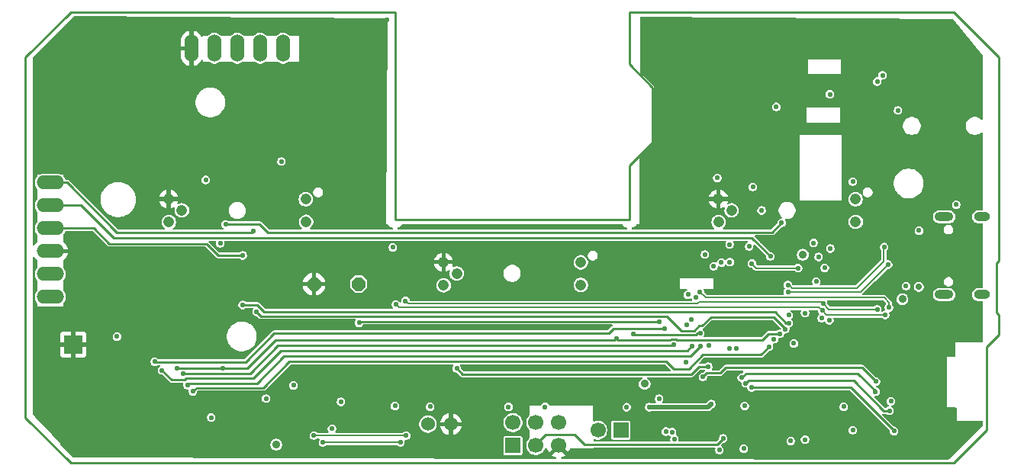
<source format=gbr>
%TF.GenerationSoftware,KiCad,Pcbnew,9.0.0*%
%TF.CreationDate,2025-08-25T22:56:13+01:00*%
%TF.ProjectId,FED3,46454433-2e6b-4696-9361-645f70636258,rev?*%
%TF.SameCoordinates,Original*%
%TF.FileFunction,Copper,L2,Inr*%
%TF.FilePolarity,Positive*%
%FSLAX46Y46*%
G04 Gerber Fmt 4.6, Leading zero omitted, Abs format (unit mm)*
G04 Created by KiCad (PCBNEW 9.0.0) date 2025-08-25 22:56:13*
%MOMM*%
%LPD*%
G01*
G04 APERTURE LIST*
G04 Aperture macros list*
%AMOutline5P*
0 Free polygon, 5 corners , with rotation*
0 The origin of the aperture is its center*
0 number of corners: always 5*
0 $1 to $10 corner X, Y*
0 $11 Rotation angle, in degrees counterclockwise*
0 create outline with 5 corners*
4,1,5,$1,$2,$3,$4,$5,$6,$7,$8,$9,$10,$1,$2,$11*%
%AMOutline6P*
0 Free polygon, 6 corners , with rotation*
0 The origin of the aperture is its center*
0 number of corners: always 6*
0 $1 to $12 corner X, Y*
0 $13 Rotation angle, in degrees counterclockwise*
0 create outline with 6 corners*
4,1,6,$1,$2,$3,$4,$5,$6,$7,$8,$9,$10,$11,$12,$1,$2,$13*%
%AMOutline7P*
0 Free polygon, 7 corners , with rotation*
0 The origin of the aperture is its center*
0 number of corners: always 7*
0 $1 to $14 corner X, Y*
0 $15 Rotation angle, in degrees counterclockwise*
0 create outline with 7 corners*
4,1,7,$1,$2,$3,$4,$5,$6,$7,$8,$9,$10,$11,$12,$13,$14,$1,$2,$15*%
%AMOutline8P*
0 Free polygon, 8 corners , with rotation*
0 The origin of the aperture is its center*
0 number of corners: always 8*
0 $1 to $16 corner X, Y*
0 $17 Rotation angle, in degrees counterclockwise*
0 create outline with 8 corners*
4,1,8,$1,$2,$3,$4,$5,$6,$7,$8,$9,$10,$11,$12,$13,$14,$15,$16,$1,$2,$17*%
G04 Aperture macros list end*
%TA.AperFunction,ComponentPad*%
%ADD10O,3.048000X1.524000*%
%TD*%
%TA.AperFunction,ComponentPad*%
%ADD11R,1.700000X1.700000*%
%TD*%
%TA.AperFunction,ComponentPad*%
%ADD12C,1.700000*%
%TD*%
%TA.AperFunction,HeatsinkPad*%
%ADD13C,0.510000*%
%TD*%
%TA.AperFunction,ComponentPad*%
%ADD14C,1.524000*%
%TD*%
%TA.AperFunction,HeatsinkPad*%
%ADD15O,2.100000X1.000000*%
%TD*%
%TA.AperFunction,HeatsinkPad*%
%ADD16O,1.800000X1.000000*%
%TD*%
%TA.AperFunction,ComponentPad*%
%ADD17R,2.000000X2.000000*%
%TD*%
%TA.AperFunction,ComponentPad*%
%ADD18Outline8P,-0.762000X0.315631X-0.315631X0.762000X0.315631X0.762000X0.762000X0.315631X0.762000X-0.315631X0.315631X-0.762000X-0.315631X-0.762000X-0.762000X-0.315631X180.000000*%
%TD*%
%TA.AperFunction,ComponentPad*%
%ADD19O,1.524000X3.048000*%
%TD*%
%TA.AperFunction,ComponentPad*%
%ADD20C,1.208000*%
%TD*%
%TA.AperFunction,ViaPad*%
%ADD21C,0.550000*%
%TD*%
%TA.AperFunction,ViaPad*%
%ADD22C,0.600000*%
%TD*%
%TA.AperFunction,ViaPad*%
%ADD23C,0.900000*%
%TD*%
%TA.AperFunction,ViaPad*%
%ADD24C,0.700000*%
%TD*%
%TA.AperFunction,Conductor*%
%ADD25C,0.220000*%
%TD*%
%TA.AperFunction,Conductor*%
%ADD26C,0.500000*%
%TD*%
%TA.AperFunction,Conductor*%
%ADD27C,0.250000*%
%TD*%
%TA.AperFunction,Conductor*%
%ADD28C,0.210000*%
%TD*%
%TA.AperFunction,Profile*%
%ADD29C,0.250000*%
%TD*%
G04 APERTURE END LIST*
D10*
%TO.N,/Controller Stage/D10*%
%TO.C,SCREEN0*%
X97251100Y-98903600D03*
%TO.N,/Controller Stage/D11*%
X97251100Y-101443600D03*
%TO.N,/Controller Stage/D12*%
X97251100Y-103983600D03*
%TO.N,GND*%
X97251100Y-106523600D03*
%TO.N,unconnected-(SCREEN0-Pin_5-Pad5)*%
X97251100Y-109063600D03*
%TO.N,+3V3*%
X97251100Y-111603600D03*
%TD*%
D11*
%TO.N,/Controller Stage/SWCLK*%
%TO.C,J1*%
X148582050Y-128109743D03*
D12*
%TO.N,+3V3*%
X148582050Y-125569743D03*
%TO.N,/Controller Stage/SWDIO*%
X151122050Y-128109743D03*
%TO.N,unconnected-(J1-Pin_4-Pad4)*%
X151122050Y-125569743D03*
%TO.N,GND*%
X153662050Y-128109743D03*
%TO.N,/Controller Stage/~{RESET}*%
X153662050Y-125569743D03*
%TD*%
D13*
%TO.N,GND*%
%TO.C,U3*%
X169710600Y-126825000D03*
X169710600Y-125900000D03*
X169710600Y-124975000D03*
X168630600Y-126825000D03*
X168630600Y-125900000D03*
X168630600Y-124975000D03*
%TD*%
D14*
%TO.N,GND*%
%TO.C,X3*%
X141694300Y-125736400D03*
%TO.N,VBat*%
X139154300Y-125736400D03*
%TD*%
D15*
%TO.N,Net-(J3-SHIELD)*%
%TO.C,J3*%
X196429200Y-111353600D03*
D16*
X200609200Y-111353600D03*
D15*
X196429200Y-102713600D03*
D16*
X200609200Y-102713600D03*
%TD*%
D17*
%TO.N,GND*%
%TO.C,TP5*%
X99800000Y-116900000D03*
%TD*%
D18*
%TO.N,RX*%
%TO.C,BZ1*%
X131459200Y-110180000D03*
%TO.N,GND*%
X126510000Y-110180000D03*
%TD*%
D19*
%TO.N,GND*%
%TO.C,MOTOR0*%
X112921100Y-84003600D03*
%TO.N,/ORANGE*%
X115461100Y-84003600D03*
%TO.N,/YELLOW*%
X118001100Y-84003600D03*
%TO.N,/PINK*%
X120541100Y-84003600D03*
%TO.N,/BLUE*%
X123081100Y-84003600D03*
%TD*%
D11*
%TO.N,Net-(J2-Pin_1)*%
%TO.C,J2*%
X160550000Y-126400000D03*
D12*
%TO.N,VUSB*%
X158010000Y-126400000D03*
%TD*%
D20*
%TO.N,+3V3*%
%TO.C,PI3*%
X125601100Y-100763600D03*
%TO.N,Net-(PI3-Pad2)*%
X125621100Y-103273600D03*
%TO.N,+3V3*%
X110401100Y-103303600D03*
%TO.N,D5*%
X111851100Y-102003600D03*
%TO.N,GND*%
X110381100Y-100733600D03*
%TD*%
%TO.N,+3V3*%
%TO.C,PI1*%
X186601100Y-100763600D03*
%TO.N,Net-(PI1-Pad2)*%
X186621100Y-103273600D03*
%TO.N,+3V3*%
X171401100Y-103303600D03*
%TO.N,D6*%
X172851100Y-102003600D03*
%TO.N,GND*%
X171381100Y-100733600D03*
%TD*%
%TO.N,+3V3*%
%TO.C,PI2*%
X156101100Y-107763600D03*
%TO.N,Net-(PI2-Pad2)*%
X156121100Y-110273600D03*
%TO.N,+3V3*%
X140901100Y-110303600D03*
%TO.N,TX*%
X142351100Y-109003600D03*
%TO.N,GND*%
X140881100Y-107733600D03*
%TD*%
D21*
%TO.N,GND*%
X110720000Y-122420000D03*
X197034500Y-90526000D03*
X194560000Y-110390000D03*
X181840000Y-103990000D03*
X184800000Y-118450000D03*
X187050000Y-112350000D03*
X171210000Y-124250000D03*
X163750000Y-86250000D03*
X198130000Y-113700000D03*
X141290000Y-128230000D03*
X138025000Y-111225000D03*
X162800000Y-124941002D03*
X131600000Y-98850000D03*
X117300000Y-86600000D03*
X108825000Y-94375000D03*
X197410000Y-124400000D03*
X181920000Y-104830000D03*
X185700000Y-127350000D03*
X110525000Y-112900000D03*
X109000000Y-108700000D03*
X187300000Y-105940000D03*
X188975000Y-127500000D03*
X199075000Y-126750000D03*
X161890000Y-121020000D03*
X128800000Y-91450000D03*
X193750000Y-115300000D03*
X192680000Y-104840000D03*
X173350000Y-118700000D03*
X174925000Y-114575000D03*
X147852894Y-103795731D03*
X115680000Y-100530000D03*
D22*
X155050000Y-111000000D03*
D21*
X160700000Y-107000000D03*
X114550000Y-112050000D03*
X170290000Y-122320000D03*
X112075000Y-114975000D03*
X145100000Y-125800000D03*
X173150000Y-114500000D03*
X112225000Y-108875000D03*
X192280000Y-109470000D03*
X137400000Y-120600000D03*
X187900000Y-89425000D03*
X164500000Y-119500000D03*
D22*
X158260000Y-114970000D03*
D21*
X185250000Y-89350000D03*
X200400000Y-114700000D03*
X97025000Y-86825000D03*
X193600000Y-128500000D03*
X103725000Y-88225000D03*
X177875000Y-123125000D03*
X179951900Y-91029400D03*
X186000000Y-97800000D03*
X177050000Y-95825000D03*
X190373000Y-107111800D03*
X112675000Y-123250000D03*
X121910000Y-98440000D03*
X160070000Y-108050000D03*
X182275000Y-115400000D03*
X152700000Y-108700000D03*
X133283100Y-86415600D03*
X175735500Y-91029400D03*
X143050000Y-111400000D03*
X158550000Y-111650000D03*
X182300000Y-122900000D03*
X103725000Y-98300000D03*
X166700000Y-103700000D03*
X161125000Y-122900000D03*
X122710000Y-121850000D03*
X98815300Y-96778800D03*
X105475000Y-83975000D03*
X129175000Y-100975000D03*
X174000000Y-96000000D03*
X122225000Y-112425000D03*
X113800000Y-129000000D03*
X196340000Y-120170000D03*
X125041765Y-120429854D03*
X169360000Y-108997500D03*
X149650000Y-120850000D03*
X194310000Y-103530000D03*
X121210000Y-124490000D03*
X126600000Y-86600000D03*
X126250000Y-80900000D03*
X132500000Y-124650000D03*
X134600000Y-80800000D03*
X108600000Y-120150000D03*
X122840000Y-124380000D03*
X195750000Y-113450000D03*
X134100000Y-101700000D03*
X191058800Y-125222000D03*
X163400000Y-81300000D03*
X173200000Y-110700000D03*
X196750000Y-117700000D03*
X197799100Y-82351600D03*
X185800000Y-104650000D03*
X119740000Y-100590000D03*
X172470000Y-120860000D03*
X100263100Y-81589600D03*
X131025000Y-106900000D03*
X111800000Y-97900000D03*
X113325000Y-80800000D03*
X173220000Y-121710000D03*
X187080000Y-95480000D03*
X111900000Y-126000000D03*
X128320000Y-98370000D03*
X189400000Y-119550000D03*
X152025000Y-119475000D03*
X166300000Y-111650000D03*
X99550000Y-105450000D03*
X124300000Y-86400000D03*
X139250000Y-115000000D03*
X137395300Y-109245800D03*
X95713900Y-117221400D03*
X115200000Y-126350000D03*
X187620000Y-101860000D03*
X132500000Y-119600000D03*
X119300000Y-108060000D03*
X186800000Y-81300000D03*
X178925000Y-107200000D03*
X144700000Y-122250000D03*
X146200000Y-129100000D03*
X165785000Y-106972500D03*
X133050000Y-111550000D03*
X105400000Y-122800000D03*
X141875000Y-122500000D03*
X154925000Y-119475000D03*
X107600000Y-128800000D03*
X193800000Y-121050000D03*
X129400000Y-114700000D03*
X174150000Y-103275000D03*
X176250000Y-129200000D03*
X123640000Y-127950000D03*
X144761300Y-108509200D03*
X108000000Y-112300000D03*
X104600000Y-118900000D03*
X122100000Y-107900000D03*
X111693100Y-87050600D03*
X184650000Y-124850000D03*
X120900000Y-127990000D03*
X194370000Y-111980000D03*
X192660000Y-117600000D03*
X101725000Y-110225000D03*
X184627690Y-109543265D03*
X114400000Y-115200000D03*
X117900000Y-109900000D03*
X189350000Y-115700000D03*
X157550000Y-121500000D03*
X132570000Y-121990000D03*
X111693100Y-91495600D03*
X184969500Y-93142200D03*
X115050000Y-123100000D03*
X149074710Y-115016462D03*
X135070000Y-126140000D03*
X97977100Y-126547600D03*
X134000000Y-94500000D03*
X117100000Y-114200000D03*
X121300000Y-86600000D03*
X109050000Y-122525000D03*
X159250000Y-103800000D03*
X95691100Y-94289600D03*
X187300000Y-106820000D03*
X163500000Y-96500000D03*
X98253900Y-122047400D03*
X169630000Y-121720000D03*
X175251800Y-111062165D03*
X136850000Y-103800000D03*
X115950000Y-103100000D03*
X130716405Y-125548435D03*
X176903900Y-84171400D03*
X173691900Y-84455400D03*
X116950000Y-117415000D03*
X170240000Y-121120000D03*
X163900000Y-102450000D03*
X101475000Y-92175000D03*
%TO.N,+3V3*%
X174800000Y-106000000D03*
X183184800Y-108381800D03*
X116100000Y-105655000D03*
X177800000Y-90500000D03*
X183700000Y-114200000D03*
X181940000Y-105610000D03*
X104650000Y-116000000D03*
X128500000Y-126250000D03*
X168005000Y-111350000D03*
X182250000Y-109900000D03*
X173400000Y-117299813D03*
D23*
X180750000Y-106910000D03*
D21*
X115100000Y-125000000D03*
X182850000Y-113950000D03*
X172625000Y-105775000D03*
X190525400Y-123190000D03*
X135250000Y-106100000D03*
X182499000Y-107162600D03*
X183800000Y-106230000D03*
%TO.N,/IOs Interface/VCCNEO*%
X152159100Y-123816200D03*
X114500000Y-98620000D03*
X148095100Y-123816200D03*
X135500000Y-123716000D03*
X139400000Y-123800000D03*
D23*
X163200000Y-121266000D03*
D21*
X163707689Y-123841600D03*
X121193750Y-122906250D03*
X129500000Y-123250000D03*
X175200000Y-99400000D03*
X161200000Y-123850000D03*
X170600000Y-123500000D03*
X174300000Y-123716000D03*
%TO.N,/EN*%
X192210000Y-110400000D03*
%TO.N,Net-(LED1-DI)*%
X167775000Y-118850000D03*
%TO.N,Net-(LED8-DO)*%
X122900000Y-96570000D03*
X124228175Y-121428176D03*
%TO.N,Net-(LED10-DI)*%
X116700000Y-103550000D03*
X178400000Y-103378000D03*
%TO.N,/Controller Stage/SCL*%
X136650000Y-112050000D03*
X189000000Y-113000000D03*
X183000000Y-112350000D03*
X126500000Y-127000000D03*
X189000000Y-87700000D03*
X136750000Y-127000000D03*
%TO.N,/Controller Stage/SDA*%
X127500000Y-127750000D03*
X182898234Y-113113248D03*
X136101000Y-127750000D03*
X135600000Y-112450000D03*
X189900000Y-113600000D03*
X189600000Y-87000000D03*
%TO.N,/Controller Stage/AREF*%
X168900000Y-111687500D03*
X169885000Y-106897500D03*
%TO.N,VUSB*%
X193649600Y-104241600D03*
X174200000Y-128455000D03*
D24*
X193624200Y-110490000D03*
D21*
X197770000Y-101370000D03*
D23*
X191800000Y-111850000D03*
D21*
%TO.N,RX*%
X172615854Y-117309459D03*
X164800000Y-114350000D03*
X131505030Y-114475628D03*
%TO.N,A0*%
X191300000Y-90900000D03*
X190300000Y-112800000D03*
X169300000Y-111025000D03*
%TO.N,TX*%
X142350000Y-119550000D03*
X170250000Y-119350000D03*
%TO.N,D6*%
X176172000Y-102003600D03*
X179178408Y-113644953D03*
%TO.N,D5*%
X113075000Y-122100000D03*
X177000000Y-117147512D03*
%TO.N,D13*%
X178205779Y-115700000D03*
X116350000Y-119495000D03*
X111350000Y-119500000D03*
X160060000Y-116200000D03*
%TO.N,/Controller Stage/SWDIO*%
X171915000Y-127320000D03*
X171712500Y-107787500D03*
%TO.N,/Controller Stage/~{RESET}*%
X179750000Y-116775000D03*
X180225000Y-108400000D03*
X179400000Y-127600000D03*
X175100000Y-107900000D03*
%TO.N,D8*%
X169365000Y-115645000D03*
X161977136Y-115748717D03*
%TO.N,/Controller Stage/SWCLK*%
X172650000Y-107750000D03*
X171500000Y-128600000D03*
%TO.N,/Controller Stage/D10*%
X120150000Y-113260000D03*
X178809985Y-115174790D03*
X119750000Y-104300000D03*
%TO.N,/Controller Stage/D11*%
X177550000Y-116300000D03*
X177150000Y-107100000D03*
%TO.N,/Controller Stage/D12*%
X118600000Y-112500000D03*
X179174262Y-114496407D03*
X118600000Y-107000000D03*
%TO.N,/Controller Stage/SD_CS*%
X188865168Y-121000000D03*
X169665300Y-120484700D03*
%TO.N,/Controller Stage/SCK*%
X174400000Y-121200000D03*
X190350000Y-124250000D03*
%TO.N,D+*%
X189779200Y-106070400D03*
X179100448Y-110287271D03*
%TO.N,D-*%
X190211771Y-108013359D03*
X179091310Y-111057219D03*
%TO.N,/Controller Stage/D7*%
X181000000Y-113400000D03*
X181000000Y-127450000D03*
%TO.N,/Controller Stage/MISO*%
X175050000Y-121650000D03*
X190875000Y-126500000D03*
%TO.N,A2*%
X168399824Y-114134000D03*
X169356276Y-117097000D03*
X112475000Y-121400000D03*
%TO.N,A5*%
X165405000Y-115143717D03*
X108850000Y-118800000D03*
X170850000Y-108200000D03*
%TO.N,A4*%
X168461636Y-117097000D03*
X109650000Y-119750000D03*
%TO.N,A3*%
X166400000Y-116900000D03*
X167855300Y-114739000D03*
X111975000Y-120100000D03*
%TO.N,D9*%
X170300000Y-117000000D03*
X166500000Y-127400000D03*
%TO.N,Net-(IC4-VBAT)*%
X183759600Y-89109600D03*
X171259900Y-98406000D03*
%TO.N,VBat*%
X166245879Y-126602052D03*
X164800000Y-122900000D03*
D23*
X122320000Y-127990000D03*
D21*
X165552592Y-126559814D03*
X186300000Y-126400000D03*
%TO.N,/Controller Stage/MOSI*%
X188823600Y-122123200D03*
X173972880Y-120559319D03*
%TO.N,Net-(U3-STAT1)*%
X186300000Y-98800000D03*
X185300000Y-123800000D03*
%TD*%
D25*
%TO.N,/Controller Stage/D10*%
X120631000Y-113741000D02*
X120150000Y-113260000D01*
X165691000Y-113741000D02*
X120631000Y-113741000D01*
D26*
%TO.N,/IOs Interface/VCCNEO*%
X163707689Y-123841600D02*
X170258400Y-123841600D01*
X170258400Y-123841600D02*
X170600000Y-123500000D01*
D27*
%TO.N,Net-(LED10-DI)*%
X116750000Y-103500000D02*
X116700000Y-103550000D01*
X178400000Y-103378000D02*
X177353000Y-104425000D01*
X177353000Y-104425000D02*
X121375000Y-104425000D01*
X120450000Y-103500000D02*
X116750000Y-103500000D01*
X121375000Y-104425000D02*
X120450000Y-103500000D01*
D28*
%TO.N,/Controller Stage/SCL*%
X182850000Y-112200000D02*
X169237443Y-112200000D01*
X169068443Y-112369000D02*
X136969000Y-112369000D01*
X189000000Y-113000000D02*
X183650000Y-113000000D01*
X169237443Y-112200000D02*
X169068443Y-112369000D01*
X183000000Y-112350000D02*
X182850000Y-112200000D01*
X183650000Y-113000000D02*
X183000000Y-112350000D01*
X136969000Y-112369000D02*
X136650000Y-112050000D01*
X126500000Y-127000000D02*
X136750000Y-127000000D01*
%TO.N,/Controller Stage/SDA*%
X183384986Y-113600000D02*
X189900000Y-113600000D01*
X127500000Y-127750000D02*
X136101000Y-127750000D01*
X169296969Y-112750000D02*
X169246969Y-112800000D01*
X135950000Y-112800000D02*
X135600000Y-112450000D01*
X182534986Y-112750000D02*
X169296969Y-112750000D01*
X182898234Y-113113248D02*
X182534986Y-112750000D01*
X169246969Y-112800000D02*
X135950000Y-112800000D01*
X182898234Y-113113248D02*
X183384986Y-113600000D01*
D25*
%TO.N,RX*%
X131630658Y-114350000D02*
X131505030Y-114475628D01*
X164800000Y-114350000D02*
X131630658Y-114350000D01*
D28*
%TO.N,A0*%
X189770060Y-111700000D02*
X169975000Y-111700000D01*
X190300000Y-112800000D02*
X190300000Y-112229940D01*
X190300000Y-112229940D02*
X189770060Y-111700000D01*
X169975000Y-111700000D02*
X169300000Y-111025000D01*
D25*
%TO.N,TX*%
X168350000Y-120200000D02*
X143000000Y-120200000D01*
X169200000Y-119350000D02*
X168350000Y-120200000D01*
X170250000Y-119350000D02*
X169200000Y-119350000D01*
X143000000Y-120200000D02*
X142350000Y-119550000D01*
%TO.N,D5*%
X165600000Y-118800000D02*
X123800000Y-118800000D01*
X169675000Y-118025000D02*
X168100000Y-119600000D01*
X113480000Y-121695000D02*
X113075000Y-122100000D01*
X166400000Y-119600000D02*
X165600000Y-118800000D01*
X177000000Y-117147512D02*
X176122512Y-118025000D01*
X176122512Y-118025000D02*
X169675000Y-118025000D01*
X168100000Y-119600000D02*
X166400000Y-119600000D01*
X120905000Y-121695000D02*
X113480000Y-121695000D01*
X123800000Y-118800000D02*
X120905000Y-121695000D01*
%TO.N,D13*%
X170048986Y-116394000D02*
X170042986Y-116400000D01*
X166042986Y-116400000D02*
X160260000Y-116400000D01*
X176225000Y-116400000D02*
X170557014Y-116400000D01*
X166148986Y-116294000D02*
X166042986Y-116400000D01*
X170551014Y-116394000D02*
X170048986Y-116394000D01*
X177800600Y-115695000D02*
X176930000Y-115695000D01*
X166757014Y-116400000D02*
X166651014Y-116294000D01*
X176930000Y-115695000D02*
X176225000Y-116400000D01*
X170042986Y-116400000D02*
X166757014Y-116400000D01*
X160260000Y-116400000D02*
X160060000Y-116200000D01*
X177805600Y-115700000D02*
X177800600Y-115695000D01*
X119105000Y-119495000D02*
X122200000Y-116400000D01*
X159860000Y-116400000D02*
X160060000Y-116200000D01*
X178205779Y-115700000D02*
X177805600Y-115700000D01*
X170557014Y-116400000D02*
X170551014Y-116394000D01*
X111350000Y-119500000D02*
X112220000Y-119495000D01*
X166651014Y-116294000D02*
X166148986Y-116294000D01*
X112220000Y-119495000D02*
X119105000Y-119495000D01*
X122200000Y-116400000D02*
X159860000Y-116400000D01*
%TO.N,/Controller Stage/SWDIO*%
X155436443Y-126886443D02*
X152238557Y-126886443D01*
X171915000Y-127320000D02*
X171235000Y-128000000D01*
X152238557Y-126886443D02*
X151122050Y-128002950D01*
X156550000Y-128000000D02*
X155436443Y-126886443D01*
X151122050Y-128002950D02*
X151122050Y-128109743D01*
X171235000Y-128000000D02*
X156550000Y-128000000D01*
D28*
%TO.N,/Controller Stage/~{RESET}*%
X180225000Y-108400000D02*
X175600000Y-108400000D01*
X175600000Y-108400000D02*
X175100000Y-107900000D01*
D25*
%TO.N,D8*%
X162013419Y-115785000D02*
X161977136Y-115748717D01*
X168910000Y-115785000D02*
X162013419Y-115785000D01*
X169050000Y-115645000D02*
X168910000Y-115785000D01*
X169365000Y-115645000D02*
X169050000Y-115645000D01*
%TO.N,/Controller Stage/D10*%
X169581000Y-114819000D02*
X170550000Y-113850000D01*
X119750000Y-104300000D02*
X119600000Y-104450000D01*
X165691000Y-113741000D02*
X167294000Y-115344000D01*
X119600000Y-104450000D02*
X104650000Y-104450000D01*
X167294000Y-115344000D02*
X168706000Y-115344000D01*
X178809985Y-115109985D02*
X178809985Y-115174790D01*
X177550000Y-113850000D02*
X178809985Y-115109985D01*
X168706000Y-115344000D02*
X169231000Y-114819000D01*
X99103600Y-98903600D02*
X97251100Y-98903600D01*
X169231000Y-114819000D02*
X169581000Y-114819000D01*
X104650000Y-104450000D02*
X99103600Y-98903600D01*
X170550000Y-113850000D02*
X177550000Y-113850000D01*
%TO.N,/Controller Stage/D11*%
X100643600Y-101443600D02*
X97251100Y-101443600D01*
X104250000Y-105050000D02*
X100643600Y-101443600D01*
X175100000Y-105050000D02*
X104250000Y-105050000D01*
X177150000Y-107100000D02*
X175100000Y-105050000D01*
%TO.N,/Controller Stage/D12*%
X179174262Y-114496407D02*
X178896407Y-114496407D01*
X114579756Y-105700000D02*
X103800000Y-105700000D01*
X178896407Y-114496407D02*
X177650000Y-113250000D01*
X120980000Y-113250000D02*
X120230000Y-112500000D01*
X120230000Y-112500000D02*
X118600000Y-112500000D01*
X115879756Y-107000000D02*
X114579756Y-105700000D01*
X102083600Y-103983600D02*
X97251100Y-103983600D01*
X103800000Y-105700000D02*
X102083600Y-103983600D01*
X177650000Y-113250000D02*
X120980000Y-113250000D01*
X118600000Y-107000000D02*
X115879756Y-107000000D01*
%TO.N,/Controller Stage/SD_CS*%
X187315168Y-119450000D02*
X188865168Y-121000000D01*
X172200000Y-119450000D02*
X187315168Y-119450000D01*
X169665300Y-120484700D02*
X170089001Y-120060999D01*
X171589001Y-120060999D02*
X172200000Y-119450000D01*
X170089001Y-120060999D02*
X171589001Y-120060999D01*
D27*
%TO.N,/Controller Stage/SCK*%
X189750000Y-124250000D02*
X190350000Y-124250000D01*
X174700000Y-120900000D02*
X186400000Y-120900000D01*
X174400000Y-121200000D02*
X174700000Y-120900000D01*
X186400000Y-120900000D02*
X189750000Y-124250000D01*
D28*
%TO.N,D+*%
X179275000Y-110325000D02*
X179138177Y-110325000D01*
X179575000Y-110625000D02*
X179275000Y-110325000D01*
X186758200Y-110625000D02*
X179575000Y-110625000D01*
X189779200Y-106070400D02*
X189738000Y-106111600D01*
X179138177Y-110325000D02*
X179100448Y-110287271D01*
X189738000Y-107645200D02*
X186758200Y-110625000D01*
X189738000Y-106111600D02*
X189738000Y-107645200D01*
%TO.N,D-*%
X179642781Y-111057219D02*
X179091310Y-111057219D01*
X187138152Y-111055000D02*
X179645000Y-111055000D01*
X190211771Y-108013359D02*
X190179793Y-108013359D01*
X179645000Y-111055000D02*
X179642781Y-111057219D01*
X190179793Y-108013359D02*
X187138152Y-111055000D01*
D27*
%TO.N,/Controller Stage/MISO*%
X190875000Y-126500000D02*
X190875000Y-126475000D01*
X190875000Y-126475000D02*
X186050000Y-121650000D01*
X186050000Y-121650000D02*
X175050000Y-121650000D01*
D25*
%TO.N,A2*%
X120200000Y-121200000D02*
X112675000Y-121200000D01*
X123200000Y-118200000D02*
X120200000Y-121200000D01*
X169356276Y-117097000D02*
X168253276Y-118200000D01*
X112675000Y-121200000D02*
X112475000Y-121400000D01*
X168253276Y-118200000D02*
X123200000Y-118200000D01*
%TO.N,A5*%
X159706283Y-115143717D02*
X159200000Y-115650000D01*
X118900000Y-118850000D02*
X108900000Y-118850000D01*
X159200000Y-115650000D02*
X122100000Y-115650000D01*
X165405000Y-115143717D02*
X159706283Y-115143717D01*
X122100000Y-115650000D02*
X118900000Y-118850000D01*
X108900000Y-118850000D02*
X108850000Y-118800000D01*
%TO.N,A4*%
X109650000Y-119750000D02*
X110700000Y-120800000D01*
X122850000Y-117550000D02*
X167930600Y-117550000D01*
X112150000Y-120800000D02*
X112350000Y-120600000D01*
X112350000Y-120600000D02*
X119800000Y-120600000D01*
X168383600Y-117097000D02*
X168461636Y-117097000D01*
X119800000Y-120600000D02*
X122850000Y-117550000D01*
X167930600Y-117550000D02*
X168383600Y-117097000D01*
X110700000Y-120800000D02*
X112150000Y-120800000D01*
%TO.N,A3*%
X166300000Y-117000000D02*
X166400000Y-116900000D01*
X122500000Y-117000000D02*
X166300000Y-117000000D01*
X119400000Y-120100000D02*
X122500000Y-117000000D01*
X111975000Y-120100000D02*
X119400000Y-120100000D01*
D27*
%TO.N,/Controller Stage/MOSI*%
X174432199Y-120100000D02*
X186875000Y-120100000D01*
X173972880Y-120559319D02*
X174432199Y-120100000D01*
X186875000Y-120100000D02*
X188875000Y-122100000D01*
%TD*%
%TA.AperFunction,Conductor*%
%TO.N,GND*%
G36*
X165488847Y-119129713D02*
G01*
X165500851Y-119139965D01*
X165818924Y-119458038D01*
X166078652Y-119717765D01*
X166106878Y-119773163D01*
X166097152Y-119834571D01*
X166053189Y-119878535D01*
X166007517Y-119889500D01*
X143170283Y-119889500D01*
X143111152Y-119870287D01*
X143099148Y-119860035D01*
X142854965Y-119615851D01*
X142826739Y-119560453D01*
X142825500Y-119544716D01*
X142825500Y-119487399D01*
X142825499Y-119487396D01*
X142793095Y-119366464D01*
X142750212Y-119292187D01*
X142732437Y-119261399D01*
X142719511Y-119200583D01*
X142744801Y-119143784D01*
X142798645Y-119112698D01*
X142819560Y-119110500D01*
X165429716Y-119110500D01*
X165488847Y-119129713D01*
G37*
%TD.AperFunction*%
%TA.AperFunction,Conductor*%
G36*
X177438847Y-114179713D02*
G01*
X177450851Y-114189965D01*
X178305020Y-115044133D01*
X178308705Y-115051366D01*
X178315272Y-115056137D01*
X178322551Y-115078542D01*
X178333246Y-115099531D01*
X178334485Y-115115268D01*
X178334485Y-115123900D01*
X178315272Y-115183031D01*
X178264972Y-115219576D01*
X178233885Y-115224500D01*
X178143175Y-115224500D01*
X178022242Y-115256905D01*
X177913815Y-115319504D01*
X177895059Y-115338261D01*
X177878283Y-115355035D01*
X177822887Y-115383261D01*
X177807150Y-115384500D01*
X176889116Y-115384500D01*
X176810154Y-115405658D01*
X176810149Y-115405660D01*
X176739350Y-115446536D01*
X176125851Y-116060035D01*
X176070453Y-116088261D01*
X176054716Y-116089500D01*
X170627530Y-116089500D01*
X170601492Y-116086072D01*
X170591895Y-116083500D01*
X170591893Y-116083500D01*
X170591892Y-116083500D01*
X170089864Y-116083500D01*
X170008107Y-116083500D01*
X170008103Y-116083500D01*
X169998507Y-116086072D01*
X169972469Y-116089500D01*
X169831673Y-116089500D01*
X169772542Y-116070287D01*
X169735997Y-116019987D01*
X169735997Y-115957813D01*
X169744550Y-115938601D01*
X169769267Y-115895789D01*
X169808095Y-115828536D01*
X169840500Y-115707601D01*
X169840500Y-115582399D01*
X169808095Y-115461464D01*
X169745495Y-115353036D01*
X169665850Y-115273391D01*
X169637626Y-115217996D01*
X169647352Y-115156588D01*
X169691316Y-115112624D01*
X169698498Y-115109313D01*
X169700842Y-115108341D01*
X169700849Y-115108340D01*
X169771652Y-115067462D01*
X170649149Y-114189965D01*
X170704547Y-114161739D01*
X170720284Y-114160500D01*
X177379716Y-114160500D01*
X177438847Y-114179713D01*
G37*
%TD.AperFunction*%
%TA.AperFunction,Conductor*%
G36*
X189660979Y-112024713D02*
G01*
X189672983Y-112034965D01*
X189961644Y-112323626D01*
X189989870Y-112379024D01*
X189980144Y-112440432D01*
X189961645Y-112465894D01*
X189919506Y-112508034D01*
X189919504Y-112508037D01*
X189856905Y-112616463D01*
X189824500Y-112737396D01*
X189824500Y-112862603D01*
X189829295Y-112880496D01*
X189856905Y-112983536D01*
X189856906Y-112983537D01*
X189856907Y-112983540D01*
X189859223Y-112987552D01*
X189872147Y-113048368D01*
X189846856Y-113105166D01*
X189798138Y-113135020D01*
X189779577Y-113139993D01*
X189716464Y-113156905D01*
X189716462Y-113156905D01*
X189716462Y-113156906D01*
X189611838Y-113217309D01*
X189551022Y-113230235D01*
X189494223Y-113204945D01*
X189463137Y-113151100D01*
X189464366Y-113104149D01*
X189475500Y-113062601D01*
X189475500Y-112937399D01*
X189443095Y-112816464D01*
X189380495Y-112708036D01*
X189291964Y-112619505D01*
X189183536Y-112556905D01*
X189062603Y-112524500D01*
X189062601Y-112524500D01*
X188937399Y-112524500D01*
X188937396Y-112524500D01*
X188816463Y-112556905D01*
X188708038Y-112619503D01*
X188662505Y-112665036D01*
X188607107Y-112693262D01*
X188591371Y-112694500D01*
X183818212Y-112694500D01*
X183759081Y-112675287D01*
X183747077Y-112665035D01*
X183504965Y-112422923D01*
X183476739Y-112367525D01*
X183475500Y-112351788D01*
X183475500Y-112287399D01*
X183475499Y-112287396D01*
X183469409Y-112264667D01*
X183443095Y-112166464D01*
X183438279Y-112158123D01*
X183437283Y-112156397D01*
X183424358Y-112095581D01*
X183449649Y-112038783D01*
X183503494Y-112007698D01*
X183524407Y-112005500D01*
X189601848Y-112005500D01*
X189660979Y-112024713D01*
G37*
%TD.AperFunction*%
%TA.AperFunction,Conductor*%
G36*
X197313174Y-80743260D02*
G01*
X197372164Y-80762898D01*
X197390169Y-80779984D01*
X200681460Y-84784841D01*
X200704160Y-84842723D01*
X200704339Y-84848602D01*
X200712094Y-91824691D01*
X200692947Y-91883844D01*
X200642687Y-91920445D01*
X200580513Y-91920514D01*
X200540359Y-91895938D01*
X200482080Y-91837659D01*
X200318218Y-91728170D01*
X200318210Y-91728166D01*
X200136137Y-91652749D01*
X200007272Y-91627116D01*
X199942841Y-91614300D01*
X199745759Y-91614300D01*
X199697435Y-91623912D01*
X199552462Y-91652749D01*
X199370389Y-91728166D01*
X199370381Y-91728170D01*
X199206519Y-91837659D01*
X199206518Y-91837661D01*
X199067161Y-91977018D01*
X199067159Y-91977019D01*
X198957670Y-92140881D01*
X198957666Y-92140889D01*
X198882249Y-92322962D01*
X198843800Y-92516259D01*
X198843800Y-92713340D01*
X198882249Y-92906637D01*
X198957666Y-93088710D01*
X198957670Y-93088718D01*
X199067159Y-93252580D01*
X199206519Y-93391940D01*
X199370381Y-93501429D01*
X199370383Y-93501430D01*
X199370386Y-93501432D01*
X199461425Y-93539141D01*
X199552462Y-93576850D01*
X199552463Y-93576850D01*
X199552465Y-93576851D01*
X199745759Y-93615300D01*
X199745760Y-93615300D01*
X199942840Y-93615300D01*
X199942841Y-93615300D01*
X200136135Y-93576851D01*
X200318214Y-93501432D01*
X200482082Y-93391939D01*
X200542114Y-93331906D01*
X200597510Y-93303681D01*
X200658919Y-93313406D01*
X200702883Y-93357370D01*
X200713848Y-93402930D01*
X200721798Y-100554099D01*
X200723271Y-101879566D01*
X200723308Y-101912388D01*
X200704161Y-101971541D01*
X200653901Y-102008142D01*
X200622708Y-102013100D01*
X200140207Y-102013100D01*
X200106373Y-102019830D01*
X200004869Y-102040020D01*
X199877392Y-102092823D01*
X199877389Y-102092824D01*
X199762656Y-102169487D01*
X199665087Y-102267056D01*
X199588424Y-102381789D01*
X199588423Y-102381792D01*
X199535620Y-102509269D01*
X199508700Y-102644607D01*
X199508700Y-102782592D01*
X199535620Y-102917930D01*
X199588423Y-103045407D01*
X199588424Y-103045410D01*
X199588425Y-103045411D01*
X199665086Y-103160142D01*
X199762658Y-103257714D01*
X199877389Y-103334375D01*
X199888036Y-103338785D01*
X200004869Y-103387179D01*
X200004870Y-103387179D01*
X200004872Y-103387180D01*
X200140207Y-103414100D01*
X200140208Y-103414100D01*
X200624489Y-103414100D01*
X200683620Y-103433313D01*
X200720165Y-103483613D01*
X200725088Y-103514587D01*
X200730331Y-108230594D01*
X200732912Y-110552388D01*
X200713765Y-110611541D01*
X200663505Y-110648142D01*
X200632312Y-110653100D01*
X200140207Y-110653100D01*
X200106373Y-110659830D01*
X200004869Y-110680020D01*
X199877392Y-110732823D01*
X199877389Y-110732824D01*
X199762656Y-110809487D01*
X199665087Y-110907056D01*
X199588424Y-111021789D01*
X199588423Y-111021792D01*
X199535620Y-111149269D01*
X199508700Y-111284607D01*
X199508700Y-111422592D01*
X199535620Y-111557930D01*
X199588423Y-111685407D01*
X199588424Y-111685410D01*
X199612859Y-111721979D01*
X199665086Y-111800142D01*
X199762658Y-111897714D01*
X199877389Y-111974375D01*
X199877691Y-111974500D01*
X200004869Y-112027179D01*
X200004870Y-112027179D01*
X200004872Y-112027180D01*
X200140207Y-112054100D01*
X200140208Y-112054100D01*
X200634093Y-112054100D01*
X200693224Y-112073313D01*
X200729769Y-112123613D01*
X200734692Y-112154587D01*
X200739614Y-116581929D01*
X200739628Y-116594062D01*
X200720481Y-116653215D01*
X200670221Y-116689816D01*
X200639028Y-116694774D01*
X197672463Y-116694774D01*
X197672463Y-118142579D01*
X197653250Y-118201710D01*
X197602950Y-118238255D01*
X197571643Y-118243179D01*
X196750000Y-118241385D01*
X196750000Y-123878177D01*
X197710217Y-123878177D01*
X197769348Y-123897390D01*
X197805893Y-123947690D01*
X197810817Y-123978777D01*
X197810817Y-125394423D01*
X200648922Y-125394423D01*
X200708053Y-125413636D01*
X200744598Y-125463936D01*
X200749521Y-125494910D01*
X200749621Y-125583718D01*
X200749953Y-125882870D01*
X200730806Y-125942023D01*
X200720012Y-125954590D01*
X197004456Y-129620933D01*
X196948872Y-129648789D01*
X196933616Y-129649925D01*
X154022194Y-129572673D01*
X153963097Y-129553354D01*
X153926643Y-129502988D01*
X153926755Y-129440814D01*
X153963390Y-129390580D01*
X153991289Y-129376396D01*
X154163538Y-129320430D01*
X154346750Y-129227078D01*
X154410409Y-129180827D01*
X153815773Y-128586190D01*
X153855043Y-128575668D01*
X153969057Y-128509842D01*
X154062149Y-128416750D01*
X154071820Y-128400000D01*
X154233361Y-128400000D01*
X154292492Y-128419213D01*
X154304496Y-128429465D01*
X154733134Y-128858102D01*
X154779385Y-128794443D01*
X154872740Y-128611225D01*
X154918784Y-128469514D01*
X154955328Y-128419213D01*
X155014459Y-128400000D01*
X157517501Y-128400000D01*
X157523241Y-128394201D01*
X157536241Y-128352787D01*
X157586172Y-128315740D01*
X157618216Y-128310500D01*
X170954193Y-128310500D01*
X171013324Y-128329713D01*
X171049869Y-128380013D01*
X171051365Y-128437138D01*
X171024500Y-128537395D01*
X171024500Y-128662603D01*
X171047105Y-128746964D01*
X171056905Y-128783536D01*
X171119505Y-128891964D01*
X171208036Y-128980495D01*
X171316464Y-129043095D01*
X171437399Y-129075500D01*
X171562601Y-129075500D01*
X171683536Y-129043095D01*
X171791964Y-128980495D01*
X171880495Y-128891964D01*
X171943095Y-128783536D01*
X171975500Y-128662601D01*
X171975500Y-128537399D01*
X171943095Y-128416464D01*
X171929200Y-128392396D01*
X173724500Y-128392396D01*
X173724500Y-128517603D01*
X173739005Y-128571735D01*
X173756905Y-128638536D01*
X173819505Y-128746964D01*
X173908036Y-128835495D01*
X174016464Y-128898095D01*
X174137399Y-128930500D01*
X174262601Y-128930500D01*
X174383536Y-128898095D01*
X174491964Y-128835495D01*
X174580495Y-128746964D01*
X174643095Y-128638536D01*
X174675500Y-128517601D01*
X174675500Y-128392399D01*
X174643095Y-128271464D01*
X174580495Y-128163036D01*
X174491964Y-128074505D01*
X174461190Y-128056738D01*
X174383536Y-128011905D01*
X174262603Y-127979500D01*
X174262601Y-127979500D01*
X174137399Y-127979500D01*
X174137396Y-127979500D01*
X174016463Y-128011905D01*
X173908038Y-128074503D01*
X173819503Y-128163038D01*
X173756905Y-128271463D01*
X173724500Y-128392396D01*
X171929200Y-128392396D01*
X171880495Y-128308036D01*
X171791964Y-128219505D01*
X171781055Y-128213207D01*
X171746218Y-128193094D01*
X171691627Y-128161576D01*
X171650026Y-128115374D01*
X171643526Y-128053540D01*
X171670791Y-128003322D01*
X171849149Y-127824965D01*
X171904547Y-127796739D01*
X171920284Y-127795500D01*
X171977601Y-127795500D01*
X172098536Y-127763095D01*
X172206964Y-127700495D01*
X172295495Y-127611964D01*
X172338546Y-127537396D01*
X178924500Y-127537396D01*
X178924500Y-127662603D01*
X178951427Y-127763094D01*
X178956905Y-127783536D01*
X179019505Y-127891964D01*
X179108036Y-127980495D01*
X179216464Y-128043095D01*
X179337399Y-128075500D01*
X179462601Y-128075500D01*
X179583536Y-128043095D01*
X179691964Y-127980495D01*
X179780495Y-127891964D01*
X179843095Y-127783536D01*
X179875500Y-127662601D01*
X179875500Y-127537399D01*
X179843095Y-127416464D01*
X179826313Y-127387396D01*
X180524500Y-127387396D01*
X180524500Y-127512603D01*
X180556905Y-127633536D01*
X180588000Y-127687396D01*
X180619505Y-127741964D01*
X180708036Y-127830495D01*
X180816464Y-127893095D01*
X180937399Y-127925500D01*
X181062601Y-127925500D01*
X181183536Y-127893095D01*
X181291964Y-127830495D01*
X181380495Y-127741964D01*
X181443095Y-127633536D01*
X181475500Y-127512601D01*
X181475500Y-127387399D01*
X181443095Y-127266464D01*
X181380495Y-127158036D01*
X181291964Y-127069505D01*
X181280009Y-127062603D01*
X181183536Y-127006905D01*
X181062603Y-126974500D01*
X181062601Y-126974500D01*
X180937399Y-126974500D01*
X180937396Y-126974500D01*
X180816463Y-127006905D01*
X180708038Y-127069503D01*
X180619503Y-127158038D01*
X180556905Y-127266463D01*
X180524500Y-127387396D01*
X179826313Y-127387396D01*
X179780495Y-127308036D01*
X179691964Y-127219505D01*
X179686693Y-127216462D01*
X179583536Y-127156905D01*
X179462603Y-127124500D01*
X179462601Y-127124500D01*
X179337399Y-127124500D01*
X179337396Y-127124500D01*
X179216463Y-127156905D01*
X179108038Y-127219503D01*
X179019503Y-127308038D01*
X178956905Y-127416463D01*
X178924500Y-127537396D01*
X172338546Y-127537396D01*
X172358095Y-127503536D01*
X172390500Y-127382601D01*
X172390500Y-127257399D01*
X172358095Y-127136464D01*
X172295495Y-127028036D01*
X172206964Y-126939505D01*
X172203316Y-126937399D01*
X172098536Y-126876905D01*
X171977603Y-126844500D01*
X171977601Y-126844500D01*
X171852399Y-126844500D01*
X171852396Y-126844500D01*
X171731463Y-126876905D01*
X171623038Y-126939503D01*
X171534503Y-127028038D01*
X171471905Y-127136463D01*
X171439500Y-127257396D01*
X171439500Y-127314716D01*
X171420287Y-127373847D01*
X171410035Y-127385851D01*
X171135851Y-127660035D01*
X171080453Y-127688261D01*
X171064716Y-127689500D01*
X170500000Y-127689500D01*
X170500000Y-126337396D01*
X185824500Y-126337396D01*
X185824500Y-126462603D01*
X185856905Y-126583536D01*
X185909876Y-126675287D01*
X185919505Y-126691964D01*
X186008036Y-126780495D01*
X186116464Y-126843095D01*
X186237399Y-126875500D01*
X186362601Y-126875500D01*
X186483536Y-126843095D01*
X186591964Y-126780495D01*
X186680495Y-126691964D01*
X186743095Y-126583536D01*
X186775500Y-126462601D01*
X186775500Y-126337399D01*
X186743095Y-126216464D01*
X186680495Y-126108036D01*
X186591964Y-126019505D01*
X186587883Y-126017149D01*
X186483536Y-125956905D01*
X186362603Y-125924500D01*
X186362601Y-125924500D01*
X186237399Y-125924500D01*
X186237396Y-125924500D01*
X186116463Y-125956905D01*
X186008038Y-126019503D01*
X185919503Y-126108038D01*
X185856905Y-126216463D01*
X185824500Y-126337396D01*
X170500000Y-126337396D01*
X170500000Y-124300000D01*
X170083633Y-124300000D01*
X170096706Y-124293339D01*
X170112444Y-124292100D01*
X170317709Y-124292100D01*
X170408073Y-124267886D01*
X170432287Y-124261399D01*
X170535014Y-124202089D01*
X170798950Y-123938151D01*
X170819780Y-123922168D01*
X170891964Y-123880495D01*
X170980495Y-123791964D01*
X171043095Y-123683536D01*
X171051171Y-123653396D01*
X173824500Y-123653396D01*
X173824500Y-123778603D01*
X173856905Y-123899536D01*
X173914754Y-123999736D01*
X173919505Y-124007964D01*
X174008036Y-124096495D01*
X174116464Y-124159095D01*
X174237399Y-124191500D01*
X174362601Y-124191500D01*
X174483536Y-124159095D01*
X174591964Y-124096495D01*
X174680495Y-124007964D01*
X174743095Y-123899536D01*
X174775500Y-123778601D01*
X174775500Y-123737396D01*
X184824500Y-123737396D01*
X184824500Y-123862603D01*
X184844745Y-123938155D01*
X184856905Y-123983536D01*
X184919505Y-124091964D01*
X185008036Y-124180495D01*
X185116464Y-124243095D01*
X185237399Y-124275500D01*
X185362601Y-124275500D01*
X185483536Y-124243095D01*
X185591964Y-124180495D01*
X185680495Y-124091964D01*
X185743095Y-123983536D01*
X185775500Y-123862601D01*
X185775500Y-123737399D01*
X185743095Y-123616464D01*
X185680495Y-123508036D01*
X185591964Y-123419505D01*
X185555590Y-123398505D01*
X185483536Y-123356905D01*
X185362603Y-123324500D01*
X185362601Y-123324500D01*
X185237399Y-123324500D01*
X185237396Y-123324500D01*
X185116463Y-123356905D01*
X185008038Y-123419503D01*
X184919503Y-123508038D01*
X184856905Y-123616463D01*
X184824500Y-123737396D01*
X174775500Y-123737396D01*
X174775500Y-123653399D01*
X174743095Y-123532464D01*
X174680495Y-123424036D01*
X174591964Y-123335505D01*
X174572902Y-123324500D01*
X174483536Y-123272905D01*
X174362603Y-123240500D01*
X174362601Y-123240500D01*
X174237399Y-123240500D01*
X174237396Y-123240500D01*
X174116463Y-123272905D01*
X174008038Y-123335503D01*
X173919503Y-123424038D01*
X173856905Y-123532463D01*
X173824500Y-123653396D01*
X171051171Y-123653396D01*
X171075500Y-123562601D01*
X171075500Y-123437399D01*
X171043095Y-123316464D01*
X170980495Y-123208036D01*
X170891964Y-123119505D01*
X170840495Y-123089790D01*
X170783536Y-123056905D01*
X170662603Y-123024500D01*
X170662601Y-123024500D01*
X170537399Y-123024500D01*
X170537396Y-123024500D01*
X170416463Y-123056905D01*
X170308038Y-123119503D01*
X170219506Y-123208034D01*
X170177831Y-123280217D01*
X170161845Y-123301050D01*
X170101263Y-123361634D01*
X170045866Y-123389861D01*
X170030127Y-123391100D01*
X165224228Y-123391100D01*
X165165097Y-123371887D01*
X165128552Y-123321587D01*
X165128552Y-123259413D01*
X165153091Y-123219367D01*
X165180495Y-123191964D01*
X165243095Y-123083536D01*
X165275500Y-122962601D01*
X165275500Y-122837399D01*
X165243095Y-122716464D01*
X165180495Y-122608036D01*
X165091964Y-122519505D01*
X165024397Y-122480496D01*
X164983536Y-122456905D01*
X164862603Y-122424500D01*
X164862601Y-122424500D01*
X164737399Y-122424500D01*
X164737396Y-122424500D01*
X164616463Y-122456905D01*
X164508038Y-122519503D01*
X164419503Y-122608038D01*
X164356905Y-122716463D01*
X164324500Y-122837396D01*
X164324500Y-122962603D01*
X164356905Y-123083536D01*
X164416867Y-123187396D01*
X164419505Y-123191964D01*
X164446908Y-123219367D01*
X164475133Y-123274763D01*
X164465407Y-123336171D01*
X164421443Y-123380135D01*
X164375772Y-123391100D01*
X163876835Y-123391100D01*
X163850797Y-123387672D01*
X163770292Y-123366100D01*
X163770290Y-123366100D01*
X163645088Y-123366100D01*
X163645085Y-123366100D01*
X163524152Y-123398505D01*
X163415727Y-123461103D01*
X163327192Y-123549638D01*
X163264594Y-123658063D01*
X163232189Y-123778996D01*
X163232189Y-123904203D01*
X163264594Y-124025136D01*
X163312529Y-124108164D01*
X163327194Y-124133564D01*
X163415725Y-124222095D01*
X163524153Y-124284695D01*
X163645088Y-124317100D01*
X163770288Y-124317100D01*
X163770290Y-124317100D01*
X163850797Y-124295528D01*
X163876835Y-124292100D01*
X168228755Y-124292100D01*
X168253068Y-124300000D01*
X167794235Y-124300000D01*
X167794235Y-127689500D01*
X167045807Y-127689500D01*
X166986676Y-127670287D01*
X166950131Y-127619987D01*
X166948635Y-127562862D01*
X166972044Y-127475499D01*
X166975500Y-127462601D01*
X166975500Y-127337399D01*
X166943095Y-127216464D01*
X166880495Y-127108036D01*
X166791964Y-127019505D01*
X166791961Y-127019503D01*
X166791960Y-127019502D01*
X166700554Y-126966729D01*
X166658951Y-126920525D01*
X166652452Y-126858691D01*
X166657439Y-126842270D01*
X166660116Y-126835572D01*
X166688974Y-126785588D01*
X166721379Y-126664653D01*
X166721379Y-126539451D01*
X166688974Y-126418516D01*
X166626374Y-126310088D01*
X166537843Y-126221557D01*
X166535934Y-126220455D01*
X166429415Y-126158957D01*
X166308482Y-126126552D01*
X166308480Y-126126552D01*
X166183278Y-126126552D01*
X166183275Y-126126552D01*
X166106604Y-126147096D01*
X166062343Y-126158957D01*
X166062341Y-126158958D01*
X166062340Y-126158958D01*
X165978210Y-126207529D01*
X165917395Y-126220455D01*
X165860596Y-126195165D01*
X165856796Y-126191559D01*
X165844556Y-126179319D01*
X165809287Y-126158957D01*
X165736128Y-126116719D01*
X165615195Y-126084314D01*
X165615193Y-126084314D01*
X165489991Y-126084314D01*
X165489988Y-126084314D01*
X165369055Y-126116719D01*
X165260630Y-126179317D01*
X165172095Y-126267852D01*
X165109497Y-126376277D01*
X165077092Y-126497210D01*
X165077092Y-126622417D01*
X165109497Y-126743350D01*
X165166607Y-126842270D01*
X165172097Y-126851778D01*
X165260628Y-126940309D01*
X165369056Y-127002909D01*
X165489991Y-127035314D01*
X165615193Y-127035314D01*
X165736128Y-127002909D01*
X165820259Y-126954336D01*
X165881073Y-126941410D01*
X165925421Y-126957136D01*
X165934245Y-126962877D01*
X165953915Y-126982547D01*
X166047653Y-127036666D01*
X166049888Y-127038120D01*
X166067831Y-127060317D01*
X166086926Y-127081524D01*
X166087217Y-127084300D01*
X166088974Y-127086473D01*
X166090442Y-127114976D01*
X166093426Y-127143358D01*
X166092084Y-127146852D01*
X166092173Y-127148565D01*
X166090354Y-127151360D01*
X166082147Y-127172741D01*
X166056906Y-127216461D01*
X166056906Y-127216462D01*
X166056905Y-127216464D01*
X166050600Y-127239995D01*
X166024500Y-127337396D01*
X166024500Y-127462604D01*
X166051365Y-127562862D01*
X166048111Y-127624951D01*
X166008984Y-127673270D01*
X165954193Y-127689500D01*
X157609994Y-127689500D01*
X157550863Y-127670287D01*
X157514318Y-127619987D01*
X157509399Y-127589907D01*
X157509078Y-127557813D01*
X157508307Y-127480807D01*
X157526927Y-127421488D01*
X157576859Y-127384442D01*
X157639030Y-127383819D01*
X157647400Y-127386860D01*
X157703577Y-127410129D01*
X157703578Y-127410129D01*
X157703580Y-127410130D01*
X157906535Y-127450500D01*
X157906536Y-127450500D01*
X158113464Y-127450500D01*
X158113465Y-127450500D01*
X158316420Y-127410130D01*
X158507598Y-127330941D01*
X158679655Y-127215977D01*
X158825977Y-127069655D01*
X158940941Y-126897598D01*
X159020130Y-126706420D01*
X159060500Y-126503465D01*
X159060500Y-126296535D01*
X159020130Y-126093580D01*
X159009261Y-126067341D01*
X158988471Y-126017149D01*
X158940941Y-125902402D01*
X158939335Y-125899999D01*
X158893364Y-125831198D01*
X158825977Y-125730345D01*
X158679655Y-125584023D01*
X158614247Y-125540319D01*
X158599181Y-125530252D01*
X159499500Y-125530252D01*
X159499500Y-127269747D01*
X159511132Y-127328229D01*
X159511132Y-127328230D01*
X159511133Y-127328231D01*
X159513169Y-127331278D01*
X159548692Y-127384442D01*
X159555448Y-127394552D01*
X159621769Y-127438867D01*
X159680252Y-127450500D01*
X159680253Y-127450500D01*
X161419747Y-127450500D01*
X161419748Y-127450500D01*
X161478231Y-127438867D01*
X161544552Y-127394552D01*
X161588867Y-127328231D01*
X161600500Y-127269748D01*
X161600500Y-125530252D01*
X161588867Y-125471769D01*
X161544552Y-125405448D01*
X161478231Y-125361133D01*
X161478230Y-125361132D01*
X161478229Y-125361132D01*
X161434268Y-125352388D01*
X161419748Y-125349500D01*
X159680252Y-125349500D01*
X159668620Y-125351813D01*
X159621770Y-125361132D01*
X159555448Y-125405447D01*
X159555447Y-125405448D01*
X159511132Y-125471770D01*
X159499500Y-125530252D01*
X158599181Y-125530252D01*
X158507602Y-125469061D01*
X158507593Y-125469057D01*
X158316422Y-125389870D01*
X158171943Y-125361132D01*
X158113465Y-125349500D01*
X157906535Y-125349500D01*
X157855796Y-125359592D01*
X157703577Y-125389870D01*
X157625893Y-125422048D01*
X157563910Y-125426926D01*
X157510898Y-125394440D01*
X157487105Y-125336999D01*
X157486801Y-125330136D01*
X157471374Y-123787396D01*
X160724500Y-123787396D01*
X160724500Y-123912603D01*
X160756905Y-124033536D01*
X160814653Y-124133561D01*
X160819505Y-124141964D01*
X160908036Y-124230495D01*
X161016464Y-124293095D01*
X161137399Y-124325500D01*
X161262601Y-124325500D01*
X161383536Y-124293095D01*
X161491964Y-124230495D01*
X161580495Y-124141964D01*
X161643095Y-124033536D01*
X161675500Y-123912601D01*
X161675500Y-123787399D01*
X161675500Y-123787397D01*
X161652081Y-123700000D01*
X161643095Y-123666464D01*
X161580495Y-123558036D01*
X161491964Y-123469505D01*
X161433416Y-123435703D01*
X161383536Y-123406905D01*
X161262603Y-123374500D01*
X161262601Y-123374500D01*
X161137399Y-123374500D01*
X161137396Y-123374500D01*
X161016463Y-123406905D01*
X160908038Y-123469503D01*
X160819503Y-123558038D01*
X160756905Y-123666463D01*
X160724500Y-123787396D01*
X157471374Y-123787396D01*
X157470500Y-123700000D01*
X152697305Y-123700000D01*
X152638174Y-123680787D01*
X152604363Y-123637898D01*
X152602196Y-123632667D01*
X152602195Y-123632666D01*
X152602195Y-123632664D01*
X152539595Y-123524236D01*
X152451064Y-123435705D01*
X152447307Y-123433536D01*
X152342636Y-123373105D01*
X152221703Y-123340700D01*
X152221701Y-123340700D01*
X152096499Y-123340700D01*
X152096496Y-123340700D01*
X151975563Y-123373105D01*
X151867138Y-123435703D01*
X151778603Y-123524238D01*
X151716003Y-123632667D01*
X151713837Y-123637898D01*
X151673458Y-123685176D01*
X151620895Y-123700000D01*
X150400000Y-123700000D01*
X150400000Y-124764491D01*
X150380787Y-124823622D01*
X150370535Y-124835626D01*
X150306074Y-124900086D01*
X150306074Y-124900087D01*
X150306073Y-124900088D01*
X150293872Y-124918348D01*
X150191111Y-125072140D01*
X150191107Y-125072149D01*
X150111920Y-125263320D01*
X150071550Y-125466278D01*
X150071550Y-125673207D01*
X150111920Y-125876165D01*
X150191107Y-126067336D01*
X150191111Y-126067345D01*
X150230672Y-126126552D01*
X150306073Y-126239398D01*
X150306074Y-126239399D01*
X150370535Y-126303860D01*
X150398761Y-126359258D01*
X150400000Y-126374995D01*
X150400000Y-127304491D01*
X150380787Y-127363622D01*
X150370535Y-127375626D01*
X150306074Y-127440086D01*
X150306074Y-127440087D01*
X150306073Y-127440088D01*
X150290093Y-127464004D01*
X150191111Y-127612140D01*
X150191107Y-127612149D01*
X150111920Y-127803320D01*
X150071550Y-128006278D01*
X150071550Y-128213207D01*
X150111920Y-128416165D01*
X150191107Y-128607336D01*
X150191111Y-128607345D01*
X150237344Y-128676538D01*
X150306073Y-128779398D01*
X150452395Y-128925720D01*
X150532868Y-128979490D01*
X150624447Y-129040681D01*
X150624448Y-129040681D01*
X150624452Y-129040684D01*
X150708505Y-129075500D01*
X150815627Y-129119872D01*
X150815628Y-129119872D01*
X150815630Y-129119873D01*
X151018585Y-129160243D01*
X151018586Y-129160243D01*
X151225514Y-129160243D01*
X151225515Y-129160243D01*
X151428470Y-129119873D01*
X151619648Y-129040684D01*
X151791705Y-128925720D01*
X151938027Y-128779398D01*
X152052991Y-128607341D01*
X152099410Y-128495276D01*
X152113152Y-128462102D01*
X152130901Y-128441320D01*
X152146963Y-128419213D01*
X152150865Y-128417945D01*
X152153531Y-128414824D01*
X152206094Y-128400000D01*
X152309640Y-128400000D01*
X152368771Y-128419213D01*
X152405316Y-128469513D01*
X152405316Y-128469514D01*
X152451359Y-128611225D01*
X152544716Y-128794447D01*
X152544717Y-128794448D01*
X152590964Y-128858102D01*
X152590965Y-128858102D01*
X153019604Y-128429465D01*
X153075002Y-128401239D01*
X153090739Y-128400000D01*
X153252280Y-128400000D01*
X153261951Y-128416750D01*
X153355043Y-128509842D01*
X153469057Y-128575668D01*
X153508326Y-128586190D01*
X152913689Y-129180826D01*
X152977344Y-129227074D01*
X152977355Y-129227081D01*
X153160565Y-129320432D01*
X153328796Y-129375093D01*
X153379096Y-129411638D01*
X153398309Y-129470769D01*
X153379096Y-129529900D01*
X153328796Y-129566445D01*
X153297528Y-129571369D01*
X99810885Y-129475079D01*
X99751788Y-129455760D01*
X99737127Y-129442694D01*
X98396159Y-127989204D01*
X98337784Y-127925931D01*
X121669500Y-127925931D01*
X121669500Y-128054069D01*
X121673763Y-128075499D01*
X121694497Y-128179736D01*
X121694499Y-128179745D01*
X121743533Y-128298123D01*
X121743537Y-128298131D01*
X121814722Y-128404667D01*
X121905332Y-128495277D01*
X122011868Y-128566462D01*
X122011870Y-128566463D01*
X122011873Y-128566465D01*
X122130256Y-128615501D01*
X122255931Y-128640500D01*
X122255932Y-128640500D01*
X122384068Y-128640500D01*
X122384069Y-128640500D01*
X122509744Y-128615501D01*
X122628127Y-128566465D01*
X122734669Y-128495276D01*
X122825276Y-128404669D01*
X122896465Y-128298127D01*
X122945501Y-128179744D01*
X122970500Y-128054069D01*
X122970500Y-127925931D01*
X122945501Y-127800256D01*
X122896465Y-127681873D01*
X122888723Y-127670287D01*
X122825277Y-127575332D01*
X122734667Y-127484722D01*
X122628131Y-127413537D01*
X122628123Y-127413533D01*
X122509745Y-127364499D01*
X122509736Y-127364497D01*
X122417555Y-127346161D01*
X122384069Y-127339500D01*
X122255931Y-127339500D01*
X122224936Y-127345665D01*
X122130263Y-127364497D01*
X122130254Y-127364499D01*
X122011876Y-127413533D01*
X122011868Y-127413537D01*
X121905332Y-127484722D01*
X121905331Y-127484724D01*
X121814724Y-127575331D01*
X121814722Y-127575332D01*
X121743537Y-127681868D01*
X121743533Y-127681876D01*
X121694499Y-127800254D01*
X121694497Y-127800263D01*
X121676032Y-127893094D01*
X121669500Y-127925931D01*
X98337784Y-127925931D01*
X97482630Y-126999020D01*
X97425777Y-126937396D01*
X126024500Y-126937396D01*
X126024500Y-127062603D01*
X126056905Y-127183536D01*
X126075914Y-127216462D01*
X126119505Y-127291964D01*
X126208036Y-127380495D01*
X126316464Y-127443095D01*
X126437399Y-127475500D01*
X126562601Y-127475500D01*
X126683536Y-127443095D01*
X126791964Y-127380495D01*
X126837495Y-127334964D01*
X126844727Y-127331278D01*
X126849498Y-127324713D01*
X126871900Y-127317433D01*
X126892893Y-127306738D01*
X126908629Y-127305500D01*
X127033327Y-127305500D01*
X127092458Y-127324713D01*
X127129003Y-127375013D01*
X127129003Y-127437187D01*
X127120450Y-127456399D01*
X127056905Y-127566463D01*
X127024500Y-127687396D01*
X127024500Y-127812603D01*
X127056905Y-127933536D01*
X127102150Y-128011905D01*
X127119505Y-128041964D01*
X127208036Y-128130495D01*
X127316464Y-128193095D01*
X127437399Y-128225500D01*
X127562601Y-128225500D01*
X127683536Y-128193095D01*
X127791964Y-128130495D01*
X127837495Y-128084964D01*
X127892893Y-128056738D01*
X127908629Y-128055500D01*
X135692371Y-128055500D01*
X135751502Y-128074713D01*
X135763505Y-128084964D01*
X135809036Y-128130495D01*
X135917464Y-128193095D01*
X136038399Y-128225500D01*
X136163601Y-128225500D01*
X136284536Y-128193095D01*
X136392964Y-128130495D01*
X136481495Y-128041964D01*
X136544095Y-127933536D01*
X136576500Y-127812601D01*
X136576500Y-127687399D01*
X136551849Y-127595402D01*
X136555102Y-127533314D01*
X136594229Y-127484995D01*
X136654285Y-127468903D01*
X136675058Y-127472193D01*
X136687399Y-127475500D01*
X136812601Y-127475500D01*
X136933536Y-127443095D01*
X137041964Y-127380495D01*
X137130495Y-127291964D01*
X137160499Y-127239995D01*
X147531550Y-127239995D01*
X147531550Y-128979490D01*
X147543182Y-129037972D01*
X147543182Y-129037973D01*
X147543183Y-129037974D01*
X147587498Y-129104295D01*
X147653819Y-129148610D01*
X147712302Y-129160243D01*
X147712303Y-129160243D01*
X149451797Y-129160243D01*
X149451798Y-129160243D01*
X149510281Y-129148610D01*
X149576602Y-129104295D01*
X149620917Y-129037974D01*
X149632550Y-128979491D01*
X149632550Y-127239995D01*
X149620917Y-127181512D01*
X149576602Y-127115191D01*
X149576280Y-127114976D01*
X149530371Y-127084300D01*
X149510281Y-127070876D01*
X149510280Y-127070875D01*
X149510279Y-127070875D01*
X149457197Y-127060317D01*
X149451798Y-127059243D01*
X147712302Y-127059243D01*
X147706903Y-127060317D01*
X147653820Y-127070875D01*
X147587498Y-127115190D01*
X147587497Y-127115191D01*
X147543182Y-127181513D01*
X147531550Y-127239995D01*
X137160499Y-127239995D01*
X137193095Y-127183536D01*
X137225500Y-127062601D01*
X137225500Y-126937399D01*
X137193095Y-126816464D01*
X137130495Y-126708036D01*
X137041964Y-126619505D01*
X137038472Y-126617489D01*
X136933536Y-126556905D01*
X136812603Y-126524500D01*
X136812601Y-126524500D01*
X136687399Y-126524500D01*
X136687396Y-126524500D01*
X136566463Y-126556905D01*
X136458038Y-126619503D01*
X136412505Y-126665036D01*
X136357107Y-126693262D01*
X136341371Y-126694500D01*
X128966673Y-126694500D01*
X128907542Y-126675287D01*
X128870997Y-126624987D01*
X128870997Y-126562813D01*
X128879550Y-126543601D01*
X128902722Y-126503465D01*
X128943095Y-126433536D01*
X128975500Y-126312601D01*
X128975500Y-126187399D01*
X128943095Y-126066464D01*
X128880495Y-125958036D01*
X128791964Y-125869505D01*
X128725613Y-125831198D01*
X128683536Y-125806905D01*
X128562603Y-125774500D01*
X128562601Y-125774500D01*
X128437399Y-125774500D01*
X128437396Y-125774500D01*
X128316463Y-125806905D01*
X128208038Y-125869503D01*
X128119503Y-125958038D01*
X128056905Y-126066463D01*
X128024500Y-126187396D01*
X128024500Y-126312603D01*
X128056905Y-126433536D01*
X128120450Y-126543601D01*
X128133376Y-126604417D01*
X128108087Y-126661215D01*
X128054242Y-126692302D01*
X128033327Y-126694500D01*
X126908629Y-126694500D01*
X126849498Y-126675287D01*
X126837495Y-126665036D01*
X126833674Y-126661215D01*
X126791964Y-126619505D01*
X126788472Y-126617489D01*
X126683536Y-126556905D01*
X126562603Y-126524500D01*
X126562601Y-126524500D01*
X126437399Y-126524500D01*
X126437396Y-126524500D01*
X126316463Y-126556905D01*
X126208038Y-126619503D01*
X126119503Y-126708038D01*
X126056905Y-126816463D01*
X126024500Y-126937396D01*
X97425777Y-126937396D01*
X96288671Y-125704875D01*
X96230296Y-125641602D01*
X138191800Y-125641602D01*
X138191800Y-125831197D01*
X138228787Y-126017149D01*
X138299307Y-126187399D01*
X138301344Y-126192315D01*
X138317480Y-126216464D01*
X138406676Y-126349956D01*
X138540743Y-126484023D01*
X138565674Y-126500681D01*
X138698385Y-126589356D01*
X138873549Y-126661912D01*
X139059502Y-126698900D01*
X139059503Y-126698900D01*
X139249097Y-126698900D01*
X139249098Y-126698900D01*
X139435051Y-126661912D01*
X139610215Y-126589356D01*
X139767858Y-126484022D01*
X139901922Y-126349958D01*
X140007256Y-126192315D01*
X140079812Y-126017151D01*
X140116800Y-125831198D01*
X140116800Y-125641602D01*
X140090265Y-125508200D01*
X140496857Y-125508200D01*
X141239463Y-125508200D01*
X141220919Y-125540319D01*
X141186300Y-125669520D01*
X141186300Y-125803280D01*
X141220919Y-125932481D01*
X141239463Y-125964600D01*
X140496857Y-125964600D01*
X140505902Y-126021715D01*
X140505903Y-126021718D01*
X140565163Y-126204102D01*
X140565164Y-126204104D01*
X140652222Y-126374968D01*
X140652232Y-126374983D01*
X140764954Y-126530133D01*
X140900566Y-126665745D01*
X141055716Y-126778467D01*
X141055731Y-126778477D01*
X141226595Y-126865535D01*
X141226597Y-126865536D01*
X141408981Y-126924796D01*
X141408984Y-126924797D01*
X141466100Y-126933843D01*
X141466100Y-126191237D01*
X141498219Y-126209781D01*
X141627420Y-126244400D01*
X141761180Y-126244400D01*
X141890381Y-126209781D01*
X141922500Y-126191237D01*
X141922500Y-126933842D01*
X141979615Y-126924797D01*
X141979618Y-126924796D01*
X142162002Y-126865536D01*
X142162004Y-126865535D01*
X142332868Y-126778477D01*
X142332883Y-126778467D01*
X142488033Y-126665745D01*
X142623645Y-126530133D01*
X142736367Y-126374983D01*
X142736377Y-126374968D01*
X142823435Y-126204104D01*
X142823436Y-126204102D01*
X142882696Y-126021718D01*
X142882697Y-126021715D01*
X142891743Y-125964600D01*
X142149137Y-125964600D01*
X142167681Y-125932481D01*
X142202300Y-125803280D01*
X142202300Y-125669520D01*
X142167681Y-125540319D01*
X142149137Y-125508200D01*
X142891744Y-125508200D01*
X142891744Y-125508199D01*
X142886815Y-125477082D01*
X142886813Y-125477072D01*
X142885103Y-125466278D01*
X147531550Y-125466278D01*
X147531550Y-125673207D01*
X147571920Y-125876165D01*
X147651107Y-126067336D01*
X147651111Y-126067345D01*
X147690672Y-126126552D01*
X147766073Y-126239398D01*
X147912395Y-126385720D01*
X147989734Y-126437396D01*
X148084447Y-126500681D01*
X148084448Y-126500681D01*
X148084452Y-126500684D01*
X148220181Y-126556905D01*
X148275627Y-126579872D01*
X148275628Y-126579872D01*
X148275630Y-126579873D01*
X148478585Y-126620243D01*
X148478586Y-126620243D01*
X148685514Y-126620243D01*
X148685515Y-126620243D01*
X148888470Y-126579873D01*
X149079648Y-126500684D01*
X149251705Y-126385720D01*
X149398027Y-126239398D01*
X149512991Y-126067341D01*
X149592180Y-125876163D01*
X149632550Y-125673208D01*
X149632550Y-125466278D01*
X149592180Y-125263323D01*
X149512991Y-125072145D01*
X149506615Y-125062603D01*
X149487193Y-125033536D01*
X149398027Y-124900088D01*
X149251705Y-124753766D01*
X149160904Y-124693095D01*
X149079652Y-124638804D01*
X149079643Y-124638800D01*
X148888472Y-124559613D01*
X148753166Y-124532699D01*
X148685515Y-124519243D01*
X148478585Y-124519243D01*
X148427846Y-124529335D01*
X148275627Y-124559613D01*
X148084456Y-124638800D01*
X148084447Y-124638804D01*
X147980835Y-124708036D01*
X147912395Y-124753766D01*
X147912394Y-124753767D01*
X147912393Y-124753767D01*
X147766074Y-124900086D01*
X147766074Y-124900087D01*
X147766073Y-124900088D01*
X147753872Y-124918348D01*
X147651111Y-125072140D01*
X147651107Y-125072149D01*
X147571920Y-125263320D01*
X147531550Y-125466278D01*
X142885103Y-125466278D01*
X142882697Y-125451086D01*
X142882696Y-125451081D01*
X142823436Y-125268697D01*
X142823435Y-125268695D01*
X142736377Y-125097831D01*
X142736367Y-125097816D01*
X142623645Y-124942666D01*
X142488033Y-124807054D01*
X142332883Y-124694332D01*
X142332868Y-124694322D01*
X142162004Y-124607264D01*
X142162002Y-124607263D01*
X141979613Y-124548001D01*
X141979608Y-124548000D01*
X141922500Y-124538954D01*
X141922500Y-125281562D01*
X141890381Y-125263019D01*
X141761180Y-125228400D01*
X141627420Y-125228400D01*
X141498219Y-125263019D01*
X141466100Y-125281562D01*
X141466100Y-124538954D01*
X141408991Y-124548000D01*
X141408986Y-124548001D01*
X141226597Y-124607263D01*
X141226595Y-124607264D01*
X141055731Y-124694322D01*
X141055716Y-124694332D01*
X140900566Y-124807054D01*
X140764954Y-124942666D01*
X140652232Y-125097816D01*
X140652222Y-125097831D01*
X140565164Y-125268695D01*
X140565163Y-125268697D01*
X140505903Y-125451081D01*
X140505902Y-125451084D01*
X140496857Y-125508200D01*
X140090265Y-125508200D01*
X140079812Y-125455649D01*
X140007256Y-125280485D01*
X139901922Y-125122842D01*
X139767858Y-124988778D01*
X139767856Y-124988776D01*
X139642375Y-124904933D01*
X139610215Y-124883444D01*
X139610212Y-124883442D01*
X139610211Y-124883442D01*
X139465793Y-124823622D01*
X139435051Y-124810888D01*
X139435049Y-124810887D01*
X139435050Y-124810887D01*
X139286085Y-124781257D01*
X139249098Y-124773900D01*
X139059502Y-124773900D01*
X139022515Y-124781257D01*
X138873550Y-124810887D01*
X138698388Y-124883442D01*
X138540743Y-124988776D01*
X138540742Y-124988778D01*
X138406678Y-125122842D01*
X138406676Y-125122843D01*
X138301342Y-125280488D01*
X138228787Y-125455650D01*
X138191800Y-125641602D01*
X96230296Y-125641602D01*
X95907094Y-125291280D01*
X95580606Y-124937396D01*
X114624500Y-124937396D01*
X114624500Y-125062603D01*
X114656905Y-125183536D01*
X114712877Y-125280485D01*
X114719505Y-125291964D01*
X114808036Y-125380495D01*
X114916464Y-125443095D01*
X115037399Y-125475500D01*
X115162601Y-125475500D01*
X115283536Y-125443095D01*
X115391964Y-125380495D01*
X115480495Y-125291964D01*
X115543095Y-125183536D01*
X115575500Y-125062601D01*
X115575500Y-124937399D01*
X115543095Y-124816464D01*
X115480495Y-124708036D01*
X115391964Y-124619505D01*
X115349022Y-124594713D01*
X115283536Y-124556905D01*
X115162603Y-124524500D01*
X115162601Y-124524500D01*
X115037399Y-124524500D01*
X115037396Y-124524500D01*
X114916463Y-124556905D01*
X114808038Y-124619503D01*
X114719503Y-124708038D01*
X114656905Y-124816463D01*
X114624500Y-124937396D01*
X95580606Y-124937396D01*
X95356359Y-124694332D01*
X95324561Y-124659866D01*
X95298586Y-124603378D01*
X95297900Y-124591651D01*
X95297900Y-122843646D01*
X120718250Y-122843646D01*
X120718250Y-122968853D01*
X120750655Y-123089786D01*
X120809646Y-123191964D01*
X120813255Y-123198214D01*
X120901786Y-123286745D01*
X121010214Y-123349345D01*
X121131149Y-123381750D01*
X121256351Y-123381750D01*
X121377286Y-123349345D01*
X121485714Y-123286745D01*
X121574245Y-123198214D01*
X121580491Y-123187396D01*
X129024500Y-123187396D01*
X129024500Y-123312603D01*
X129056905Y-123433536D01*
X129114019Y-123532463D01*
X129119505Y-123541964D01*
X129208036Y-123630495D01*
X129316464Y-123693095D01*
X129437399Y-123725500D01*
X129562601Y-123725500D01*
X129683536Y-123693095D01*
X129752298Y-123653396D01*
X135024500Y-123653396D01*
X135024500Y-123778603D01*
X135056905Y-123899536D01*
X135114754Y-123999736D01*
X135119505Y-124007964D01*
X135208036Y-124096495D01*
X135316464Y-124159095D01*
X135437399Y-124191500D01*
X135562601Y-124191500D01*
X135683536Y-124159095D01*
X135791964Y-124096495D01*
X135880495Y-124007964D01*
X135943095Y-123899536D01*
X135975500Y-123778601D01*
X135975500Y-123737396D01*
X138924500Y-123737396D01*
X138924500Y-123862603D01*
X138944745Y-123938155D01*
X138956905Y-123983536D01*
X139019505Y-124091964D01*
X139108036Y-124180495D01*
X139216464Y-124243095D01*
X139337399Y-124275500D01*
X139462601Y-124275500D01*
X139583536Y-124243095D01*
X139691964Y-124180495D01*
X139780495Y-124091964D01*
X139843095Y-123983536D01*
X139875500Y-123862601D01*
X139875500Y-123753596D01*
X147619600Y-123753596D01*
X147619600Y-123878803D01*
X147652005Y-123999736D01*
X147707868Y-124096496D01*
X147714605Y-124108164D01*
X147803136Y-124196695D01*
X147911564Y-124259295D01*
X148032499Y-124291700D01*
X148157701Y-124291700D01*
X148278636Y-124259295D01*
X148387064Y-124196695D01*
X148475595Y-124108164D01*
X148538195Y-123999736D01*
X148570600Y-123878801D01*
X148570600Y-123753599D01*
X148538195Y-123632664D01*
X148475595Y-123524236D01*
X148387064Y-123435705D01*
X148383307Y-123433536D01*
X148278636Y-123373105D01*
X148157703Y-123340700D01*
X148157701Y-123340700D01*
X148032499Y-123340700D01*
X148032496Y-123340700D01*
X147911563Y-123373105D01*
X147803138Y-123435703D01*
X147714603Y-123524238D01*
X147652005Y-123632663D01*
X147619600Y-123753596D01*
X139875500Y-123753596D01*
X139875500Y-123737399D01*
X139843095Y-123616464D01*
X139780495Y-123508036D01*
X139691964Y-123419505D01*
X139655590Y-123398505D01*
X139583536Y-123356905D01*
X139462603Y-123324500D01*
X139462601Y-123324500D01*
X139337399Y-123324500D01*
X139337396Y-123324500D01*
X139216463Y-123356905D01*
X139108038Y-123419503D01*
X139019503Y-123508038D01*
X138956905Y-123616463D01*
X138924500Y-123737396D01*
X135975500Y-123737396D01*
X135975500Y-123653399D01*
X135943095Y-123532464D01*
X135880495Y-123424036D01*
X135791964Y-123335505D01*
X135772902Y-123324500D01*
X135683536Y-123272905D01*
X135562603Y-123240500D01*
X135562601Y-123240500D01*
X135437399Y-123240500D01*
X135437396Y-123240500D01*
X135316463Y-123272905D01*
X135208038Y-123335503D01*
X135119503Y-123424038D01*
X135056905Y-123532463D01*
X135024500Y-123653396D01*
X129752298Y-123653396D01*
X129791964Y-123630495D01*
X129880495Y-123541964D01*
X129943095Y-123433536D01*
X129975500Y-123312601D01*
X129975500Y-123187399D01*
X129943095Y-123066464D01*
X129880495Y-122958036D01*
X129791964Y-122869505D01*
X129747179Y-122843649D01*
X129683536Y-122806905D01*
X129562603Y-122774500D01*
X129562601Y-122774500D01*
X129437399Y-122774500D01*
X129437396Y-122774500D01*
X129316463Y-122806905D01*
X129208038Y-122869503D01*
X129119503Y-122958038D01*
X129056905Y-123066463D01*
X129024500Y-123187396D01*
X121580491Y-123187396D01*
X121615130Y-123127399D01*
X121619688Y-123119503D01*
X121636845Y-123089786D01*
X121669250Y-122968851D01*
X121669250Y-122843649D01*
X121636845Y-122722714D01*
X121574245Y-122614286D01*
X121485714Y-122525755D01*
X121447504Y-122503695D01*
X121377286Y-122463155D01*
X121256353Y-122430750D01*
X121256351Y-122430750D01*
X121131149Y-122430750D01*
X121131146Y-122430750D01*
X121010213Y-122463155D01*
X120901788Y-122525753D01*
X120813253Y-122614288D01*
X120750655Y-122722713D01*
X120718250Y-122843646D01*
X95297900Y-122843646D01*
X95297900Y-118737396D01*
X108374500Y-118737396D01*
X108374500Y-118862603D01*
X108406905Y-118983536D01*
X108438500Y-119038262D01*
X108469505Y-119091964D01*
X108558036Y-119180495D01*
X108666464Y-119243095D01*
X108787399Y-119275500D01*
X108912601Y-119275500D01*
X109033536Y-119243095D01*
X109141964Y-119180495D01*
X109141964Y-119180494D01*
X109142838Y-119179990D01*
X109143040Y-119179713D01*
X109143677Y-119179505D01*
X109147675Y-119177198D01*
X109148165Y-119178047D01*
X109171421Y-119170491D01*
X109199530Y-119160535D01*
X109202171Y-119160500D01*
X109344599Y-119160500D01*
X109403730Y-119179713D01*
X109440275Y-119230013D01*
X109440275Y-119292187D01*
X109403730Y-119342487D01*
X109394898Y-119348223D01*
X109358038Y-119369503D01*
X109269503Y-119458038D01*
X109206905Y-119566463D01*
X109174500Y-119687396D01*
X109174500Y-119812603D01*
X109206905Y-119933536D01*
X109269297Y-120041605D01*
X109269505Y-120041964D01*
X109358036Y-120130495D01*
X109466464Y-120193095D01*
X109587399Y-120225500D01*
X109644716Y-120225500D01*
X109703847Y-120244713D01*
X109715851Y-120254965D01*
X110509348Y-121048462D01*
X110550226Y-121072062D01*
X110580152Y-121089340D01*
X110619421Y-121099862D01*
X110659121Y-121110500D01*
X110659122Y-121110500D01*
X111929193Y-121110500D01*
X111988324Y-121129713D01*
X112024869Y-121180013D01*
X112026365Y-121237138D01*
X111999500Y-121337395D01*
X111999500Y-121462603D01*
X112031905Y-121583536D01*
X112084999Y-121675500D01*
X112094505Y-121691964D01*
X112183036Y-121780495D01*
X112291464Y-121843095D01*
X112412399Y-121875500D01*
X112511776Y-121875500D01*
X112570907Y-121894713D01*
X112607452Y-121945013D01*
X112608948Y-122002138D01*
X112599500Y-122037395D01*
X112599500Y-122162603D01*
X112631905Y-122283536D01*
X112694505Y-122391964D01*
X112783036Y-122480495D01*
X112891464Y-122543095D01*
X113012399Y-122575500D01*
X113137601Y-122575500D01*
X113258536Y-122543095D01*
X113366964Y-122480495D01*
X113455495Y-122391964D01*
X113518095Y-122283536D01*
X113550500Y-122162601D01*
X113550500Y-122106100D01*
X113569713Y-122046969D01*
X113620013Y-122010424D01*
X113651100Y-122005500D01*
X120945877Y-122005500D01*
X120945879Y-122005500D01*
X120947880Y-122004964D01*
X121024845Y-121984341D01*
X121024844Y-121984341D01*
X121024849Y-121984340D01*
X121095652Y-121943462D01*
X121673542Y-121365572D01*
X123752675Y-121365572D01*
X123752675Y-121490779D01*
X123785080Y-121611712D01*
X123824890Y-121680667D01*
X123847680Y-121720140D01*
X123936211Y-121808671D01*
X124044639Y-121871271D01*
X124165574Y-121903676D01*
X124290776Y-121903676D01*
X124411711Y-121871271D01*
X124520139Y-121808671D01*
X124608670Y-121720140D01*
X124671270Y-121611712D01*
X124703675Y-121490777D01*
X124703675Y-121365575D01*
X124671270Y-121244640D01*
X124608670Y-121136212D01*
X124520139Y-121047681D01*
X124411711Y-120985081D01*
X124290778Y-120952676D01*
X124290776Y-120952676D01*
X124165574Y-120952676D01*
X124165571Y-120952676D01*
X124044638Y-120985081D01*
X123936213Y-121047679D01*
X123847678Y-121136214D01*
X123785080Y-121244639D01*
X123752675Y-121365572D01*
X121673542Y-121365572D01*
X123899149Y-119139965D01*
X123954547Y-119111739D01*
X123970284Y-119110500D01*
X141880440Y-119110500D01*
X141939571Y-119129713D01*
X141976116Y-119180013D01*
X141976116Y-119242187D01*
X141967563Y-119261399D01*
X141906905Y-119366463D01*
X141874500Y-119487396D01*
X141874500Y-119612603D01*
X141906905Y-119733536D01*
X141968102Y-119839535D01*
X141969505Y-119841964D01*
X142058036Y-119930495D01*
X142166464Y-119993095D01*
X142287399Y-120025500D01*
X142344716Y-120025500D01*
X142403847Y-120044713D01*
X142415851Y-120054965D01*
X142809348Y-120448461D01*
X142809350Y-120448463D01*
X142876621Y-120487302D01*
X142880151Y-120489340D01*
X142880152Y-120489340D01*
X142880154Y-120489341D01*
X142959116Y-120510499D01*
X142959120Y-120510499D01*
X142959122Y-120510500D01*
X142959124Y-120510500D01*
X162828184Y-120510500D01*
X162887315Y-120529713D01*
X162923860Y-120580013D01*
X162923860Y-120642187D01*
X162887315Y-120692487D01*
X162884074Y-120694746D01*
X162785332Y-120760722D01*
X162785331Y-120760724D01*
X162694724Y-120851331D01*
X162694722Y-120851332D01*
X162623537Y-120957868D01*
X162623533Y-120957876D01*
X162574499Y-121076254D01*
X162574497Y-121076263D01*
X162549500Y-121201931D01*
X162549500Y-121330069D01*
X162556562Y-121365572D01*
X162574497Y-121455736D01*
X162574499Y-121455745D01*
X162623533Y-121574123D01*
X162623537Y-121574131D01*
X162694722Y-121680667D01*
X162785332Y-121771277D01*
X162891868Y-121842462D01*
X162891870Y-121842463D01*
X162891873Y-121842465D01*
X163010256Y-121891501D01*
X163135931Y-121916500D01*
X163135932Y-121916500D01*
X163264068Y-121916500D01*
X163264069Y-121916500D01*
X163389744Y-121891501D01*
X163508127Y-121842465D01*
X163614669Y-121771276D01*
X163705276Y-121680669D01*
X163776465Y-121574127D01*
X163825501Y-121455744D01*
X163850500Y-121330069D01*
X163850500Y-121201931D01*
X163825501Y-121076256D01*
X163776465Y-120957873D01*
X163772992Y-120952676D01*
X163705277Y-120851332D01*
X163614667Y-120760722D01*
X163515926Y-120694746D01*
X163477434Y-120645919D01*
X163474993Y-120583793D01*
X163509535Y-120532097D01*
X163567866Y-120510578D01*
X163571816Y-120510500D01*
X168390877Y-120510500D01*
X168390879Y-120510500D01*
X168469849Y-120489340D01*
X168540652Y-120448462D01*
X169299148Y-119689964D01*
X169354546Y-119661739D01*
X169370283Y-119660500D01*
X169807517Y-119660500D01*
X169866648Y-119679713D01*
X169903193Y-119730013D01*
X169903193Y-119792187D01*
X169878652Y-119832235D01*
X169731152Y-119979735D01*
X169675754Y-120007961D01*
X169660017Y-120009200D01*
X169602696Y-120009200D01*
X169481763Y-120041605D01*
X169373338Y-120104203D01*
X169284803Y-120192738D01*
X169222205Y-120301163D01*
X169189800Y-120422096D01*
X169189800Y-120547303D01*
X169222205Y-120668236D01*
X169265285Y-120742855D01*
X169284805Y-120776664D01*
X169373336Y-120865195D01*
X169481764Y-120927795D01*
X169602699Y-120960200D01*
X169727901Y-120960200D01*
X169848836Y-120927795D01*
X169957264Y-120865195D01*
X170045795Y-120776664D01*
X170108395Y-120668236D01*
X170140800Y-120547301D01*
X170140800Y-120489983D01*
X170143308Y-120482262D01*
X170142039Y-120474246D01*
X170152733Y-120453257D01*
X170160013Y-120430852D01*
X170170265Y-120418848D01*
X170188149Y-120400964D01*
X170243547Y-120372738D01*
X170259284Y-120371499D01*
X171629878Y-120371499D01*
X171629880Y-120371499D01*
X171708850Y-120350339D01*
X171779653Y-120309461D01*
X172299149Y-119789965D01*
X172354547Y-119761739D01*
X172370284Y-119760500D01*
X174068502Y-119760500D01*
X174090907Y-119767780D01*
X174114173Y-119771465D01*
X174119912Y-119777204D01*
X174127633Y-119779713D01*
X174141480Y-119798772D01*
X174158137Y-119815429D01*
X174159406Y-119823445D01*
X174164178Y-119830013D01*
X174164178Y-119853570D01*
X174167863Y-119876837D01*
X174164178Y-119884069D01*
X174164178Y-119892187D01*
X174139637Y-119932235D01*
X174017518Y-120054354D01*
X173962120Y-120082580D01*
X173946383Y-120083819D01*
X173910276Y-120083819D01*
X173789343Y-120116224D01*
X173680918Y-120178822D01*
X173592383Y-120267357D01*
X173529785Y-120375782D01*
X173497380Y-120496715D01*
X173497380Y-120621922D01*
X173529785Y-120742855D01*
X173572282Y-120816464D01*
X173592385Y-120851283D01*
X173680916Y-120939814D01*
X173789344Y-121002414D01*
X173852020Y-121019208D01*
X173904163Y-121053071D01*
X173926444Y-121111116D01*
X173924387Y-121130729D01*
X173925361Y-121130858D01*
X173924500Y-121137399D01*
X173924500Y-121262603D01*
X173956905Y-121383536D01*
X174018819Y-121490777D01*
X174019505Y-121491964D01*
X174108036Y-121580495D01*
X174216464Y-121643095D01*
X174337399Y-121675500D01*
X174462601Y-121675500D01*
X174469142Y-121674639D01*
X174469388Y-121676512D01*
X174522638Y-121679299D01*
X174570960Y-121718422D01*
X174583766Y-121747182D01*
X174606905Y-121833536D01*
X174668176Y-121939663D01*
X174669505Y-121941964D01*
X174758036Y-122030495D01*
X174866464Y-122093095D01*
X174987399Y-122125500D01*
X175112601Y-122125500D01*
X175233536Y-122093095D01*
X175341964Y-122030495D01*
X175367495Y-122004964D01*
X175422893Y-121976738D01*
X175438629Y-121975500D01*
X185873503Y-121975500D01*
X185932634Y-121994713D01*
X185944638Y-122004965D01*
X190370035Y-126430362D01*
X190398261Y-126485760D01*
X190399500Y-126501497D01*
X190399500Y-126562603D01*
X190431905Y-126683536D01*
X190486712Y-126778467D01*
X190494505Y-126791964D01*
X190583036Y-126880495D01*
X190691464Y-126943095D01*
X190812399Y-126975500D01*
X190937601Y-126975500D01*
X191058536Y-126943095D01*
X191166964Y-126880495D01*
X191255495Y-126791964D01*
X191318095Y-126683536D01*
X191350500Y-126562601D01*
X191350500Y-126437399D01*
X191318095Y-126316464D01*
X191255495Y-126208036D01*
X191166964Y-126119505D01*
X191163103Y-126117276D01*
X191058536Y-126056905D01*
X190937603Y-126024500D01*
X190937601Y-126024500D01*
X190926497Y-126024500D01*
X190867366Y-126005287D01*
X190855362Y-125995035D01*
X189601996Y-124741669D01*
X189573770Y-124686271D01*
X189583496Y-124624863D01*
X189627460Y-124580899D01*
X189688868Y-124571173D01*
X189699171Y-124573363D01*
X189707142Y-124575499D01*
X189707144Y-124575499D01*
X189707147Y-124575500D01*
X189792852Y-124575500D01*
X189961371Y-124575500D01*
X190020502Y-124594713D01*
X190032505Y-124604964D01*
X190058036Y-124630495D01*
X190166464Y-124693095D01*
X190287399Y-124725500D01*
X190412601Y-124725500D01*
X190533536Y-124693095D01*
X190641964Y-124630495D01*
X190730495Y-124541964D01*
X190793095Y-124433536D01*
X190825500Y-124312601D01*
X190825500Y-124187399D01*
X190793095Y-124066464D01*
X190730495Y-123958036D01*
X190641964Y-123869505D01*
X190641961Y-123869503D01*
X190641959Y-123869501D01*
X190593849Y-123841725D01*
X190552246Y-123795521D01*
X190545747Y-123733687D01*
X190576835Y-123679843D01*
X190618109Y-123657432D01*
X190708936Y-123633095D01*
X190817364Y-123570495D01*
X190905895Y-123481964D01*
X190968495Y-123373536D01*
X191000900Y-123252601D01*
X191000900Y-123127399D01*
X190968495Y-123006464D01*
X190905895Y-122898036D01*
X190817364Y-122809505D01*
X190708936Y-122746905D01*
X190588003Y-122714500D01*
X190588001Y-122714500D01*
X190462799Y-122714500D01*
X190462796Y-122714500D01*
X190341863Y-122746905D01*
X190233438Y-122809503D01*
X190144903Y-122898038D01*
X190082305Y-123006463D01*
X190049900Y-123127396D01*
X190049900Y-123252603D01*
X190082305Y-123373536D01*
X190118196Y-123435703D01*
X190144905Y-123481964D01*
X190233436Y-123570495D01*
X190233438Y-123570496D01*
X190233439Y-123570497D01*
X190281550Y-123598274D01*
X190323153Y-123644478D01*
X190329652Y-123706312D01*
X190298565Y-123760156D01*
X190257288Y-123782568D01*
X190166464Y-123806905D01*
X190130321Y-123827771D01*
X190058038Y-123869503D01*
X190032505Y-123895036D01*
X190025272Y-123898721D01*
X190020502Y-123905287D01*
X189998099Y-123912566D01*
X189977107Y-123923262D01*
X189961371Y-123924500D01*
X189926497Y-123924500D01*
X189867366Y-123905287D01*
X189855362Y-123895035D01*
X188730762Y-122770435D01*
X188702536Y-122715037D01*
X188712262Y-122653629D01*
X188756226Y-122609665D01*
X188801897Y-122598700D01*
X188886201Y-122598700D01*
X189007136Y-122566295D01*
X189115564Y-122503695D01*
X189204095Y-122415164D01*
X189266695Y-122306736D01*
X189299100Y-122185801D01*
X189299100Y-122060599D01*
X189266695Y-121939664D01*
X189204095Y-121831236D01*
X189115564Y-121742705D01*
X189007136Y-121680105D01*
X188948303Y-121664340D01*
X188896161Y-121630478D01*
X188873881Y-121572433D01*
X188889974Y-121512377D01*
X188938293Y-121473250D01*
X188948299Y-121469998D01*
X189048704Y-121443095D01*
X189157132Y-121380495D01*
X189245663Y-121291964D01*
X189308263Y-121183536D01*
X189340668Y-121062601D01*
X189340668Y-120937399D01*
X189308263Y-120816464D01*
X189245663Y-120708036D01*
X189157132Y-120619505D01*
X189146249Y-120613222D01*
X189048704Y-120556905D01*
X188927771Y-120524500D01*
X188927769Y-120524500D01*
X188870452Y-120524500D01*
X188811321Y-120505287D01*
X188799317Y-120495035D01*
X188152744Y-119848462D01*
X187505820Y-119201538D01*
X187504166Y-119200583D01*
X187435018Y-119160660D01*
X187435013Y-119160658D01*
X187356051Y-119139500D01*
X187356047Y-119139500D01*
X187356046Y-119139500D01*
X172240878Y-119139500D01*
X172159121Y-119139500D01*
X172159116Y-119139500D01*
X172080154Y-119160658D01*
X172080149Y-119160660D01*
X172009350Y-119201536D01*
X171489852Y-119721034D01*
X171434454Y-119749260D01*
X171418717Y-119750499D01*
X170742076Y-119750499D01*
X170682945Y-119731286D01*
X170646400Y-119680986D01*
X170646400Y-119618812D01*
X170654951Y-119599603D01*
X170693095Y-119533536D01*
X170725500Y-119412601D01*
X170725500Y-119287399D01*
X170693095Y-119166464D01*
X170630495Y-119058036D01*
X170541964Y-118969505D01*
X170433536Y-118906905D01*
X170312603Y-118874500D01*
X170312601Y-118874500D01*
X170187399Y-118874500D01*
X170187396Y-118874500D01*
X170066463Y-118906905D01*
X169958038Y-118969503D01*
X169917505Y-119010036D01*
X169862107Y-119038262D01*
X169846371Y-119039500D01*
X169342483Y-119039500D01*
X169283352Y-119020287D01*
X169246807Y-118969987D01*
X169246807Y-118907813D01*
X169271348Y-118867765D01*
X169456879Y-118682235D01*
X169774149Y-118364965D01*
X169829547Y-118336739D01*
X169845284Y-118335500D01*
X176163389Y-118335500D01*
X176163391Y-118335500D01*
X176242361Y-118314340D01*
X176313164Y-118273462D01*
X176934148Y-117652476D01*
X176989546Y-117624251D01*
X177005283Y-117623012D01*
X177062601Y-117623012D01*
X177183536Y-117590607D01*
X177291964Y-117528007D01*
X177380495Y-117439476D01*
X177443095Y-117331048D01*
X177475500Y-117210113D01*
X177475500Y-117084911D01*
X177443095Y-116963976D01*
X177421399Y-116926398D01*
X177408474Y-116865583D01*
X177433764Y-116808784D01*
X177487608Y-116777698D01*
X177508523Y-116775500D01*
X177612601Y-116775500D01*
X177733536Y-116743095D01*
X177786709Y-116712396D01*
X179274500Y-116712396D01*
X179274500Y-116837603D01*
X179306905Y-116958536D01*
X179340945Y-117017497D01*
X179369505Y-117066964D01*
X179458036Y-117155495D01*
X179566464Y-117218095D01*
X179687399Y-117250500D01*
X179812601Y-117250500D01*
X179933536Y-117218095D01*
X180041964Y-117155495D01*
X180130495Y-117066964D01*
X180193095Y-116958536D01*
X180225500Y-116837601D01*
X180225500Y-116712399D01*
X180193095Y-116591464D01*
X180130495Y-116483036D01*
X180041964Y-116394505D01*
X180034322Y-116390093D01*
X179933536Y-116331905D01*
X179812603Y-116299500D01*
X179812601Y-116299500D01*
X179687399Y-116299500D01*
X179687396Y-116299500D01*
X179566463Y-116331905D01*
X179458038Y-116394503D01*
X179369503Y-116483038D01*
X179306905Y-116591463D01*
X179274500Y-116712396D01*
X177786709Y-116712396D01*
X177841964Y-116680495D01*
X177930495Y-116591964D01*
X177993095Y-116483536D01*
X178025500Y-116362601D01*
X178025500Y-116274720D01*
X178044713Y-116215589D01*
X178095013Y-116179044D01*
X178139229Y-116174980D01*
X178143177Y-116175499D01*
X178143178Y-116175500D01*
X178143179Y-116175500D01*
X178268380Y-116175500D01*
X178389315Y-116143095D01*
X178497743Y-116080495D01*
X178586274Y-115991964D01*
X178648874Y-115883536D01*
X178681279Y-115762601D01*
X178681279Y-115750890D01*
X178700492Y-115691759D01*
X178750792Y-115655214D01*
X178781879Y-115650290D01*
X178872586Y-115650290D01*
X178993521Y-115617885D01*
X179101949Y-115555285D01*
X179190480Y-115466754D01*
X179253080Y-115358326D01*
X179285485Y-115237391D01*
X179285485Y-115112189D01*
X179273194Y-115066319D01*
X179276447Y-115004233D01*
X179315574Y-114955914D01*
X179344328Y-114943111D01*
X179357798Y-114939502D01*
X179466226Y-114876902D01*
X179554757Y-114788371D01*
X179617357Y-114679943D01*
X179649762Y-114559008D01*
X179649762Y-114433806D01*
X179617357Y-114312871D01*
X179554757Y-114204443D01*
X179494199Y-114143885D01*
X179465975Y-114088490D01*
X179475701Y-114027082D01*
X179494198Y-114001621D01*
X179558903Y-113936917D01*
X179621503Y-113828489D01*
X179653908Y-113707554D01*
X179653908Y-113582352D01*
X179621503Y-113461417D01*
X179558903Y-113352989D01*
X179470372Y-113264458D01*
X179433590Y-113243222D01*
X179391988Y-113197019D01*
X179385488Y-113135185D01*
X179416574Y-113081341D01*
X179473373Y-113056051D01*
X179483890Y-113055500D01*
X180475593Y-113055500D01*
X180534724Y-113074713D01*
X180571269Y-113125013D01*
X180571269Y-113187187D01*
X180562717Y-113206397D01*
X180556905Y-113216462D01*
X180524500Y-113337396D01*
X180524500Y-113462603D01*
X180556905Y-113583536D01*
X180618893Y-113690905D01*
X180619505Y-113691964D01*
X180708036Y-113780495D01*
X180816464Y-113843095D01*
X180937399Y-113875500D01*
X181062601Y-113875500D01*
X181183536Y-113843095D01*
X181291964Y-113780495D01*
X181380495Y-113691964D01*
X181443095Y-113583536D01*
X181475500Y-113462601D01*
X181475500Y-113337399D01*
X181443095Y-113216464D01*
X181437283Y-113206397D01*
X181424358Y-113145581D01*
X181449649Y-113088783D01*
X181503494Y-113057698D01*
X181524407Y-113055500D01*
X182322134Y-113055500D01*
X182381265Y-113074713D01*
X182417810Y-113125013D01*
X182422734Y-113156100D01*
X182422734Y-113175851D01*
X182446477Y-113264458D01*
X182455139Y-113296784D01*
X182517739Y-113405212D01*
X182548900Y-113436373D01*
X182577125Y-113491769D01*
X182567399Y-113553177D01*
X182548900Y-113578640D01*
X182469503Y-113658038D01*
X182406905Y-113766463D01*
X182374500Y-113887396D01*
X182374500Y-114012603D01*
X182406905Y-114133536D01*
X182447842Y-114204443D01*
X182469505Y-114241964D01*
X182558036Y-114330495D01*
X182666464Y-114393095D01*
X182787399Y-114425500D01*
X182912601Y-114425500D01*
X183033536Y-114393095D01*
X183093452Y-114358503D01*
X183118081Y-114344284D01*
X183178896Y-114331357D01*
X183235695Y-114356646D01*
X183255503Y-114381107D01*
X183256904Y-114383534D01*
X183256905Y-114383536D01*
X183285926Y-114433803D01*
X183312040Y-114479035D01*
X183319505Y-114491964D01*
X183408036Y-114580495D01*
X183516464Y-114643095D01*
X183637399Y-114675500D01*
X183762601Y-114675500D01*
X183883536Y-114643095D01*
X183991964Y-114580495D01*
X184080495Y-114491964D01*
X184143095Y-114383536D01*
X184175500Y-114262601D01*
X184175500Y-114137399D01*
X184147294Y-114032135D01*
X184150547Y-113970050D01*
X184189674Y-113921731D01*
X184244466Y-113905500D01*
X189491371Y-113905500D01*
X189550502Y-113924713D01*
X189562505Y-113934964D01*
X189608036Y-113980495D01*
X189716464Y-114043095D01*
X189837399Y-114075500D01*
X189962601Y-114075500D01*
X190083536Y-114043095D01*
X190191964Y-113980495D01*
X190280495Y-113891964D01*
X190343095Y-113783536D01*
X190375500Y-113662601D01*
X190375500Y-113537399D01*
X190343095Y-113416464D01*
X190340776Y-113412448D01*
X190327851Y-113351634D01*
X190353140Y-113294836D01*
X190401861Y-113264980D01*
X190483536Y-113243095D01*
X190591964Y-113180495D01*
X190680495Y-113091964D01*
X190743095Y-112983536D01*
X190775500Y-112862601D01*
X190775500Y-112737399D01*
X190743095Y-112616464D01*
X190680495Y-112508036D01*
X190634964Y-112462505D01*
X190606738Y-112407107D01*
X190605500Y-112391371D01*
X190605500Y-112189721D01*
X190605499Y-112189714D01*
X190584682Y-112112024D01*
X190584680Y-112112019D01*
X190568688Y-112084321D01*
X190568686Y-112084318D01*
X190544461Y-112042358D01*
X190288034Y-111785931D01*
X191149500Y-111785931D01*
X191149500Y-111914068D01*
X191174497Y-112039736D01*
X191174499Y-112039745D01*
X191223533Y-112158123D01*
X191223537Y-112158131D01*
X191294722Y-112264667D01*
X191385332Y-112355277D01*
X191491868Y-112426462D01*
X191491870Y-112426463D01*
X191491873Y-112426465D01*
X191610256Y-112475501D01*
X191735931Y-112500500D01*
X191735932Y-112500500D01*
X191864068Y-112500500D01*
X191864069Y-112500500D01*
X191989744Y-112475501D01*
X192108127Y-112426465D01*
X192214669Y-112355276D01*
X192305276Y-112264669D01*
X192376465Y-112158127D01*
X192425501Y-112039744D01*
X192450500Y-111914069D01*
X192450500Y-111785931D01*
X192425501Y-111660256D01*
X192376465Y-111541873D01*
X192370894Y-111533536D01*
X192305277Y-111435332D01*
X192214667Y-111344722D01*
X192124698Y-111284607D01*
X195178700Y-111284607D01*
X195178700Y-111422592D01*
X195205620Y-111557930D01*
X195258423Y-111685407D01*
X195258424Y-111685410D01*
X195282859Y-111721979D01*
X195335086Y-111800142D01*
X195432658Y-111897714D01*
X195547389Y-111974375D01*
X195547691Y-111974500D01*
X195674869Y-112027179D01*
X195674870Y-112027179D01*
X195674872Y-112027180D01*
X195810207Y-112054100D01*
X195810208Y-112054100D01*
X197048192Y-112054100D01*
X197048193Y-112054100D01*
X197183528Y-112027180D01*
X197311011Y-111974375D01*
X197425742Y-111897714D01*
X197523314Y-111800142D01*
X197599975Y-111685411D01*
X197652780Y-111557928D01*
X197679700Y-111422593D01*
X197679700Y-111284607D01*
X197652780Y-111149272D01*
X197645156Y-111130867D01*
X197610494Y-111047184D01*
X197599975Y-111021789D01*
X197523314Y-110907058D01*
X197425742Y-110809486D01*
X197330443Y-110745809D01*
X197311010Y-110732824D01*
X197311007Y-110732823D01*
X197183530Y-110680020D01*
X197093304Y-110662073D01*
X197048193Y-110653100D01*
X195810207Y-110653100D01*
X195776373Y-110659830D01*
X195674869Y-110680020D01*
X195547392Y-110732823D01*
X195547389Y-110732824D01*
X195432656Y-110809487D01*
X195335087Y-110907056D01*
X195258424Y-111021789D01*
X195258423Y-111021792D01*
X195205620Y-111149269D01*
X195178700Y-111284607D01*
X192124698Y-111284607D01*
X192108131Y-111273537D01*
X192108123Y-111273533D01*
X191989745Y-111224499D01*
X191989736Y-111224497D01*
X191905211Y-111207683D01*
X191864069Y-111199500D01*
X191735931Y-111199500D01*
X191704936Y-111205665D01*
X191610263Y-111224497D01*
X191610254Y-111224499D01*
X191491876Y-111273533D01*
X191491868Y-111273537D01*
X191385332Y-111344722D01*
X191385331Y-111344724D01*
X191294724Y-111435331D01*
X191294722Y-111435332D01*
X191223537Y-111541868D01*
X191223533Y-111541876D01*
X191174499Y-111660254D01*
X191174497Y-111660263D01*
X191149500Y-111785931D01*
X190288034Y-111785931D01*
X189957641Y-111455539D01*
X189887979Y-111415319D01*
X189887976Y-111415317D01*
X189810285Y-111394500D01*
X189810280Y-111394500D01*
X187473564Y-111394500D01*
X187414433Y-111375287D01*
X187377888Y-111324987D01*
X187377888Y-111262813D01*
X187402429Y-111222765D01*
X188287798Y-110337396D01*
X191734500Y-110337396D01*
X191734500Y-110462603D01*
X191766905Y-110583536D01*
X191807973Y-110654670D01*
X191829505Y-110691964D01*
X191918036Y-110780495D01*
X192026464Y-110843095D01*
X192147399Y-110875500D01*
X192272601Y-110875500D01*
X192393536Y-110843095D01*
X192501964Y-110780495D01*
X192590495Y-110691964D01*
X192653095Y-110583536D01*
X192685500Y-110462601D01*
X192685500Y-110417522D01*
X193073700Y-110417522D01*
X193073700Y-110562477D01*
X193090036Y-110623441D01*
X193106442Y-110684670D01*
X193111217Y-110702488D01*
X193183691Y-110828015D01*
X193286184Y-110930508D01*
X193286183Y-110930508D01*
X193411711Y-111002982D01*
X193411712Y-111002982D01*
X193411715Y-111002984D01*
X193551725Y-111040500D01*
X193551727Y-111040500D01*
X193696673Y-111040500D01*
X193696675Y-111040500D01*
X193836685Y-111002984D01*
X193962215Y-110930509D01*
X194064709Y-110828015D01*
X194137184Y-110702485D01*
X194174700Y-110562475D01*
X194174700Y-110417525D01*
X194137184Y-110277515D01*
X194064709Y-110151985D01*
X193962215Y-110049491D01*
X193962216Y-110049491D01*
X193836688Y-109977017D01*
X193836685Y-109977016D01*
X193713892Y-109944113D01*
X193696677Y-109939500D01*
X193696675Y-109939500D01*
X193551725Y-109939500D01*
X193551722Y-109939500D01*
X193411711Y-109977017D01*
X193286184Y-110049491D01*
X193183691Y-110151984D01*
X193111217Y-110277511D01*
X193073700Y-110417522D01*
X192685500Y-110417522D01*
X192685500Y-110337399D01*
X192653095Y-110216464D01*
X192590495Y-110108036D01*
X192501964Y-110019505D01*
X192455679Y-109992783D01*
X192393536Y-109956905D01*
X192272603Y-109924500D01*
X192272601Y-109924500D01*
X192147399Y-109924500D01*
X192147396Y-109924500D01*
X192026463Y-109956905D01*
X191918038Y-110019503D01*
X191829503Y-110108038D01*
X191766905Y-110216463D01*
X191734500Y-110337396D01*
X188287798Y-110337396D01*
X188365524Y-110259670D01*
X188770783Y-109854411D01*
X196403700Y-109854411D01*
X196403700Y-109992788D01*
X196439510Y-110126432D01*
X196439512Y-110126437D01*
X196496052Y-110224367D01*
X196508695Y-110246265D01*
X196606535Y-110344105D01*
X196726364Y-110413288D01*
X196726365Y-110413288D01*
X196726367Y-110413289D01*
X196860011Y-110449099D01*
X196860015Y-110449099D01*
X196860017Y-110449100D01*
X196860019Y-110449100D01*
X196998381Y-110449100D01*
X196998383Y-110449100D01*
X196998385Y-110449099D01*
X196998388Y-110449099D01*
X197132032Y-110413289D01*
X197132031Y-110413289D01*
X197132036Y-110413288D01*
X197251865Y-110344105D01*
X197349705Y-110246265D01*
X197418888Y-110126436D01*
X197439505Y-110049491D01*
X197454699Y-109992788D01*
X197454700Y-109992781D01*
X197454700Y-109854418D01*
X197454699Y-109854411D01*
X197418889Y-109720767D01*
X197418887Y-109720762D01*
X197364266Y-109626156D01*
X197349705Y-109600935D01*
X197251865Y-109503095D01*
X197246532Y-109500016D01*
X197132037Y-109433912D01*
X197132032Y-109433910D01*
X196998388Y-109398100D01*
X196998383Y-109398100D01*
X196860017Y-109398100D01*
X196860011Y-109398100D01*
X196726367Y-109433910D01*
X196726362Y-109433912D01*
X196606537Y-109503093D01*
X196606536Y-109503094D01*
X196606535Y-109503095D01*
X196508695Y-109600935D01*
X196508694Y-109600936D01*
X196508693Y-109600937D01*
X196439512Y-109720762D01*
X196439510Y-109720767D01*
X196403700Y-109854411D01*
X188770783Y-109854411D01*
X190106869Y-108518324D01*
X190162267Y-108490098D01*
X190178004Y-108488859D01*
X190274372Y-108488859D01*
X190395307Y-108456454D01*
X190503735Y-108393854D01*
X190592266Y-108305323D01*
X190654866Y-108196895D01*
X190687271Y-108075960D01*
X190687271Y-107950758D01*
X190654866Y-107829823D01*
X190592266Y-107721395D01*
X190503735Y-107632864D01*
X190460734Y-107608038D01*
X190395307Y-107570264D01*
X190274374Y-107537859D01*
X190274372Y-107537859D01*
X190149170Y-107537859D01*
X190144100Y-107537859D01*
X190084969Y-107518646D01*
X190048424Y-107468346D01*
X190043500Y-107437259D01*
X190043500Y-106520228D01*
X190062713Y-106461097D01*
X190072959Y-106449099D01*
X190159695Y-106362364D01*
X190222295Y-106253936D01*
X190254700Y-106133001D01*
X190254700Y-106007799D01*
X190222295Y-105886864D01*
X190159695Y-105778436D01*
X190071164Y-105689905D01*
X190041190Y-105672600D01*
X189962736Y-105627305D01*
X189841803Y-105594900D01*
X189841801Y-105594900D01*
X189716599Y-105594900D01*
X189716596Y-105594900D01*
X189595663Y-105627305D01*
X189487238Y-105689903D01*
X189398703Y-105778438D01*
X189336105Y-105886863D01*
X189303700Y-106007796D01*
X189303700Y-106133003D01*
X189336105Y-106253936D01*
X189383985Y-106336869D01*
X189398705Y-106362364D01*
X189403036Y-106366695D01*
X189431261Y-106422091D01*
X189432500Y-106437828D01*
X189432500Y-107476988D01*
X189413287Y-107536119D01*
X189403035Y-107548123D01*
X186661123Y-110290035D01*
X186605725Y-110318261D01*
X186589988Y-110319500D01*
X182731106Y-110319500D01*
X182671975Y-110300287D01*
X182635430Y-110249987D01*
X182635430Y-110187813D01*
X182643983Y-110168601D01*
X182693095Y-110083536D01*
X182725500Y-109962601D01*
X182725500Y-109837399D01*
X182693095Y-109716464D01*
X182630495Y-109608036D01*
X182541964Y-109519505D01*
X182536653Y-109516439D01*
X182433536Y-109456905D01*
X182312603Y-109424500D01*
X182312601Y-109424500D01*
X182187399Y-109424500D01*
X182187396Y-109424500D01*
X182066463Y-109456905D01*
X181958038Y-109519503D01*
X181869503Y-109608038D01*
X181806905Y-109716463D01*
X181774500Y-109837396D01*
X181774500Y-109962603D01*
X181802992Y-110068933D01*
X181806905Y-110083536D01*
X181849091Y-110156606D01*
X181856017Y-110168601D01*
X181868943Y-110229416D01*
X181843654Y-110286215D01*
X181789809Y-110317302D01*
X181768894Y-110319500D01*
X179743212Y-110319500D01*
X179735491Y-110316991D01*
X179727475Y-110318261D01*
X179706486Y-110307566D01*
X179684081Y-110300287D01*
X179672077Y-110290035D01*
X179583747Y-110201705D01*
X179557710Y-110156606D01*
X179543545Y-110103742D01*
X179543543Y-110103736D01*
X179543543Y-110103735D01*
X179480943Y-109995307D01*
X179392412Y-109906776D01*
X179283984Y-109844176D01*
X179163051Y-109811771D01*
X179163049Y-109811771D01*
X179037847Y-109811771D01*
X179037844Y-109811771D01*
X178916911Y-109844176D01*
X178808486Y-109906774D01*
X178719951Y-109995309D01*
X178657353Y-110103734D01*
X178624948Y-110224667D01*
X178624948Y-110349874D01*
X178657353Y-110470807D01*
X178716851Y-110573863D01*
X178719953Y-110579235D01*
X178737260Y-110596542D01*
X178765485Y-110651938D01*
X178755759Y-110713346D01*
X178737261Y-110738808D01*
X178710813Y-110765257D01*
X178648215Y-110873682D01*
X178615810Y-110994615D01*
X178615810Y-111119822D01*
X178623277Y-111147688D01*
X178648215Y-111240755D01*
X178648216Y-111240756D01*
X178648216Y-111240757D01*
X178649857Y-111243599D01*
X178650345Y-111245898D01*
X178650739Y-111246848D01*
X178650563Y-111246920D01*
X178662785Y-111304414D01*
X178637497Y-111361213D01*
X178583654Y-111392301D01*
X178562736Y-111394500D01*
X170143212Y-111394500D01*
X170084081Y-111375287D01*
X170072077Y-111365035D01*
X169804965Y-111097923D01*
X169776739Y-111042525D01*
X169775500Y-111026788D01*
X169775500Y-110962399D01*
X169775499Y-110962396D01*
X169775121Y-110960985D01*
X169743095Y-110841464D01*
X169743094Y-110841462D01*
X169742113Y-110839094D01*
X169741969Y-110837264D01*
X169741388Y-110835096D01*
X169741790Y-110834988D01*
X169737238Y-110777111D01*
X169769726Y-110724100D01*
X169827168Y-110700310D01*
X169835057Y-110700000D01*
X170800000Y-110700000D01*
X170800000Y-109500000D01*
X167100000Y-109500000D01*
X167100000Y-110700000D01*
X167829512Y-110700000D01*
X167888643Y-110719213D01*
X167925188Y-110769513D01*
X167925188Y-110831687D01*
X167888643Y-110881987D01*
X167855552Y-110897770D01*
X167834593Y-110903387D01*
X167821463Y-110906905D01*
X167713038Y-110969503D01*
X167624503Y-111058038D01*
X167561905Y-111166463D01*
X167529500Y-111287396D01*
X167529500Y-111412603D01*
X167561905Y-111533536D01*
X167614652Y-111624899D01*
X167624505Y-111641964D01*
X167713036Y-111730495D01*
X167821464Y-111793095D01*
X167942399Y-111825500D01*
X168067601Y-111825500D01*
X168188536Y-111793095D01*
X168289325Y-111734904D01*
X168350140Y-111721979D01*
X168406939Y-111747268D01*
X168436795Y-111795988D01*
X168456905Y-111871036D01*
X168472307Y-111897714D01*
X168480902Y-111912600D01*
X168493829Y-111973416D01*
X168468540Y-112030215D01*
X168414696Y-112061302D01*
X168393780Y-112063500D01*
X137223085Y-112063500D01*
X137163954Y-112044287D01*
X137127409Y-111993987D01*
X137125913Y-111988939D01*
X137120381Y-111968298D01*
X137093095Y-111866464D01*
X137030495Y-111758036D01*
X136941964Y-111669505D01*
X136925956Y-111660263D01*
X136833536Y-111606905D01*
X136712603Y-111574500D01*
X136712601Y-111574500D01*
X136587399Y-111574500D01*
X136587396Y-111574500D01*
X136466463Y-111606905D01*
X136358038Y-111669503D01*
X136269503Y-111758038D01*
X136206905Y-111866463D01*
X136174500Y-111987396D01*
X136174500Y-112118617D01*
X136155287Y-112177748D01*
X136104987Y-112214293D01*
X136042813Y-112214293D01*
X135992513Y-112177748D01*
X135986778Y-112168918D01*
X135980550Y-112158131D01*
X135980495Y-112158036D01*
X135891964Y-112069505D01*
X135865281Y-112054100D01*
X135783536Y-112006905D01*
X135662603Y-111974500D01*
X135662601Y-111974500D01*
X135537399Y-111974500D01*
X135537396Y-111974500D01*
X135416463Y-112006905D01*
X135308038Y-112069503D01*
X135219503Y-112158038D01*
X135156905Y-112266463D01*
X135124500Y-112387396D01*
X135124500Y-112512603D01*
X135156905Y-112633536D01*
X135216867Y-112737396D01*
X135219505Y-112741964D01*
X135245308Y-112767767D01*
X135273533Y-112823163D01*
X135263807Y-112884571D01*
X135219843Y-112928535D01*
X135174172Y-112939500D01*
X121150284Y-112939500D01*
X121091153Y-112920287D01*
X121079149Y-112910035D01*
X120785577Y-112616463D01*
X120420652Y-112251538D01*
X120415243Y-112248415D01*
X120349850Y-112210660D01*
X120349845Y-112210658D01*
X120270883Y-112189500D01*
X120270879Y-112189500D01*
X120270878Y-112189500D01*
X119003629Y-112189500D01*
X118944498Y-112170287D01*
X118932495Y-112160036D01*
X118927046Y-112154587D01*
X118891964Y-112119505D01*
X118879006Y-112112024D01*
X118783536Y-112056905D01*
X118662603Y-112024500D01*
X118662601Y-112024500D01*
X118537399Y-112024500D01*
X118537396Y-112024500D01*
X118416463Y-112056905D01*
X118308038Y-112119503D01*
X118219503Y-112208038D01*
X118156905Y-112316463D01*
X118124500Y-112437396D01*
X118124500Y-112562603D01*
X118156905Y-112683536D01*
X118188000Y-112737396D01*
X118219505Y-112791964D01*
X118308036Y-112880495D01*
X118416464Y-112943095D01*
X118537399Y-112975500D01*
X118662601Y-112975500D01*
X118783536Y-112943095D01*
X118891964Y-112880495D01*
X118932495Y-112839964D01*
X118987893Y-112811738D01*
X119003629Y-112810500D01*
X119686390Y-112810500D01*
X119745521Y-112829713D01*
X119782066Y-112880013D01*
X119782066Y-112942187D01*
X119771778Y-112961733D01*
X119772802Y-112962325D01*
X119706905Y-113076463D01*
X119674500Y-113197396D01*
X119674500Y-113322603D01*
X119706905Y-113443536D01*
X119735891Y-113493743D01*
X119769505Y-113551964D01*
X119858036Y-113640495D01*
X119966464Y-113703095D01*
X120087399Y-113735500D01*
X120144717Y-113735500D01*
X120203848Y-113754713D01*
X120215852Y-113764965D01*
X120440350Y-113989463D01*
X120487117Y-114016464D01*
X120511151Y-114030340D01*
X120511152Y-114030340D01*
X120511154Y-114030341D01*
X120590116Y-114051499D01*
X120590120Y-114051499D01*
X120590122Y-114051500D01*
X131026595Y-114051500D01*
X131085726Y-114070713D01*
X131122271Y-114121013D01*
X131122271Y-114183187D01*
X131113718Y-114202399D01*
X131061935Y-114292091D01*
X131029530Y-114413024D01*
X131029530Y-114538231D01*
X131061935Y-114659164D01*
X131111300Y-114744669D01*
X131124535Y-114767592D01*
X131213066Y-114856123D01*
X131321494Y-114918723D01*
X131442429Y-114951128D01*
X131567631Y-114951128D01*
X131688566Y-114918723D01*
X131796994Y-114856123D01*
X131885525Y-114767592D01*
X131885527Y-114767587D01*
X131885530Y-114767585D01*
X131918314Y-114710801D01*
X131964518Y-114669198D01*
X132005436Y-114660500D01*
X159548745Y-114660500D01*
X159555601Y-114662727D01*
X159562700Y-114661473D01*
X159584651Y-114672166D01*
X159607876Y-114679713D01*
X159612113Y-114685544D01*
X159618594Y-114688702D01*
X159630068Y-114710258D01*
X159644421Y-114730013D01*
X159644421Y-114737221D01*
X159647809Y-114743586D01*
X159644421Y-114767772D01*
X159644421Y-114792187D01*
X159640184Y-114798018D01*
X159639184Y-114805159D01*
X159625941Y-114817621D01*
X159607876Y-114842487D01*
X159596015Y-114849903D01*
X159588800Y-114853743D01*
X159586435Y-114854377D01*
X159574058Y-114861523D01*
X159572571Y-114862381D01*
X159572555Y-114862390D01*
X159515631Y-114895254D01*
X159100851Y-115310035D01*
X159045453Y-115338261D01*
X159029716Y-115339500D01*
X122059117Y-115339500D01*
X121980155Y-115360658D01*
X121980150Y-115360660D01*
X121909351Y-115401536D01*
X121909345Y-115401541D01*
X121909340Y-115401547D01*
X118800851Y-118510035D01*
X118745453Y-118538261D01*
X118729716Y-118539500D01*
X109303629Y-118539500D01*
X109244498Y-118520287D01*
X109232494Y-118510035D01*
X109211798Y-118489339D01*
X109141964Y-118419505D01*
X109033536Y-118356905D01*
X109020855Y-118353507D01*
X108912603Y-118324500D01*
X108912601Y-118324500D01*
X108787399Y-118324500D01*
X108787396Y-118324500D01*
X108666463Y-118356905D01*
X108558038Y-118419503D01*
X108469503Y-118508038D01*
X108406905Y-118616463D01*
X108374500Y-118737396D01*
X95297900Y-118737396D01*
X95297900Y-115845036D01*
X98343600Y-115845036D01*
X98343600Y-116671800D01*
X99354402Y-116671800D01*
X99334075Y-116707007D01*
X99300000Y-116834174D01*
X99300000Y-116965826D01*
X99334075Y-117092993D01*
X99354402Y-117128200D01*
X98343600Y-117128200D01*
X98343600Y-117954963D01*
X98346492Y-117985808D01*
X98391931Y-118115669D01*
X98473631Y-118226368D01*
X98584330Y-118308068D01*
X98714192Y-118353507D01*
X98714191Y-118353507D01*
X98745037Y-118356400D01*
X99571800Y-118356400D01*
X99571800Y-117345598D01*
X99607007Y-117365925D01*
X99734174Y-117400000D01*
X99865826Y-117400000D01*
X99992993Y-117365925D01*
X100028200Y-117345598D01*
X100028200Y-118356400D01*
X100854963Y-118356400D01*
X100885808Y-118353507D01*
X101015669Y-118308068D01*
X101126368Y-118226368D01*
X101208068Y-118115669D01*
X101253507Y-117985808D01*
X101256400Y-117954963D01*
X101256400Y-117128200D01*
X100245598Y-117128200D01*
X100265925Y-117092993D01*
X100300000Y-116965826D01*
X100300000Y-116834174D01*
X100265925Y-116707007D01*
X100245598Y-116671800D01*
X101256400Y-116671800D01*
X101256400Y-115937396D01*
X104174500Y-115937396D01*
X104174500Y-116062603D01*
X104206905Y-116183536D01*
X104225410Y-116215589D01*
X104269505Y-116291964D01*
X104358036Y-116380495D01*
X104466464Y-116443095D01*
X104587399Y-116475500D01*
X104712601Y-116475500D01*
X104833536Y-116443095D01*
X104941964Y-116380495D01*
X105030495Y-116291964D01*
X105093095Y-116183536D01*
X105125500Y-116062601D01*
X105125500Y-115937399D01*
X105108431Y-115873696D01*
X116850600Y-115873696D01*
X116850600Y-116133503D01*
X116891238Y-116390086D01*
X116891242Y-116390102D01*
X116971520Y-116637172D01*
X117089461Y-116868642D01*
X117089466Y-116868651D01*
X117139414Y-116937399D01*
X117242167Y-117078827D01*
X117242169Y-117078829D01*
X117425871Y-117262531D01*
X117636049Y-117415234D01*
X117636057Y-117415238D01*
X117867527Y-117533179D01*
X118114597Y-117613457D01*
X118114600Y-117613457D01*
X118114607Y-117613460D01*
X118114612Y-117613460D01*
X118114613Y-117613461D01*
X118371196Y-117654099D01*
X118371201Y-117654100D01*
X118371203Y-117654100D01*
X118630999Y-117654100D01*
X118631003Y-117654099D01*
X118688535Y-117644987D01*
X118887593Y-117613460D01*
X119134672Y-117533179D01*
X119366151Y-117415234D01*
X119576329Y-117262531D01*
X119760031Y-117078829D01*
X119912734Y-116868651D01*
X120030679Y-116637172D01*
X120110960Y-116390093D01*
X120151600Y-116133497D01*
X120151600Y-115873703D01*
X120142534Y-115816464D01*
X120110961Y-115617113D01*
X120110960Y-115617112D01*
X120110960Y-115617107D01*
X120099682Y-115582396D01*
X120030679Y-115370027D01*
X119912738Y-115138557D01*
X119912734Y-115138549D01*
X119790810Y-114970735D01*
X119760032Y-114928372D01*
X119576327Y-114744667D01*
X119434967Y-114641964D01*
X119366151Y-114591966D01*
X119366145Y-114591963D01*
X119366142Y-114591961D01*
X119134672Y-114474020D01*
X118887602Y-114393742D01*
X118887586Y-114393738D01*
X118631003Y-114353100D01*
X118630997Y-114353100D01*
X118371203Y-114353100D01*
X118371196Y-114353100D01*
X118114613Y-114393738D01*
X118114597Y-114393742D01*
X117867527Y-114474020D01*
X117636057Y-114591961D01*
X117636046Y-114591968D01*
X117425872Y-114744667D01*
X117242167Y-114928372D01*
X117089468Y-115138546D01*
X117089461Y-115138557D01*
X116971520Y-115370027D01*
X116891242Y-115617097D01*
X116891238Y-115617113D01*
X116850600Y-115873696D01*
X105108431Y-115873696D01*
X105093095Y-115816464D01*
X105030495Y-115708036D01*
X104941964Y-115619505D01*
X104939156Y-115617884D01*
X104833536Y-115556905D01*
X104712603Y-115524500D01*
X104712601Y-115524500D01*
X104587399Y-115524500D01*
X104587396Y-115524500D01*
X104466463Y-115556905D01*
X104358038Y-115619503D01*
X104269503Y-115708038D01*
X104206905Y-115816463D01*
X104174500Y-115937396D01*
X101256400Y-115937396D01*
X101256400Y-115845036D01*
X101253507Y-115814191D01*
X101208068Y-115684330D01*
X101126368Y-115573631D01*
X101015669Y-115491931D01*
X100885807Y-115446492D01*
X100885808Y-115446492D01*
X100854963Y-115443600D01*
X100028200Y-115443600D01*
X100028200Y-116454401D01*
X99992993Y-116434075D01*
X99865826Y-116400000D01*
X99734174Y-116400000D01*
X99607007Y-116434075D01*
X99571800Y-116454401D01*
X99571800Y-115443600D01*
X98745037Y-115443600D01*
X98714191Y-115446492D01*
X98584330Y-115491931D01*
X98473631Y-115573631D01*
X98391931Y-115684330D01*
X98346492Y-115814191D01*
X98343600Y-115845036D01*
X95297900Y-115845036D01*
X95297900Y-107266535D01*
X95317113Y-107207404D01*
X95367413Y-107170859D01*
X95429587Y-107170859D01*
X95479887Y-107207404D01*
X95559754Y-107317333D01*
X95695365Y-107452944D01*
X95758530Y-107498835D01*
X95795076Y-107549135D01*
X95800000Y-107580223D01*
X95800000Y-108349850D01*
X95780787Y-108408981D01*
X95770535Y-108420985D01*
X95741478Y-108450042D01*
X95741476Y-108450043D01*
X95636142Y-108607688D01*
X95563587Y-108782850D01*
X95526600Y-108968802D01*
X95526600Y-109158397D01*
X95563587Y-109344349D01*
X95629342Y-109503095D01*
X95636144Y-109519515D01*
X95670875Y-109571493D01*
X95741476Y-109677156D01*
X95770535Y-109706215D01*
X95798761Y-109761613D01*
X95800000Y-109777350D01*
X95800000Y-110889850D01*
X95780787Y-110948981D01*
X95770535Y-110960985D01*
X95741478Y-110990042D01*
X95741476Y-110990043D01*
X95636142Y-111147688D01*
X95563587Y-111322850D01*
X95526600Y-111508802D01*
X95526600Y-111698397D01*
X95563587Y-111884349D01*
X95629037Y-112042359D01*
X95636144Y-112059515D01*
X95671615Y-112112601D01*
X95741476Y-112217156D01*
X95770535Y-112246215D01*
X95798761Y-112301613D01*
X95800000Y-112317350D01*
X95800000Y-112700000D01*
X98700000Y-112700000D01*
X98700000Y-112319550D01*
X98719213Y-112260419D01*
X98729465Y-112248415D01*
X98760722Y-112217158D01*
X98760723Y-112217156D01*
X98762636Y-112214293D01*
X98866056Y-112059515D01*
X98938612Y-111884351D01*
X98975600Y-111698398D01*
X98975600Y-111508802D01*
X98938612Y-111322849D01*
X98866056Y-111147685D01*
X98781935Y-111021789D01*
X98760723Y-110990043D01*
X98729465Y-110958785D01*
X98701239Y-110903387D01*
X98700000Y-110887650D01*
X98700000Y-110408200D01*
X125291599Y-110408200D01*
X125291599Y-110537827D01*
X125300017Y-110606735D01*
X125352665Y-110733843D01*
X125395428Y-110788506D01*
X125395436Y-110788515D01*
X125901491Y-111294568D01*
X125901498Y-111294574D01*
X125956159Y-111337334D01*
X126083266Y-111389983D01*
X126152162Y-111398399D01*
X126152167Y-111398400D01*
X126281800Y-111398400D01*
X126281800Y-110634837D01*
X126313919Y-110653381D01*
X126443120Y-110688000D01*
X126576880Y-110688000D01*
X126706081Y-110653381D01*
X126738200Y-110634837D01*
X126738200Y-111398400D01*
X126867826Y-111398400D01*
X126936735Y-111389982D01*
X127063843Y-111337334D01*
X127118506Y-111294571D01*
X127118515Y-111294563D01*
X127624568Y-110788508D01*
X127624574Y-110788501D01*
X127667334Y-110733840D01*
X127719983Y-110606733D01*
X127728399Y-110537837D01*
X127728400Y-110537832D01*
X127728400Y-110408200D01*
X126964837Y-110408200D01*
X126983381Y-110376081D01*
X127018000Y-110246880D01*
X127018000Y-110113120D01*
X126983381Y-109983919D01*
X126964837Y-109951800D01*
X127728401Y-109951800D01*
X127728401Y-109844621D01*
X130496700Y-109844621D01*
X130496700Y-110515382D01*
X130508331Y-110573861D01*
X130508331Y-110573862D01*
X130508332Y-110573863D01*
X130541458Y-110623439D01*
X131015759Y-111097740D01*
X131065338Y-111130867D01*
X131123821Y-111142500D01*
X131123822Y-111142500D01*
X131794583Y-111142500D01*
X131853063Y-111130868D01*
X131902639Y-111097742D01*
X132376940Y-110623441D01*
X132410067Y-110573862D01*
X132421700Y-110515379D01*
X132421700Y-110224364D01*
X140096600Y-110224364D01*
X140096600Y-110382835D01*
X140127516Y-110538266D01*
X140181157Y-110667766D01*
X140188161Y-110684674D01*
X140214505Y-110724100D01*
X140276202Y-110816437D01*
X140388262Y-110928497D01*
X140418919Y-110948981D01*
X140520026Y-111016539D01*
X140577871Y-111040499D01*
X140666433Y-111077183D01*
X140666434Y-111077183D01*
X140666436Y-111077184D01*
X140821864Y-111108100D01*
X140821865Y-111108100D01*
X140980335Y-111108100D01*
X140980336Y-111108100D01*
X141135764Y-111077184D01*
X141282174Y-111016539D01*
X141413939Y-110928496D01*
X141525996Y-110816439D01*
X141614039Y-110684674D01*
X141674684Y-110538264D01*
X141705600Y-110382836D01*
X141705600Y-110224364D01*
X141699633Y-110194364D01*
X155316600Y-110194364D01*
X155316600Y-110352835D01*
X155347516Y-110508266D01*
X155407509Y-110653100D01*
X155408161Y-110654674D01*
X155442911Y-110706681D01*
X155496202Y-110786437D01*
X155608262Y-110898497D01*
X155620846Y-110906905D01*
X155740026Y-110986539D01*
X155779723Y-111002982D01*
X155886433Y-111047183D01*
X155886434Y-111047183D01*
X155886436Y-111047184D01*
X156041864Y-111078100D01*
X156041865Y-111078100D01*
X156200335Y-111078100D01*
X156200336Y-111078100D01*
X156355764Y-111047184D01*
X156502174Y-110986539D01*
X156633939Y-110898496D01*
X156745996Y-110786439D01*
X156834039Y-110654674D01*
X156894684Y-110508264D01*
X156925600Y-110352836D01*
X156925600Y-110194364D01*
X156894684Y-110038936D01*
X156886635Y-110019505D01*
X156844413Y-109917572D01*
X156834039Y-109892526D01*
X156766041Y-109790761D01*
X156745997Y-109760762D01*
X156633937Y-109648702D01*
X156547069Y-109590659D01*
X156502174Y-109560661D01*
X156502171Y-109560659D01*
X156502170Y-109560659D01*
X156355766Y-109500016D01*
X156252145Y-109479405D01*
X156200336Y-109469100D01*
X156041864Y-109469100D01*
X156003007Y-109476829D01*
X155886433Y-109500016D01*
X155740029Y-109560659D01*
X155608262Y-109648702D01*
X155608261Y-109648704D01*
X155496204Y-109760761D01*
X155496202Y-109760762D01*
X155408159Y-109892529D01*
X155347516Y-110038933D01*
X155316600Y-110194364D01*
X141699633Y-110194364D01*
X141674684Y-110068936D01*
X141614039Y-109922526D01*
X141525996Y-109790761D01*
X141413939Y-109678704D01*
X141413937Y-109678702D01*
X141308177Y-109608036D01*
X141282174Y-109590661D01*
X141282171Y-109590659D01*
X141282170Y-109590659D01*
X141135766Y-109530016D01*
X141032145Y-109509405D01*
X140980336Y-109499100D01*
X140821864Y-109499100D01*
X140783007Y-109506829D01*
X140666433Y-109530016D01*
X140520029Y-109590659D01*
X140388262Y-109678702D01*
X140388261Y-109678704D01*
X140276204Y-109790761D01*
X140276202Y-109790762D01*
X140188159Y-109922529D01*
X140127516Y-110068933D01*
X140096600Y-110224364D01*
X132421700Y-110224364D01*
X132421700Y-109844617D01*
X132410068Y-109786137D01*
X132376942Y-109736561D01*
X131902641Y-109262260D01*
X131902639Y-109262258D01*
X131853061Y-109229132D01*
X131806211Y-109219813D01*
X131794579Y-109217500D01*
X131123817Y-109217500D01*
X131065338Y-109229131D01*
X131015765Y-109262255D01*
X131015764Y-109262255D01*
X130541459Y-109736559D01*
X130508332Y-109786138D01*
X130496700Y-109844621D01*
X127728401Y-109844621D01*
X127728401Y-109822174D01*
X127728400Y-109822172D01*
X127719982Y-109753264D01*
X127667334Y-109626156D01*
X127624571Y-109571493D01*
X127624563Y-109571484D01*
X127118508Y-109065431D01*
X127118501Y-109065425D01*
X127063840Y-109022665D01*
X126936733Y-108970016D01*
X126867837Y-108961600D01*
X126867832Y-108961599D01*
X126738200Y-108961599D01*
X126738200Y-109725162D01*
X126706081Y-109706619D01*
X126576880Y-109672000D01*
X126443120Y-109672000D01*
X126313919Y-109706619D01*
X126281800Y-109725162D01*
X126281800Y-108961599D01*
X126152172Y-108961599D01*
X126083264Y-108970017D01*
X125956156Y-109022665D01*
X125901493Y-109065428D01*
X125901484Y-109065436D01*
X125395431Y-109571491D01*
X125395425Y-109571498D01*
X125352665Y-109626159D01*
X125300016Y-109753266D01*
X125291600Y-109822162D01*
X125291600Y-109951800D01*
X126055163Y-109951800D01*
X126036619Y-109983919D01*
X126002000Y-110113120D01*
X126002000Y-110246880D01*
X126036619Y-110376081D01*
X126055163Y-110408200D01*
X125291599Y-110408200D01*
X98700000Y-110408200D01*
X98700000Y-109779550D01*
X98719213Y-109720419D01*
X98729465Y-109708415D01*
X98760722Y-109677158D01*
X98760723Y-109677156D01*
X98779734Y-109648704D01*
X98866056Y-109519515D01*
X98938612Y-109344351D01*
X98975600Y-109158398D01*
X98975600Y-108968802D01*
X98938612Y-108782849D01*
X98866056Y-108607685D01*
X98784846Y-108486146D01*
X98760723Y-108450043D01*
X98729465Y-108418785D01*
X98701239Y-108363387D01*
X98700000Y-108347650D01*
X98700000Y-107581822D01*
X98719213Y-107522691D01*
X98736505Y-107505399D01*
X139845317Y-107505399D01*
X139845318Y-107505400D01*
X140614325Y-107505400D01*
X140601030Y-107518695D01*
X140554952Y-107598505D01*
X140531100Y-107687522D01*
X140531100Y-107779678D01*
X140554952Y-107868695D01*
X140601030Y-107948505D01*
X140614325Y-107961800D01*
X139845317Y-107961800D01*
X139861450Y-108042909D01*
X139941384Y-108235883D01*
X139941388Y-108235892D01*
X140057434Y-108409566D01*
X140057434Y-108409567D01*
X140205132Y-108557265D01*
X140378807Y-108673311D01*
X140378816Y-108673315D01*
X140571790Y-108753249D01*
X140652900Y-108769382D01*
X140652900Y-108000375D01*
X140666195Y-108013670D01*
X140746005Y-108059748D01*
X140835022Y-108083600D01*
X140927178Y-108083600D01*
X141016195Y-108059748D01*
X141096005Y-108013670D01*
X141109300Y-108000375D01*
X141109300Y-108769381D01*
X141190409Y-108753249D01*
X141190410Y-108753249D01*
X141383383Y-108673315D01*
X141383389Y-108673313D01*
X141430824Y-108641617D01*
X141490664Y-108624739D01*
X141548995Y-108646258D01*
X141583538Y-108697953D01*
X141581099Y-108760080D01*
X141579663Y-108763750D01*
X141577516Y-108768934D01*
X141546600Y-108924364D01*
X141546600Y-109082835D01*
X141577516Y-109238266D01*
X141638159Y-109384670D01*
X141638161Y-109384674D01*
X141664772Y-109424500D01*
X141726202Y-109516437D01*
X141726204Y-109516439D01*
X141838261Y-109628496D01*
X141970026Y-109716539D01*
X142018371Y-109736564D01*
X142116433Y-109777183D01*
X142116434Y-109777183D01*
X142116436Y-109777184D01*
X142271864Y-109808100D01*
X142271865Y-109808100D01*
X142430335Y-109808100D01*
X142430336Y-109808100D01*
X142585764Y-109777184D01*
X142732174Y-109716539D01*
X142863939Y-109628496D01*
X142975996Y-109516439D01*
X143064039Y-109384674D01*
X143124684Y-109238264D01*
X143155600Y-109082836D01*
X143155600Y-108924364D01*
X143152740Y-108909984D01*
X147550600Y-108909984D01*
X147550600Y-109097215D01*
X147587127Y-109280853D01*
X147658776Y-109453826D01*
X147658780Y-109453835D01*
X147762796Y-109609506D01*
X147895193Y-109741903D01*
X148050864Y-109845919D01*
X148050865Y-109845919D01*
X148050869Y-109845922D01*
X148163388Y-109892529D01*
X148223846Y-109917572D01*
X148223847Y-109917572D01*
X148223849Y-109917573D01*
X148407484Y-109954100D01*
X148407485Y-109954100D01*
X148594715Y-109954100D01*
X148594716Y-109954100D01*
X148778351Y-109917573D01*
X148951331Y-109845922D01*
X149107008Y-109741902D01*
X149239402Y-109609508D01*
X149343422Y-109453831D01*
X149415073Y-109280851D01*
X149451600Y-109097216D01*
X149451600Y-108909984D01*
X149415073Y-108726349D01*
X149414395Y-108724713D01*
X149380587Y-108643094D01*
X149343422Y-108553369D01*
X149301589Y-108490762D01*
X149239403Y-108397693D01*
X149107006Y-108265296D01*
X148951335Y-108161280D01*
X148951326Y-108161276D01*
X148778353Y-108089627D01*
X148628138Y-108059748D01*
X148594716Y-108053100D01*
X148407484Y-108053100D01*
X148374062Y-108059748D01*
X148223846Y-108089627D01*
X148050873Y-108161276D01*
X148050864Y-108161280D01*
X147895193Y-108265296D01*
X147895192Y-108265298D01*
X147762798Y-108397692D01*
X147762796Y-108397693D01*
X147658780Y-108553364D01*
X147658776Y-108553373D01*
X147587127Y-108726346D01*
X147550600Y-108909984D01*
X143152740Y-108909984D01*
X143124684Y-108768936D01*
X143064039Y-108622526D01*
X142975996Y-108490761D01*
X142863939Y-108378704D01*
X142863937Y-108378702D01*
X142774879Y-108319196D01*
X142732174Y-108290661D01*
X142732171Y-108290659D01*
X142732170Y-108290659D01*
X142585766Y-108230016D01*
X142473290Y-108207644D01*
X142430336Y-108199100D01*
X142271864Y-108199100D01*
X142249747Y-108203499D01*
X142116435Y-108230015D01*
X141986906Y-108283668D01*
X141924924Y-108288545D01*
X141871912Y-108256059D01*
X141848119Y-108198617D01*
X141855467Y-108152226D01*
X141900749Y-108042907D01*
X141916883Y-107961800D01*
X141147875Y-107961800D01*
X141161170Y-107948505D01*
X141207248Y-107868695D01*
X141231100Y-107779678D01*
X141231100Y-107687522D01*
X141230254Y-107684364D01*
X155296600Y-107684364D01*
X155296600Y-107842835D01*
X155327516Y-107998266D01*
X155388159Y-108144670D01*
X155388161Y-108144674D01*
X155430236Y-108207644D01*
X155476202Y-108276437D01*
X155588262Y-108388497D01*
X155602025Y-108397693D01*
X155720026Y-108476539D01*
X155793231Y-108506861D01*
X155866433Y-108537183D01*
X155866434Y-108537183D01*
X155866436Y-108537184D01*
X156021864Y-108568100D01*
X156021865Y-108568100D01*
X156180335Y-108568100D01*
X156180336Y-108568100D01*
X156335764Y-108537184D01*
X156482174Y-108476539D01*
X156613939Y-108388496D01*
X156725996Y-108276439D01*
X156814039Y-108144674D01*
X156817054Y-108137396D01*
X170374500Y-108137396D01*
X170374500Y-108262603D01*
X170406905Y-108383536D01*
X170468427Y-108490098D01*
X170469505Y-108491964D01*
X170558036Y-108580495D01*
X170666464Y-108643095D01*
X170787399Y-108675500D01*
X170912601Y-108675500D01*
X171033536Y-108643095D01*
X171141964Y-108580495D01*
X171230495Y-108491964D01*
X171293095Y-108383536D01*
X171321793Y-108276437D01*
X171326254Y-108259788D01*
X171360117Y-108207644D01*
X171418162Y-108185364D01*
X171473724Y-108198702D01*
X171528964Y-108230595D01*
X171649899Y-108263000D01*
X171775101Y-108263000D01*
X171896036Y-108230595D01*
X172004464Y-108167995D01*
X172092995Y-108079464D01*
X172105856Y-108057188D01*
X172152059Y-108015584D01*
X172213893Y-108009084D01*
X172264083Y-108038060D01*
X172264843Y-108037301D01*
X172267676Y-108040134D01*
X172267738Y-108040170D01*
X172267866Y-108040324D01*
X172269503Y-108041961D01*
X172269505Y-108041964D01*
X172358036Y-108130495D01*
X172466464Y-108193095D01*
X172587399Y-108225500D01*
X172712601Y-108225500D01*
X172833536Y-108193095D01*
X172941964Y-108130495D01*
X173030495Y-108041964D01*
X173093095Y-107933536D01*
X173118856Y-107837396D01*
X174624500Y-107837396D01*
X174624500Y-107962603D01*
X174645275Y-108040134D01*
X174656905Y-108083536D01*
X174692200Y-108144670D01*
X174715694Y-108185364D01*
X174719505Y-108191964D01*
X174808036Y-108280495D01*
X174916464Y-108343095D01*
X175037399Y-108375500D01*
X175101788Y-108375500D01*
X175160919Y-108394713D01*
X175172923Y-108404965D01*
X175355539Y-108587581D01*
X175412419Y-108644461D01*
X175482081Y-108684681D01*
X175482083Y-108684682D01*
X175559774Y-108705499D01*
X175559778Y-108705499D01*
X175559780Y-108705500D01*
X175640220Y-108705500D01*
X179816371Y-108705500D01*
X179875502Y-108724713D01*
X179887505Y-108734964D01*
X179933036Y-108780495D01*
X180041464Y-108843095D01*
X180162399Y-108875500D01*
X180287601Y-108875500D01*
X180408536Y-108843095D01*
X180516964Y-108780495D01*
X180605495Y-108691964D01*
X180668095Y-108583536D01*
X180700500Y-108462601D01*
X180700500Y-108337399D01*
X180695622Y-108319196D01*
X182709300Y-108319196D01*
X182709300Y-108444403D01*
X182741705Y-108565336D01*
X182804044Y-108673313D01*
X182804305Y-108673764D01*
X182892836Y-108762295D01*
X183001264Y-108824895D01*
X183122199Y-108857300D01*
X183247401Y-108857300D01*
X183368336Y-108824895D01*
X183476764Y-108762295D01*
X183565295Y-108673764D01*
X183627895Y-108565336D01*
X183660300Y-108444401D01*
X183660300Y-108319199D01*
X183627895Y-108198264D01*
X183565295Y-108089836D01*
X183476764Y-108001305D01*
X183471500Y-107998266D01*
X183368336Y-107938705D01*
X183247403Y-107906300D01*
X183247401Y-107906300D01*
X183122199Y-107906300D01*
X183122196Y-107906300D01*
X183001263Y-107938705D01*
X182892838Y-108001303D01*
X182804303Y-108089838D01*
X182741705Y-108198263D01*
X182709300Y-108319196D01*
X180695622Y-108319196D01*
X180668095Y-108216464D01*
X180605495Y-108108036D01*
X180516964Y-108019505D01*
X180506857Y-108013670D01*
X180408536Y-107956905D01*
X180287603Y-107924500D01*
X180287601Y-107924500D01*
X180162399Y-107924500D01*
X180162396Y-107924500D01*
X180041463Y-107956905D01*
X179933038Y-108019503D01*
X179887505Y-108065036D01*
X179832107Y-108093262D01*
X179816371Y-108094500D01*
X175768212Y-108094500D01*
X175760491Y-108091991D01*
X175752475Y-108093261D01*
X175731486Y-108082566D01*
X175709081Y-108075287D01*
X175697077Y-108065035D01*
X175604965Y-107972923D01*
X175576739Y-107917525D01*
X175575500Y-107901788D01*
X175575500Y-107837399D01*
X175575499Y-107837396D01*
X175573470Y-107829823D01*
X175543095Y-107716464D01*
X175480495Y-107608036D01*
X175391964Y-107519505D01*
X175390476Y-107518646D01*
X175283536Y-107456905D01*
X175162603Y-107424500D01*
X175162601Y-107424500D01*
X175037399Y-107424500D01*
X175037396Y-107424500D01*
X174916463Y-107456905D01*
X174808038Y-107519503D01*
X174719503Y-107608038D01*
X174656905Y-107716463D01*
X174624500Y-107837396D01*
X173118856Y-107837396D01*
X173125500Y-107812601D01*
X173125500Y-107687399D01*
X173093095Y-107566464D01*
X173030495Y-107458036D01*
X172941964Y-107369505D01*
X172893656Y-107341615D01*
X172833536Y-107306905D01*
X172712603Y-107274500D01*
X172712601Y-107274500D01*
X172587399Y-107274500D01*
X172587396Y-107274500D01*
X172466463Y-107306905D01*
X172358038Y-107369503D01*
X172269502Y-107458039D01*
X172269502Y-107458040D01*
X172256641Y-107480315D01*
X172210436Y-107521916D01*
X172148602Y-107528414D01*
X172098417Y-107499438D01*
X172097657Y-107500199D01*
X172094819Y-107497361D01*
X172094758Y-107497326D01*
X172094629Y-107497171D01*
X172092996Y-107495538D01*
X172092995Y-107495536D01*
X172004464Y-107407005D01*
X171962064Y-107382526D01*
X171896036Y-107344405D01*
X171775103Y-107312000D01*
X171775101Y-107312000D01*
X171649899Y-107312000D01*
X171649896Y-107312000D01*
X171528963Y-107344405D01*
X171420538Y-107407003D01*
X171332003Y-107495538D01*
X171291223Y-107566173D01*
X171269405Y-107603964D01*
X171260258Y-107638100D01*
X171236245Y-107727712D01*
X171202381Y-107779855D01*
X171144336Y-107802135D01*
X171088774Y-107788796D01*
X171033536Y-107756905D01*
X170912603Y-107724500D01*
X170912601Y-107724500D01*
X170787399Y-107724500D01*
X170787396Y-107724500D01*
X170666463Y-107756905D01*
X170558038Y-107819503D01*
X170469503Y-107908038D01*
X170406905Y-108016463D01*
X170374500Y-108137396D01*
X156817054Y-108137396D01*
X156874684Y-107998264D01*
X156905600Y-107842836D01*
X156905600Y-107684364D01*
X156874684Y-107528936D01*
X156814039Y-107382526D01*
X156725996Y-107250761D01*
X156613939Y-107138704D01*
X156613937Y-107138702D01*
X156527633Y-107081036D01*
X156482174Y-107050661D01*
X156482171Y-107050659D01*
X156482170Y-107050659D01*
X156335766Y-106990016D01*
X156232145Y-106969405D01*
X156180336Y-106959100D01*
X156021864Y-106959100D01*
X155983007Y-106966829D01*
X155866433Y-106990016D01*
X155720029Y-107050659D01*
X155588262Y-107138702D01*
X155588261Y-107138704D01*
X155476204Y-107250761D01*
X155476202Y-107250762D01*
X155388159Y-107382529D01*
X155327516Y-107528933D01*
X155296600Y-107684364D01*
X141230254Y-107684364D01*
X141207248Y-107598505D01*
X141161170Y-107518695D01*
X141147875Y-107505400D01*
X141916882Y-107505400D01*
X141916882Y-107505399D01*
X141900749Y-107424290D01*
X141820815Y-107231316D01*
X141820811Y-107231307D01*
X141704765Y-107057633D01*
X141704765Y-107057632D01*
X141578255Y-106931122D01*
X156900600Y-106931122D01*
X156900600Y-107076077D01*
X156934682Y-107203272D01*
X156934683Y-107203274D01*
X156938116Y-107216085D01*
X157010591Y-107341615D01*
X157014068Y-107345092D01*
X157113084Y-107444108D01*
X157113083Y-107444108D01*
X157238611Y-107516582D01*
X157238612Y-107516582D01*
X157238615Y-107516584D01*
X157378625Y-107554100D01*
X157378627Y-107554100D01*
X157523573Y-107554100D01*
X157523575Y-107554100D01*
X157663585Y-107516584D01*
X157789115Y-107444109D01*
X157891609Y-107341615D01*
X157964084Y-107216085D01*
X158001600Y-107076075D01*
X158001600Y-106931125D01*
X157975815Y-106834896D01*
X169409500Y-106834896D01*
X169409500Y-106960103D01*
X169441905Y-107081036D01*
X169501082Y-107183536D01*
X169504505Y-107189464D01*
X169593036Y-107277995D01*
X169701464Y-107340595D01*
X169822399Y-107373000D01*
X169947601Y-107373000D01*
X170068536Y-107340595D01*
X170176964Y-107277995D01*
X170265495Y-107189464D01*
X170328095Y-107081036D01*
X170360500Y-106960101D01*
X170360500Y-106834899D01*
X170328095Y-106713964D01*
X170265495Y-106605536D01*
X170176964Y-106517005D01*
X170105072Y-106475499D01*
X170068536Y-106454405D01*
X169947603Y-106422000D01*
X169947601Y-106422000D01*
X169822399Y-106422000D01*
X169822396Y-106422000D01*
X169701463Y-106454405D01*
X169593038Y-106517003D01*
X169504503Y-106605538D01*
X169441905Y-106713963D01*
X169409500Y-106834896D01*
X157975815Y-106834896D01*
X157964084Y-106791115D01*
X157891609Y-106665585D01*
X157789115Y-106563091D01*
X157789116Y-106563091D01*
X157663588Y-106490617D01*
X157663585Y-106490616D01*
X157607172Y-106475500D01*
X157523577Y-106453100D01*
X157523575Y-106453100D01*
X157378625Y-106453100D01*
X157378622Y-106453100D01*
X157238611Y-106490617D01*
X157113084Y-106563091D01*
X157010591Y-106665584D01*
X156938117Y-106791111D01*
X156900600Y-106931122D01*
X141578255Y-106931122D01*
X141557067Y-106909934D01*
X141383392Y-106793888D01*
X141383383Y-106793884D01*
X141190409Y-106713950D01*
X141109300Y-106697817D01*
X141109300Y-107466825D01*
X141096005Y-107453530D01*
X141016195Y-107407452D01*
X140927178Y-107383600D01*
X140835022Y-107383600D01*
X140746005Y-107407452D01*
X140666195Y-107453530D01*
X140652900Y-107466825D01*
X140652900Y-106697817D01*
X140652899Y-106697817D01*
X140571790Y-106713950D01*
X140378816Y-106793884D01*
X140378807Y-106793888D01*
X140205133Y-106909934D01*
X140205132Y-106909934D01*
X140057434Y-107057632D01*
X140057434Y-107057633D01*
X139941388Y-107231307D01*
X139941384Y-107231316D01*
X139861450Y-107424290D01*
X139845317Y-107505399D01*
X98736505Y-107505399D01*
X98741469Y-107500435D01*
X98806833Y-107452945D01*
X98942445Y-107317333D01*
X99055167Y-107162183D01*
X99055177Y-107162168D01*
X99142235Y-106991304D01*
X99142236Y-106991302D01*
X99201496Y-106808918D01*
X99201497Y-106808915D01*
X99210543Y-106751800D01*
X97705937Y-106751800D01*
X97724481Y-106719681D01*
X97759100Y-106590480D01*
X97759100Y-106456720D01*
X97724481Y-106327519D01*
X97705937Y-106295400D01*
X99210543Y-106295400D01*
X99201497Y-106238284D01*
X99201496Y-106238281D01*
X99142236Y-106055897D01*
X99142235Y-106055895D01*
X99055177Y-105885031D01*
X99055167Y-105885016D01*
X98942445Y-105729866D01*
X98806832Y-105594253D01*
X98741468Y-105546762D01*
X98704923Y-105496462D01*
X98700000Y-105465376D01*
X98700000Y-104699550D01*
X98719213Y-104640419D01*
X98729465Y-104628415D01*
X98760722Y-104597158D01*
X98760723Y-104597156D01*
X98866056Y-104439515D01*
X98884866Y-104394101D01*
X98900566Y-104356202D01*
X98940945Y-104308924D01*
X98993508Y-104294100D01*
X101913316Y-104294100D01*
X101972447Y-104313313D01*
X101984451Y-104323565D01*
X103609348Y-105948462D01*
X103628952Y-105959780D01*
X103680152Y-105989340D01*
X103737961Y-106004829D01*
X103759121Y-106010500D01*
X103759122Y-106010500D01*
X114409472Y-106010500D01*
X114468603Y-106029713D01*
X114480607Y-106039965D01*
X115689104Y-107248461D01*
X115689106Y-107248463D01*
X115749854Y-107283536D01*
X115759907Y-107289340D01*
X115759908Y-107289340D01*
X115759910Y-107289341D01*
X115838872Y-107310499D01*
X115838876Y-107310499D01*
X115838878Y-107310500D01*
X118196371Y-107310500D01*
X118255502Y-107329713D01*
X118267505Y-107339964D01*
X118308036Y-107380495D01*
X118416464Y-107443095D01*
X118537399Y-107475500D01*
X118662601Y-107475500D01*
X118783536Y-107443095D01*
X118891964Y-107380495D01*
X118980495Y-107291964D01*
X119043095Y-107183536D01*
X119075500Y-107062601D01*
X119075500Y-106937399D01*
X119043095Y-106816464D01*
X118980495Y-106708036D01*
X118891964Y-106619505D01*
X118867337Y-106605287D01*
X118783536Y-106556905D01*
X118662603Y-106524500D01*
X118662601Y-106524500D01*
X118537399Y-106524500D01*
X118537396Y-106524500D01*
X118416463Y-106556905D01*
X118308038Y-106619503D01*
X118267505Y-106660036D01*
X118212107Y-106688262D01*
X118196371Y-106689500D01*
X116050039Y-106689500D01*
X115990908Y-106670287D01*
X115978904Y-106660035D01*
X114851105Y-105532235D01*
X114822879Y-105476837D01*
X114832605Y-105415429D01*
X114876569Y-105371465D01*
X114922240Y-105360500D01*
X115555534Y-105360500D01*
X115614665Y-105379713D01*
X115651210Y-105430013D01*
X115652705Y-105487134D01*
X115636729Y-105546762D01*
X115624500Y-105592398D01*
X115624500Y-105717603D01*
X115656905Y-105838536D01*
X115714351Y-105938038D01*
X115719505Y-105946964D01*
X115808036Y-106035495D01*
X115916464Y-106098095D01*
X116037399Y-106130500D01*
X116162601Y-106130500D01*
X116283536Y-106098095D01*
X116388671Y-106037396D01*
X134774500Y-106037396D01*
X134774500Y-106162603D01*
X134806905Y-106283536D01*
X134852415Y-106362364D01*
X134869505Y-106391964D01*
X134958036Y-106480495D01*
X135066464Y-106543095D01*
X135187399Y-106575500D01*
X135312601Y-106575500D01*
X135433536Y-106543095D01*
X135541964Y-106480495D01*
X135630495Y-106391964D01*
X135693095Y-106283536D01*
X135725500Y-106162601D01*
X135725500Y-106037399D01*
X135693095Y-105916464D01*
X135630495Y-105808036D01*
X135541964Y-105719505D01*
X135538666Y-105717601D01*
X135433536Y-105656905D01*
X135312603Y-105624500D01*
X135312601Y-105624500D01*
X135187399Y-105624500D01*
X135187396Y-105624500D01*
X135066463Y-105656905D01*
X134958038Y-105719503D01*
X134869503Y-105808038D01*
X134806905Y-105916463D01*
X134774500Y-106037396D01*
X116388671Y-106037396D01*
X116391964Y-106035495D01*
X116480495Y-105946964D01*
X116543095Y-105838536D01*
X116575500Y-105717601D01*
X116575500Y-105592399D01*
X116547294Y-105487135D01*
X116550547Y-105425050D01*
X116589674Y-105376731D01*
X116644466Y-105360500D01*
X172141007Y-105360500D01*
X172200138Y-105379713D01*
X172236683Y-105430013D01*
X172236683Y-105492187D01*
X172228130Y-105511397D01*
X172181905Y-105591464D01*
X172174392Y-105619503D01*
X172149500Y-105712396D01*
X172149500Y-105837603D01*
X172181905Y-105958536D01*
X172238115Y-106055897D01*
X172244505Y-106066964D01*
X172333036Y-106155495D01*
X172441464Y-106218095D01*
X172562399Y-106250500D01*
X172687601Y-106250500D01*
X172808536Y-106218095D01*
X172916964Y-106155495D01*
X173005495Y-106066964D01*
X173068095Y-105958536D01*
X173100500Y-105837601D01*
X173100500Y-105712399D01*
X173068095Y-105591464D01*
X173021869Y-105511398D01*
X173008944Y-105450583D01*
X173034233Y-105393785D01*
X173088078Y-105362698D01*
X173108993Y-105360500D01*
X174585327Y-105360500D01*
X174644458Y-105379713D01*
X174681003Y-105430013D01*
X174681003Y-105492187D01*
X174644458Y-105542487D01*
X174622053Y-105553173D01*
X174622554Y-105554383D01*
X174616465Y-105556904D01*
X174508038Y-105619503D01*
X174419503Y-105708038D01*
X174356905Y-105816463D01*
X174324500Y-105937396D01*
X174324500Y-106062603D01*
X174356905Y-106183536D01*
X174395565Y-106250499D01*
X174419505Y-106291964D01*
X174508036Y-106380495D01*
X174616464Y-106443095D01*
X174737399Y-106475500D01*
X174862601Y-106475500D01*
X174983536Y-106443095D01*
X175091964Y-106380495D01*
X175180495Y-106291964D01*
X175243095Y-106183536D01*
X175275500Y-106062601D01*
X175275500Y-105937399D01*
X175275499Y-105937393D01*
X175272827Y-105927422D01*
X175276079Y-105865333D01*
X175315205Y-105817014D01*
X175375260Y-105800920D01*
X175433305Y-105823199D01*
X175441133Y-105830247D01*
X176645035Y-107034148D01*
X176673261Y-107089546D01*
X176674500Y-107105283D01*
X176674500Y-107162603D01*
X176706905Y-107283536D01*
X176758555Y-107372999D01*
X176769505Y-107391964D01*
X176858036Y-107480495D01*
X176966464Y-107543095D01*
X177087399Y-107575500D01*
X177212601Y-107575500D01*
X177333536Y-107543095D01*
X177441964Y-107480495D01*
X177530495Y-107391964D01*
X177593095Y-107283536D01*
X177625500Y-107162601D01*
X177625500Y-107037399D01*
X177593095Y-106916464D01*
X177552373Y-106845931D01*
X180099500Y-106845931D01*
X180099500Y-106974069D01*
X180100494Y-106979064D01*
X180124497Y-107099736D01*
X180124499Y-107099745D01*
X180173533Y-107218123D01*
X180173537Y-107218131D01*
X180244722Y-107324667D01*
X180335332Y-107415277D01*
X180441868Y-107486462D01*
X180441870Y-107486463D01*
X180441873Y-107486465D01*
X180560256Y-107535501D01*
X180685931Y-107560500D01*
X180685932Y-107560500D01*
X180814068Y-107560500D01*
X180814069Y-107560500D01*
X180939744Y-107535501D01*
X181058127Y-107486465D01*
X181164669Y-107415276D01*
X181255276Y-107324669D01*
X181326465Y-107218127D01*
X181375397Y-107099996D01*
X182023500Y-107099996D01*
X182023500Y-107225203D01*
X182055905Y-107346136D01*
X182117569Y-107452944D01*
X182118505Y-107454564D01*
X182207036Y-107543095D01*
X182315464Y-107605695D01*
X182436399Y-107638100D01*
X182561601Y-107638100D01*
X182682536Y-107605695D01*
X182790964Y-107543095D01*
X182879495Y-107454564D01*
X182942095Y-107346136D01*
X182974500Y-107225201D01*
X182974500Y-107099999D01*
X182942095Y-106979064D01*
X182879495Y-106870636D01*
X182790964Y-106782105D01*
X182738473Y-106751800D01*
X182682536Y-106719505D01*
X182561603Y-106687100D01*
X182561601Y-106687100D01*
X182436399Y-106687100D01*
X182436396Y-106687100D01*
X182315463Y-106719505D01*
X182207038Y-106782103D01*
X182118503Y-106870638D01*
X182055905Y-106979063D01*
X182023500Y-107099996D01*
X181375397Y-107099996D01*
X181375501Y-107099744D01*
X181385265Y-107050661D01*
X181399506Y-106979064D01*
X181400500Y-106974069D01*
X181400500Y-106845931D01*
X181375501Y-106720256D01*
X181326465Y-106601873D01*
X181318852Y-106590480D01*
X181255277Y-106495332D01*
X181164667Y-106404722D01*
X181058131Y-106333537D01*
X181058123Y-106333533D01*
X180939745Y-106284499D01*
X180939736Y-106284497D01*
X180855211Y-106267683D01*
X180814069Y-106259500D01*
X180685931Y-106259500D01*
X180654936Y-106265665D01*
X180560263Y-106284497D01*
X180560254Y-106284499D01*
X180441876Y-106333533D01*
X180441868Y-106333537D01*
X180335332Y-106404722D01*
X180335331Y-106404724D01*
X180244724Y-106495331D01*
X180244722Y-106495332D01*
X180173537Y-106601868D01*
X180173533Y-106601876D01*
X180124499Y-106720254D01*
X180124497Y-106720263D01*
X180101695Y-106834896D01*
X180099500Y-106845931D01*
X177552373Y-106845931D01*
X177530495Y-106808036D01*
X177441964Y-106719505D01*
X177432342Y-106713950D01*
X177333536Y-106656905D01*
X177212603Y-106624500D01*
X177212601Y-106624500D01*
X177155283Y-106624500D01*
X177096152Y-106605287D01*
X177084148Y-106595035D01*
X176656509Y-106167396D01*
X183324500Y-106167396D01*
X183324500Y-106292603D01*
X183356905Y-106413536D01*
X183418502Y-106520228D01*
X183419505Y-106521964D01*
X183508036Y-106610495D01*
X183616464Y-106673095D01*
X183737399Y-106705500D01*
X183862601Y-106705500D01*
X183983536Y-106673095D01*
X184091964Y-106610495D01*
X184180495Y-106521964D01*
X184243095Y-106413536D01*
X184275500Y-106292601D01*
X184275500Y-106167399D01*
X184243095Y-106046464D01*
X184180495Y-105938036D01*
X184091964Y-105849505D01*
X184071345Y-105837601D01*
X183983536Y-105786905D01*
X183862603Y-105754500D01*
X183862601Y-105754500D01*
X183737399Y-105754500D01*
X183737396Y-105754500D01*
X183616463Y-105786905D01*
X183508038Y-105849503D01*
X183419503Y-105938038D01*
X183356905Y-106046463D01*
X183324500Y-106167396D01*
X176656509Y-106167396D01*
X176101054Y-105611940D01*
X176036510Y-105547396D01*
X181464500Y-105547396D01*
X181464500Y-105672603D01*
X181496905Y-105793536D01*
X181550786Y-105886863D01*
X181559505Y-105901964D01*
X181648036Y-105990495D01*
X181756464Y-106053095D01*
X181877399Y-106085500D01*
X182002601Y-106085500D01*
X182123536Y-106053095D01*
X182231964Y-105990495D01*
X182320495Y-105901964D01*
X182383095Y-105793536D01*
X182415500Y-105672601D01*
X182415500Y-105547399D01*
X182383095Y-105426464D01*
X182320495Y-105318036D01*
X182231964Y-105229505D01*
X182123536Y-105166905D01*
X182002603Y-105134500D01*
X182002601Y-105134500D01*
X181877399Y-105134500D01*
X181877396Y-105134500D01*
X181756463Y-105166905D01*
X181648038Y-105229503D01*
X181559503Y-105318038D01*
X181496905Y-105426463D01*
X181464500Y-105547396D01*
X176036510Y-105547396D01*
X175411349Y-104922235D01*
X175383123Y-104866837D01*
X175392849Y-104805429D01*
X175436813Y-104761465D01*
X175482484Y-104750500D01*
X177395851Y-104750500D01*
X177395853Y-104750500D01*
X177395855Y-104750499D01*
X177395858Y-104750499D01*
X177478635Y-104728319D01*
X177478634Y-104728319D01*
X177478639Y-104728318D01*
X177552862Y-104685465D01*
X178059330Y-104178996D01*
X193174100Y-104178996D01*
X193174100Y-104304203D01*
X193189749Y-104362603D01*
X193206505Y-104425136D01*
X193269105Y-104533564D01*
X193357636Y-104622095D01*
X193466064Y-104684695D01*
X193586999Y-104717100D01*
X193712201Y-104717100D01*
X193833136Y-104684695D01*
X193941564Y-104622095D01*
X194030095Y-104533564D01*
X194092695Y-104425136D01*
X194125100Y-104304201D01*
X194125100Y-104178999D01*
X194114368Y-104138949D01*
X194102287Y-104093861D01*
X194100860Y-104088535D01*
X194097075Y-104074411D01*
X196403700Y-104074411D01*
X196403700Y-104212788D01*
X196439510Y-104346432D01*
X196439512Y-104346437D01*
X196493251Y-104439515D01*
X196508695Y-104466265D01*
X196606535Y-104564105D01*
X196648964Y-104588601D01*
X196717923Y-104628415D01*
X196726364Y-104633288D01*
X196726365Y-104633288D01*
X196726367Y-104633289D01*
X196860011Y-104669099D01*
X196860015Y-104669099D01*
X196860017Y-104669100D01*
X196860019Y-104669100D01*
X196998381Y-104669100D01*
X196998383Y-104669100D01*
X196998385Y-104669099D01*
X196998388Y-104669099D01*
X197132032Y-104633289D01*
X197132031Y-104633289D01*
X197132036Y-104633288D01*
X197251865Y-104564105D01*
X197349705Y-104466265D01*
X197418888Y-104346436D01*
X197432911Y-104294100D01*
X197454699Y-104212788D01*
X197454700Y-104212781D01*
X197454700Y-104074418D01*
X197454699Y-104074411D01*
X197418889Y-103940767D01*
X197418887Y-103940762D01*
X197361844Y-103841961D01*
X197349705Y-103820935D01*
X197251865Y-103723095D01*
X197251862Y-103723093D01*
X197132037Y-103653912D01*
X197132032Y-103653910D01*
X196998388Y-103618100D01*
X196998383Y-103618100D01*
X196860017Y-103618100D01*
X196860011Y-103618100D01*
X196726367Y-103653910D01*
X196726362Y-103653912D01*
X196606537Y-103723093D01*
X196606536Y-103723094D01*
X196606535Y-103723095D01*
X196508695Y-103820935D01*
X196508694Y-103820936D01*
X196508693Y-103820937D01*
X196439512Y-103940762D01*
X196439510Y-103940767D01*
X196403700Y-104074411D01*
X194097075Y-104074411D01*
X194092695Y-104058064D01*
X194030095Y-103949636D01*
X193941564Y-103861105D01*
X193934289Y-103856905D01*
X193833136Y-103798505D01*
X193712203Y-103766100D01*
X193712201Y-103766100D01*
X193586999Y-103766100D01*
X193586996Y-103766100D01*
X193466063Y-103798505D01*
X193357638Y-103861103D01*
X193269103Y-103949638D01*
X193206505Y-104058063D01*
X193174100Y-104178996D01*
X178059330Y-104178996D01*
X178355361Y-103882964D01*
X178410759Y-103854739D01*
X178426496Y-103853500D01*
X178462601Y-103853500D01*
X178583536Y-103821095D01*
X178691964Y-103758495D01*
X178780495Y-103669964D01*
X178843095Y-103561536D01*
X178875500Y-103440601D01*
X178875500Y-103315399D01*
X178843095Y-103194464D01*
X178843037Y-103194364D01*
X185816600Y-103194364D01*
X185816600Y-103352836D01*
X185820023Y-103370043D01*
X185847516Y-103508266D01*
X185907845Y-103653912D01*
X185908161Y-103654674D01*
X185952480Y-103721001D01*
X185996202Y-103786437D01*
X186108262Y-103898497D01*
X186123215Y-103908488D01*
X186240026Y-103986539D01*
X186291929Y-104008038D01*
X186386433Y-104047183D01*
X186386434Y-104047183D01*
X186386436Y-104047184D01*
X186541864Y-104078100D01*
X186541865Y-104078100D01*
X186700335Y-104078100D01*
X186700336Y-104078100D01*
X186855764Y-104047184D01*
X187002174Y-103986539D01*
X187133939Y-103898496D01*
X187245996Y-103786439D01*
X187334039Y-103654674D01*
X187394684Y-103508264D01*
X187425600Y-103352836D01*
X187425600Y-103194364D01*
X187394684Y-103038936D01*
X187392683Y-103034106D01*
X187334040Y-102892529D01*
X187334039Y-102892526D01*
X187245996Y-102760761D01*
X187133939Y-102648704D01*
X187133937Y-102648702D01*
X187127808Y-102644607D01*
X195178700Y-102644607D01*
X195178700Y-102782592D01*
X195205620Y-102917930D01*
X195258423Y-103045407D01*
X195258424Y-103045410D01*
X195258425Y-103045411D01*
X195335086Y-103160142D01*
X195432658Y-103257714D01*
X195547389Y-103334375D01*
X195558036Y-103338785D01*
X195674869Y-103387179D01*
X195674870Y-103387179D01*
X195674872Y-103387180D01*
X195810207Y-103414100D01*
X195810208Y-103414100D01*
X197048192Y-103414100D01*
X197048193Y-103414100D01*
X197183528Y-103387180D01*
X197311011Y-103334375D01*
X197425742Y-103257714D01*
X197523314Y-103160142D01*
X197599975Y-103045411D01*
X197652780Y-102917928D01*
X197679700Y-102782593D01*
X197679700Y-102644607D01*
X197652780Y-102509272D01*
X197640282Y-102479100D01*
X197601168Y-102384670D01*
X197599975Y-102381789D01*
X197523314Y-102267058D01*
X197425742Y-102169486D01*
X197368376Y-102131155D01*
X197311010Y-102092824D01*
X197311007Y-102092823D01*
X197183530Y-102040020D01*
X197093304Y-102022073D01*
X197048193Y-102013100D01*
X195810207Y-102013100D01*
X195776373Y-102019830D01*
X195674869Y-102040020D01*
X195547392Y-102092823D01*
X195547389Y-102092824D01*
X195432656Y-102169487D01*
X195335087Y-102267056D01*
X195258424Y-102381789D01*
X195258423Y-102381792D01*
X195205620Y-102509269D01*
X195178700Y-102644607D01*
X187127808Y-102644607D01*
X187047069Y-102590659D01*
X187002174Y-102560661D01*
X187002171Y-102560659D01*
X187002170Y-102560659D01*
X186855766Y-102500016D01*
X186750605Y-102479099D01*
X186700336Y-102469100D01*
X186541864Y-102469100D01*
X186503007Y-102476829D01*
X186386433Y-102500016D01*
X186240029Y-102560659D01*
X186108262Y-102648702D01*
X186108261Y-102648704D01*
X185996204Y-102760761D01*
X185996202Y-102760762D01*
X185908159Y-102892529D01*
X185847516Y-103038933D01*
X185833996Y-103106905D01*
X185816600Y-103194364D01*
X178843037Y-103194364D01*
X178787512Y-103098191D01*
X178786197Y-103095571D01*
X178781935Y-103067598D01*
X178776050Y-103039912D01*
X178777291Y-103037123D01*
X178776832Y-103034106D01*
X178789826Y-103008969D01*
X178801339Y-102983113D01*
X178803982Y-102981586D01*
X178805384Y-102978876D01*
X178830668Y-102966179D01*
X178855184Y-102952026D01*
X178858904Y-102952001D01*
X178860947Y-102950976D01*
X178866868Y-102951949D01*
X178895724Y-102951761D01*
X178907483Y-102954100D01*
X178907484Y-102954100D01*
X179094715Y-102954100D01*
X179094716Y-102954100D01*
X179278351Y-102917573D01*
X179451331Y-102845922D01*
X179607008Y-102741902D01*
X179739402Y-102609508D01*
X179843422Y-102453831D01*
X179915073Y-102280851D01*
X179951600Y-102097216D01*
X179951600Y-101909984D01*
X179915073Y-101726349D01*
X179914245Y-101724351D01*
X179881898Y-101646258D01*
X179843422Y-101553369D01*
X179801589Y-101490762D01*
X179739403Y-101397693D01*
X179607006Y-101265296D01*
X179451335Y-101161280D01*
X179451326Y-101161276D01*
X179278353Y-101089627D01*
X179128138Y-101059748D01*
X179094716Y-101053100D01*
X178907484Y-101053100D01*
X178874062Y-101059748D01*
X178723846Y-101089627D01*
X178550873Y-101161276D01*
X178550864Y-101161280D01*
X178395193Y-101265296D01*
X178395192Y-101265298D01*
X178262798Y-101397692D01*
X178262796Y-101397693D01*
X178158780Y-101553364D01*
X178158776Y-101553373D01*
X178087127Y-101726346D01*
X178050600Y-101909984D01*
X178050600Y-102097215D01*
X178087127Y-102280853D01*
X178158776Y-102453826D01*
X178158780Y-102453835D01*
X178262796Y-102609506D01*
X178386428Y-102733138D01*
X178414654Y-102788536D01*
X178404928Y-102849944D01*
X178360964Y-102893908D01*
X178341332Y-102901445D01*
X178279814Y-102917930D01*
X178216464Y-102934905D01*
X178186809Y-102952026D01*
X178108038Y-102997503D01*
X178019503Y-103086038D01*
X177956905Y-103194463D01*
X177924500Y-103315396D01*
X177924500Y-103351503D01*
X177905287Y-103410634D01*
X177895035Y-103422638D01*
X177247638Y-104070035D01*
X177192240Y-104098261D01*
X177176503Y-104099500D01*
X171985805Y-104099500D01*
X171926674Y-104080287D01*
X171890129Y-104029987D01*
X171890129Y-103967813D01*
X171914670Y-103927765D01*
X172025996Y-103816439D01*
X172025997Y-103816437D01*
X172046041Y-103786439D01*
X172114039Y-103684674D01*
X172174684Y-103538264D01*
X172205600Y-103382836D01*
X172205600Y-103224364D01*
X172174684Y-103068936D01*
X172114039Y-102922526D01*
X172025996Y-102790761D01*
X171913939Y-102678704D01*
X171913937Y-102678702D01*
X171810377Y-102609506D01*
X171782174Y-102590661D01*
X171782171Y-102590659D01*
X171782170Y-102590659D01*
X171635766Y-102530016D01*
X171531460Y-102509269D01*
X171480336Y-102499100D01*
X171321864Y-102499100D01*
X171283007Y-102506829D01*
X171166433Y-102530016D01*
X171020029Y-102590659D01*
X170888262Y-102678702D01*
X170888261Y-102678704D01*
X170776204Y-102790761D01*
X170776202Y-102790762D01*
X170688159Y-102922529D01*
X170627516Y-103068933D01*
X170596600Y-103224364D01*
X170596600Y-103382835D01*
X170627516Y-103538266D01*
X170688159Y-103684670D01*
X170688161Y-103684674D01*
X170720810Y-103733536D01*
X170776202Y-103816437D01*
X170887530Y-103927765D01*
X170915756Y-103983163D01*
X170906030Y-104044571D01*
X170862066Y-104088535D01*
X170816395Y-104099500D01*
X161844891Y-104099500D01*
X161785760Y-104080287D01*
X161749215Y-104029987D01*
X161749215Y-103967813D01*
X161785760Y-103917513D01*
X161806393Y-103905958D01*
X161908237Y-103863772D01*
X161951331Y-103845922D01*
X162107008Y-103741902D01*
X162239402Y-103609508D01*
X162266351Y-103569175D01*
X162315173Y-103530685D01*
X162350077Y-103524467D01*
X162650295Y-103524734D01*
X162653258Y-100505399D01*
X170345317Y-100505399D01*
X170345318Y-100505400D01*
X171114325Y-100505400D01*
X171101030Y-100518695D01*
X171054952Y-100598505D01*
X171031100Y-100687522D01*
X171031100Y-100779678D01*
X171054952Y-100868695D01*
X171101030Y-100948505D01*
X171114325Y-100961800D01*
X170345317Y-100961800D01*
X170361450Y-101042909D01*
X170441384Y-101235883D01*
X170441388Y-101235892D01*
X170557434Y-101409566D01*
X170557434Y-101409567D01*
X170705132Y-101557265D01*
X170878807Y-101673311D01*
X170878816Y-101673315D01*
X171071790Y-101753249D01*
X171152900Y-101769382D01*
X171152900Y-101000375D01*
X171166195Y-101013670D01*
X171246005Y-101059748D01*
X171335022Y-101083600D01*
X171427178Y-101083600D01*
X171516195Y-101059748D01*
X171596005Y-101013670D01*
X171609300Y-101000375D01*
X171609300Y-101769381D01*
X171690409Y-101753249D01*
X171690410Y-101753249D01*
X171883383Y-101673315D01*
X171883389Y-101673313D01*
X171930824Y-101641617D01*
X171990664Y-101624739D01*
X172048995Y-101646258D01*
X172083538Y-101697953D01*
X172081099Y-101760080D01*
X172079663Y-101763750D01*
X172077516Y-101768934D01*
X172068732Y-101813095D01*
X172046600Y-101924364D01*
X172046600Y-102082836D01*
X172053133Y-102115680D01*
X172077516Y-102238266D01*
X172138159Y-102384670D01*
X172138161Y-102384674D01*
X172161003Y-102418859D01*
X172226202Y-102516437D01*
X172226204Y-102516439D01*
X172338261Y-102628496D01*
X172470026Y-102716539D01*
X172510100Y-102733138D01*
X172616433Y-102777183D01*
X172616434Y-102777183D01*
X172616436Y-102777184D01*
X172771864Y-102808100D01*
X172771865Y-102808100D01*
X172930335Y-102808100D01*
X172930336Y-102808100D01*
X173085764Y-102777184D01*
X173232174Y-102716539D01*
X173363939Y-102628496D01*
X173475996Y-102516439D01*
X173564039Y-102384674D01*
X173624684Y-102238264D01*
X173655600Y-102082836D01*
X173655600Y-101940996D01*
X175696500Y-101940996D01*
X175696500Y-102066203D01*
X175728905Y-102187136D01*
X175783011Y-102280853D01*
X175791505Y-102295564D01*
X175880036Y-102384095D01*
X175988464Y-102446695D01*
X176109399Y-102479100D01*
X176234601Y-102479100D01*
X176355536Y-102446695D01*
X176463964Y-102384095D01*
X176552495Y-102295564D01*
X176615095Y-102187136D01*
X176647500Y-102066201D01*
X176647500Y-101940999D01*
X176615095Y-101820064D01*
X176552495Y-101711636D01*
X176463964Y-101623105D01*
X176462966Y-101622529D01*
X176355536Y-101560505D01*
X176234603Y-101528100D01*
X176234601Y-101528100D01*
X176109399Y-101528100D01*
X176109396Y-101528100D01*
X175988463Y-101560505D01*
X175880038Y-101623103D01*
X175791503Y-101711638D01*
X175728905Y-101820063D01*
X175696500Y-101940996D01*
X173655600Y-101940996D01*
X173655600Y-101924364D01*
X173624684Y-101768936D01*
X173617045Y-101750495D01*
X173580375Y-101661964D01*
X173564039Y-101622526D01*
X173475996Y-101490761D01*
X173363939Y-101378704D01*
X173363937Y-101378702D01*
X173298501Y-101334980D01*
X173232174Y-101290661D01*
X173232171Y-101290659D01*
X173232170Y-101290659D01*
X173085766Y-101230016D01*
X172982145Y-101209405D01*
X172930336Y-101199100D01*
X172771864Y-101199100D01*
X172749747Y-101203499D01*
X172616435Y-101230015D01*
X172486906Y-101283668D01*
X172424924Y-101288545D01*
X172371912Y-101256059D01*
X172348119Y-101198617D01*
X172355467Y-101152226D01*
X172400749Y-101042907D01*
X172416883Y-100961800D01*
X171647875Y-100961800D01*
X171661170Y-100948505D01*
X171707248Y-100868695D01*
X171731100Y-100779678D01*
X171731100Y-100687522D01*
X171707248Y-100598505D01*
X171661170Y-100518695D01*
X171647875Y-100505400D01*
X172416882Y-100505400D01*
X172416882Y-100505399D01*
X172400749Y-100424290D01*
X172320815Y-100231316D01*
X172320811Y-100231307D01*
X172204765Y-100057633D01*
X172204765Y-100057632D01*
X172057067Y-99909934D01*
X171883392Y-99793888D01*
X171883383Y-99793884D01*
X171690409Y-99713950D01*
X171609300Y-99697817D01*
X171609300Y-100466825D01*
X171596005Y-100453530D01*
X171516195Y-100407452D01*
X171427178Y-100383600D01*
X171335022Y-100383600D01*
X171246005Y-100407452D01*
X171166195Y-100453530D01*
X171152900Y-100466825D01*
X171152900Y-99697817D01*
X171152899Y-99697817D01*
X171071790Y-99713950D01*
X170878816Y-99793884D01*
X170878807Y-99793888D01*
X170705133Y-99909934D01*
X170705132Y-99909934D01*
X170557434Y-100057632D01*
X170557434Y-100057633D01*
X170441388Y-100231307D01*
X170441384Y-100231316D01*
X170361450Y-100424290D01*
X170345317Y-100505399D01*
X162653258Y-100505399D01*
X162654404Y-99337396D01*
X174724500Y-99337396D01*
X174724500Y-99462603D01*
X174746905Y-99546215D01*
X174756905Y-99583536D01*
X174819505Y-99691964D01*
X174908036Y-99780495D01*
X175016464Y-99843095D01*
X175137399Y-99875500D01*
X175262601Y-99875500D01*
X175383536Y-99843095D01*
X175491964Y-99780495D01*
X175580495Y-99691964D01*
X175643095Y-99583536D01*
X175675500Y-99462601D01*
X175675500Y-99337399D01*
X175643095Y-99216464D01*
X175580495Y-99108036D01*
X175491964Y-99019505D01*
X175459037Y-99000495D01*
X175383536Y-98956905D01*
X175262603Y-98924500D01*
X175262601Y-98924500D01*
X175137399Y-98924500D01*
X175137396Y-98924500D01*
X175016463Y-98956905D01*
X174908038Y-99019503D01*
X174819503Y-99108038D01*
X174756905Y-99216463D01*
X174724500Y-99337396D01*
X162654404Y-99337396D01*
X162655379Y-98343396D01*
X170784400Y-98343396D01*
X170784400Y-98468603D01*
X170816805Y-98589536D01*
X170870534Y-98682600D01*
X170879405Y-98697964D01*
X170967936Y-98786495D01*
X171076364Y-98849095D01*
X171197299Y-98881500D01*
X171322501Y-98881500D01*
X171443436Y-98849095D01*
X171551864Y-98786495D01*
X171640395Y-98697964D01*
X171702995Y-98589536D01*
X171735400Y-98468601D01*
X171735400Y-98343399D01*
X171702995Y-98222464D01*
X171640395Y-98114036D01*
X171551864Y-98025505D01*
X171507687Y-98000000D01*
X171443436Y-97962905D01*
X171322503Y-97930500D01*
X171322501Y-97930500D01*
X171197299Y-97930500D01*
X171197296Y-97930500D01*
X171076363Y-97962905D01*
X170967938Y-98025503D01*
X170879403Y-98114038D01*
X170816805Y-98222463D01*
X170784400Y-98343396D01*
X162655379Y-98343396D01*
X162657576Y-96104836D01*
X162676847Y-96045727D01*
X162687814Y-96033039D01*
X164181565Y-94571512D01*
X164182351Y-94571187D01*
X164202889Y-94550648D01*
X164223750Y-94530238D01*
X164223750Y-94530237D01*
X164223774Y-94530214D01*
X164223883Y-94530052D01*
X164224460Y-94529198D01*
X164224671Y-94528888D01*
X164224685Y-94528852D01*
X164224687Y-94528851D01*
X164235832Y-94501943D01*
X164247264Y-94475175D01*
X164247272Y-94474335D01*
X164247600Y-94473546D01*
X164247600Y-94444322D01*
X164247916Y-94415307D01*
X164247600Y-94414519D01*
X164247600Y-93638086D01*
X180394500Y-93638086D01*
X180394500Y-100869800D01*
X185089500Y-100869800D01*
X185089542Y-100729850D01*
X185089556Y-100684364D01*
X185796600Y-100684364D01*
X185796600Y-100842835D01*
X185827516Y-100998266D01*
X185878825Y-101122135D01*
X185888161Y-101144674D01*
X185932480Y-101211001D01*
X185976202Y-101276437D01*
X186088262Y-101388497D01*
X186102025Y-101397693D01*
X186220026Y-101476539D01*
X186293231Y-101506861D01*
X186366433Y-101537183D01*
X186366434Y-101537183D01*
X186366436Y-101537184D01*
X186521864Y-101568100D01*
X186521865Y-101568100D01*
X186680335Y-101568100D01*
X186680336Y-101568100D01*
X186835764Y-101537184D01*
X186982174Y-101476539D01*
X187113939Y-101388496D01*
X187195039Y-101307396D01*
X197294500Y-101307396D01*
X197294500Y-101432603D01*
X197326905Y-101553536D01*
X197366737Y-101622529D01*
X197389505Y-101661964D01*
X197478036Y-101750495D01*
X197586464Y-101813095D01*
X197707399Y-101845500D01*
X197832601Y-101845500D01*
X197953536Y-101813095D01*
X198061964Y-101750495D01*
X198150495Y-101661964D01*
X198213095Y-101553536D01*
X198245500Y-101432601D01*
X198245500Y-101307399D01*
X198213095Y-101186464D01*
X198150495Y-101078036D01*
X198061964Y-100989505D01*
X198013223Y-100961365D01*
X197953536Y-100926905D01*
X197832603Y-100894500D01*
X197832601Y-100894500D01*
X197707399Y-100894500D01*
X197707396Y-100894500D01*
X197586463Y-100926905D01*
X197478038Y-100989503D01*
X197389503Y-101078038D01*
X197326905Y-101186463D01*
X197294500Y-101307396D01*
X187195039Y-101307396D01*
X187225996Y-101276439D01*
X187314039Y-101144674D01*
X187374684Y-100998264D01*
X187405600Y-100842836D01*
X187405600Y-100684364D01*
X187374684Y-100528936D01*
X187314039Y-100382526D01*
X187225996Y-100250761D01*
X187113939Y-100138704D01*
X187113937Y-100138702D01*
X187024327Y-100078827D01*
X186982174Y-100050661D01*
X186982171Y-100050659D01*
X186982170Y-100050659D01*
X186835766Y-99990016D01*
X186732145Y-99969405D01*
X186680336Y-99959100D01*
X186521864Y-99959100D01*
X186483007Y-99966829D01*
X186366433Y-99990016D01*
X186220029Y-100050659D01*
X186088262Y-100138702D01*
X186088261Y-100138704D01*
X185976204Y-100250761D01*
X185976202Y-100250762D01*
X185888159Y-100382529D01*
X185827516Y-100528933D01*
X185796600Y-100684364D01*
X185089556Y-100684364D01*
X185089557Y-100679392D01*
X185089780Y-99931122D01*
X187400600Y-99931122D01*
X187400600Y-100076077D01*
X187434682Y-100203272D01*
X187434683Y-100203274D01*
X187438116Y-100216085D01*
X187510591Y-100341615D01*
X187514068Y-100345092D01*
X187613084Y-100444108D01*
X187613083Y-100444108D01*
X187738611Y-100516582D01*
X187738612Y-100516582D01*
X187738615Y-100516584D01*
X187878625Y-100554100D01*
X187878627Y-100554100D01*
X188023573Y-100554100D01*
X188023575Y-100554100D01*
X188163585Y-100516584D01*
X188289115Y-100444109D01*
X188391609Y-100341615D01*
X188464084Y-100216085D01*
X188501600Y-100076075D01*
X188501600Y-99931125D01*
X188464084Y-99791115D01*
X188391609Y-99665585D01*
X188289115Y-99563091D01*
X188289116Y-99563091D01*
X188163588Y-99490617D01*
X188163585Y-99490616D01*
X188126073Y-99480564D01*
X188023577Y-99453100D01*
X188023575Y-99453100D01*
X187878625Y-99453100D01*
X187878622Y-99453100D01*
X187738611Y-99490617D01*
X187613084Y-99563091D01*
X187510591Y-99665584D01*
X187438117Y-99791111D01*
X187400600Y-99931122D01*
X185089780Y-99931122D01*
X185089850Y-99697817D01*
X185090137Y-98737396D01*
X185824500Y-98737396D01*
X185824500Y-98862603D01*
X185829564Y-98881500D01*
X185856905Y-98983536D01*
X185919505Y-99091964D01*
X186008036Y-99180495D01*
X186116464Y-99243095D01*
X186237399Y-99275500D01*
X186362601Y-99275500D01*
X186483536Y-99243095D01*
X186591964Y-99180495D01*
X186680495Y-99091964D01*
X186743095Y-98983536D01*
X186772527Y-98873696D01*
X190849500Y-98873696D01*
X190849500Y-99133503D01*
X190890138Y-99390086D01*
X190890142Y-99390102D01*
X190970420Y-99637172D01*
X191088361Y-99868642D01*
X191088366Y-99868651D01*
X191118360Y-99909934D01*
X191241067Y-100078827D01*
X191241069Y-100078829D01*
X191424771Y-100262531D01*
X191634949Y-100415234D01*
X191634957Y-100415238D01*
X191866427Y-100533179D01*
X192113497Y-100613457D01*
X192113500Y-100613457D01*
X192113507Y-100613460D01*
X192113512Y-100613460D01*
X192113513Y-100613461D01*
X192370096Y-100654099D01*
X192370101Y-100654100D01*
X192370103Y-100654100D01*
X192629899Y-100654100D01*
X192629903Y-100654099D01*
X192886493Y-100613460D01*
X193133572Y-100533179D01*
X193365051Y-100415234D01*
X193575229Y-100262531D01*
X193758931Y-100078829D01*
X193911634Y-99868651D01*
X194029579Y-99637172D01*
X194109860Y-99390093D01*
X194150500Y-99133497D01*
X194150500Y-98873703D01*
X194113157Y-98637927D01*
X194109861Y-98617113D01*
X194109860Y-98617112D01*
X194109860Y-98617107D01*
X194108935Y-98614260D01*
X194029579Y-98370027D01*
X193911638Y-98138557D01*
X193911634Y-98138549D01*
X193758931Y-97928371D01*
X193575229Y-97744669D01*
X193575227Y-97744667D01*
X193470140Y-97668317D01*
X193365051Y-97591966D01*
X193365045Y-97591963D01*
X193365042Y-97591961D01*
X193133572Y-97474020D01*
X192886502Y-97393742D01*
X192886486Y-97393738D01*
X192629903Y-97353100D01*
X192629897Y-97353100D01*
X192370103Y-97353100D01*
X192370096Y-97353100D01*
X192113513Y-97393738D01*
X192113497Y-97393742D01*
X191866427Y-97474020D01*
X191634957Y-97591961D01*
X191634946Y-97591968D01*
X191424772Y-97744667D01*
X191241067Y-97928372D01*
X191088368Y-98138546D01*
X191088361Y-98138557D01*
X190970420Y-98370027D01*
X190890142Y-98617097D01*
X190890138Y-98617113D01*
X190849500Y-98873696D01*
X186772527Y-98873696D01*
X186775500Y-98862601D01*
X186775500Y-98737399D01*
X186743095Y-98616464D01*
X186680495Y-98508036D01*
X186591964Y-98419505D01*
X186483536Y-98356905D01*
X186362603Y-98324500D01*
X186362601Y-98324500D01*
X186237399Y-98324500D01*
X186237396Y-98324500D01*
X186116463Y-98356905D01*
X186008038Y-98419503D01*
X185919503Y-98508038D01*
X185856905Y-98616463D01*
X185824500Y-98737396D01*
X185090137Y-98737396D01*
X185091659Y-93635278D01*
X185091658Y-93635278D01*
X185091658Y-93635277D01*
X180394500Y-93638086D01*
X164247600Y-93638086D01*
X164247600Y-92516259D01*
X191843800Y-92516259D01*
X191843800Y-92713340D01*
X191882249Y-92906637D01*
X191957666Y-93088710D01*
X191957670Y-93088718D01*
X192067159Y-93252580D01*
X192206519Y-93391940D01*
X192370381Y-93501429D01*
X192370383Y-93501430D01*
X192370386Y-93501432D01*
X192461425Y-93539141D01*
X192552462Y-93576850D01*
X192552463Y-93576850D01*
X192552465Y-93576851D01*
X192745759Y-93615300D01*
X192745760Y-93615300D01*
X192942840Y-93615300D01*
X192942841Y-93615300D01*
X193136135Y-93576851D01*
X193318214Y-93501432D01*
X193482082Y-93391939D01*
X193621439Y-93252582D01*
X193730932Y-93088714D01*
X193806351Y-92906635D01*
X193844800Y-92713341D01*
X193844800Y-92516259D01*
X193806351Y-92322965D01*
X193730932Y-92140886D01*
X193621439Y-91977018D01*
X193482082Y-91837661D01*
X193482080Y-91837659D01*
X193318218Y-91728170D01*
X193318210Y-91728166D01*
X193136137Y-91652749D01*
X193007272Y-91627116D01*
X192942841Y-91614300D01*
X192745759Y-91614300D01*
X192697435Y-91623912D01*
X192552462Y-91652749D01*
X192370389Y-91728166D01*
X192370381Y-91728170D01*
X192206519Y-91837659D01*
X192206518Y-91837661D01*
X192067161Y-91977018D01*
X192067159Y-91977019D01*
X191957670Y-92140881D01*
X191957666Y-92140889D01*
X191882249Y-92322962D01*
X191843800Y-92516259D01*
X164247600Y-92516259D01*
X164247600Y-92250000D01*
X181150000Y-92250000D01*
X184850000Y-92250000D01*
X184850000Y-90837396D01*
X190824500Y-90837396D01*
X190824500Y-90962603D01*
X190827956Y-90975499D01*
X190856905Y-91083536D01*
X190919505Y-91191964D01*
X191008036Y-91280495D01*
X191116464Y-91343095D01*
X191237399Y-91375500D01*
X191362601Y-91375500D01*
X191483536Y-91343095D01*
X191591964Y-91280495D01*
X191680495Y-91191964D01*
X191743095Y-91083536D01*
X191775500Y-90962601D01*
X191775500Y-90837399D01*
X191743095Y-90716464D01*
X191680495Y-90608036D01*
X191591964Y-90519505D01*
X191483536Y-90456905D01*
X191362603Y-90424500D01*
X191362601Y-90424500D01*
X191237399Y-90424500D01*
X191237396Y-90424500D01*
X191116463Y-90456905D01*
X191008038Y-90519503D01*
X190919503Y-90608038D01*
X190856905Y-90716463D01*
X190824500Y-90837396D01*
X184850000Y-90837396D01*
X184850000Y-90600000D01*
X181150000Y-90600000D01*
X181150000Y-92250000D01*
X164247600Y-92250000D01*
X164247600Y-90437396D01*
X177324500Y-90437396D01*
X177324500Y-90562603D01*
X177356905Y-90683536D01*
X177419505Y-90791964D01*
X177508036Y-90880495D01*
X177616464Y-90943095D01*
X177737399Y-90975500D01*
X177862601Y-90975500D01*
X177983536Y-90943095D01*
X178091964Y-90880495D01*
X178180495Y-90791964D01*
X178243095Y-90683536D01*
X178275500Y-90562601D01*
X178275500Y-90437399D01*
X178243095Y-90316464D01*
X178180495Y-90208036D01*
X178091964Y-90119505D01*
X177983536Y-90056905D01*
X177862603Y-90024500D01*
X177862601Y-90024500D01*
X177737399Y-90024500D01*
X177737396Y-90024500D01*
X177616463Y-90056905D01*
X177508038Y-90119503D01*
X177419503Y-90208038D01*
X177356905Y-90316463D01*
X177324500Y-90437396D01*
X164247600Y-90437396D01*
X164247600Y-89046996D01*
X183284100Y-89046996D01*
X183284100Y-89172203D01*
X183316505Y-89293136D01*
X183379105Y-89401564D01*
X183467636Y-89490095D01*
X183576064Y-89552695D01*
X183696999Y-89585100D01*
X183822201Y-89585100D01*
X183943136Y-89552695D01*
X184051564Y-89490095D01*
X184140095Y-89401564D01*
X184202695Y-89293136D01*
X184235100Y-89172201D01*
X184235100Y-89046999D01*
X184202695Y-88926064D01*
X184140095Y-88817636D01*
X184051564Y-88729105D01*
X183943136Y-88666505D01*
X183822203Y-88634100D01*
X183822201Y-88634100D01*
X183696999Y-88634100D01*
X183696996Y-88634100D01*
X183576063Y-88666505D01*
X183467638Y-88729103D01*
X183379103Y-88817638D01*
X183316505Y-88926063D01*
X183284100Y-89046996D01*
X164247600Y-89046996D01*
X164247600Y-88317664D01*
X164232345Y-88280836D01*
X164232345Y-88280835D01*
X164224687Y-88262348D01*
X163599735Y-87637396D01*
X188524500Y-87637396D01*
X188524500Y-87762603D01*
X188556905Y-87883536D01*
X188619505Y-87991964D01*
X188708036Y-88080495D01*
X188816464Y-88143095D01*
X188937399Y-88175500D01*
X189062601Y-88175500D01*
X189183536Y-88143095D01*
X189291964Y-88080495D01*
X189380495Y-87991964D01*
X189443095Y-87883536D01*
X189475500Y-87762601D01*
X189475500Y-87637399D01*
X189466052Y-87602138D01*
X189469306Y-87540049D01*
X189508433Y-87491730D01*
X189563224Y-87475500D01*
X189662601Y-87475500D01*
X189783536Y-87443095D01*
X189891964Y-87380495D01*
X189980495Y-87291964D01*
X190043095Y-87183536D01*
X190075500Y-87062601D01*
X190075500Y-86937399D01*
X190043095Y-86816464D01*
X189980495Y-86708036D01*
X189891964Y-86619505D01*
X189783536Y-86556905D01*
X189662603Y-86524500D01*
X189662601Y-86524500D01*
X189537399Y-86524500D01*
X189537396Y-86524500D01*
X189416463Y-86556905D01*
X189308038Y-86619503D01*
X189219503Y-86708038D01*
X189156905Y-86816463D01*
X189124500Y-86937396D01*
X189124500Y-87062604D01*
X189133948Y-87097862D01*
X189130694Y-87159951D01*
X189091567Y-87208270D01*
X189036776Y-87224500D01*
X188937396Y-87224500D01*
X188816463Y-87256905D01*
X188708038Y-87319503D01*
X188619503Y-87408038D01*
X188556905Y-87516463D01*
X188524500Y-87637396D01*
X163599735Y-87637396D01*
X163024939Y-87062600D01*
X162812340Y-86850000D01*
X181300000Y-86850000D01*
X185000000Y-86850000D01*
X185000000Y-85200000D01*
X181300000Y-85200000D01*
X181300000Y-86850000D01*
X162812340Y-86850000D01*
X162696307Y-86733967D01*
X162668082Y-86678571D01*
X162666844Y-86662757D01*
X162668465Y-85012632D01*
X162672800Y-80594824D01*
X162692071Y-80535715D01*
X162742407Y-80499219D01*
X162774121Y-80494329D01*
X197313174Y-80743260D01*
G37*
%TD.AperFunction*%
%TA.AperFunction,Conductor*%
G36*
X169333068Y-124300000D02*
G01*
X169003633Y-124300000D01*
X169016706Y-124293339D01*
X169032444Y-124292100D01*
X169308755Y-124292100D01*
X169333068Y-124300000D01*
G37*
%TD.AperFunction*%
%TA.AperFunction,Conductor*%
G36*
X134578699Y-80692823D02*
G01*
X134637680Y-80712492D01*
X134673836Y-80763073D01*
X134678519Y-80794201D01*
X134502329Y-103499735D01*
X134502330Y-103499736D01*
X134635847Y-103499854D01*
X134694960Y-103519119D01*
X134719403Y-103544563D01*
X134762797Y-103609507D01*
X134762799Y-103609509D01*
X134895193Y-103741903D01*
X135050864Y-103845919D01*
X135050866Y-103845920D01*
X135050869Y-103845922D01*
X135077384Y-103856905D01*
X135195807Y-103905958D01*
X135243085Y-103946337D01*
X135257599Y-104006793D01*
X135233806Y-104064235D01*
X135180793Y-104096720D01*
X135157309Y-104099500D01*
X126164749Y-104099500D01*
X126105618Y-104080287D01*
X126069073Y-104029987D01*
X126069073Y-103967813D01*
X126105618Y-103917513D01*
X126108859Y-103915254D01*
X126122771Y-103905958D01*
X126133939Y-103898496D01*
X126245996Y-103786439D01*
X126334039Y-103654674D01*
X126394684Y-103508264D01*
X126425600Y-103352836D01*
X126425600Y-103194364D01*
X126394684Y-103038936D01*
X126392683Y-103034106D01*
X126334040Y-102892529D01*
X126334039Y-102892526D01*
X126245996Y-102760761D01*
X126133939Y-102648704D01*
X126133937Y-102648702D01*
X126047069Y-102590659D01*
X126002174Y-102560661D01*
X126002171Y-102560659D01*
X126002170Y-102560659D01*
X125855766Y-102500016D01*
X125750605Y-102479099D01*
X125700336Y-102469100D01*
X125541864Y-102469100D01*
X125503007Y-102476829D01*
X125386433Y-102500016D01*
X125240029Y-102560659D01*
X125108262Y-102648702D01*
X125108261Y-102648704D01*
X124996204Y-102760761D01*
X124996202Y-102760762D01*
X124908159Y-102892529D01*
X124847516Y-103038933D01*
X124833996Y-103106905D01*
X124816600Y-103194364D01*
X124816600Y-103352836D01*
X124820023Y-103370043D01*
X124847516Y-103508266D01*
X124907845Y-103653912D01*
X124908161Y-103654674D01*
X124952480Y-103721001D01*
X124996202Y-103786437D01*
X125108262Y-103898497D01*
X125133341Y-103915254D01*
X125171833Y-103964080D01*
X125174274Y-104026207D01*
X125139732Y-104077903D01*
X125081401Y-104099422D01*
X125077451Y-104099500D01*
X121551496Y-104099500D01*
X121492365Y-104080287D01*
X121480361Y-104070035D01*
X120649861Y-103239534D01*
X120649860Y-103239533D01*
X120575640Y-103196682D01*
X120575635Y-103196680D01*
X120492858Y-103174500D01*
X120492853Y-103174500D01*
X117027572Y-103174500D01*
X116977273Y-103161023D01*
X116883536Y-103106905D01*
X116762603Y-103074500D01*
X116762601Y-103074500D01*
X116637399Y-103074500D01*
X116637396Y-103074500D01*
X116516463Y-103106905D01*
X116408038Y-103169503D01*
X116319503Y-103258038D01*
X116256905Y-103366463D01*
X116224500Y-103487396D01*
X116224500Y-103612603D01*
X116256905Y-103733536D01*
X116317814Y-103839036D01*
X116319505Y-103841964D01*
X116408036Y-103930495D01*
X116408038Y-103930496D01*
X116444898Y-103951777D01*
X116486501Y-103997981D01*
X116493001Y-104059815D01*
X116461914Y-104113660D01*
X116405116Y-104138949D01*
X116394599Y-104139500D01*
X110929783Y-104139500D01*
X110870652Y-104120287D01*
X110834107Y-104069987D01*
X110834107Y-104007813D01*
X110870652Y-103957513D01*
X110873893Y-103955254D01*
X110895574Y-103940767D01*
X110913939Y-103928496D01*
X111025996Y-103816439D01*
X111114039Y-103684674D01*
X111174684Y-103538264D01*
X111205600Y-103382836D01*
X111205600Y-103224364D01*
X111174684Y-103068936D01*
X111114039Y-102922526D01*
X111025996Y-102790761D01*
X110913939Y-102678704D01*
X110913937Y-102678702D01*
X110810377Y-102609506D01*
X110782174Y-102590661D01*
X110782171Y-102590659D01*
X110782170Y-102590659D01*
X110635766Y-102530016D01*
X110531460Y-102509269D01*
X110480336Y-102499100D01*
X110321864Y-102499100D01*
X110283007Y-102506829D01*
X110166433Y-102530016D01*
X110020029Y-102590659D01*
X109888262Y-102678702D01*
X109888261Y-102678704D01*
X109776204Y-102790761D01*
X109776202Y-102790762D01*
X109688159Y-102922529D01*
X109627516Y-103068933D01*
X109596600Y-103224364D01*
X109596600Y-103382835D01*
X109627516Y-103538266D01*
X109688159Y-103684670D01*
X109688161Y-103684674D01*
X109720810Y-103733536D01*
X109776202Y-103816437D01*
X109888262Y-103928497D01*
X109928307Y-103955254D01*
X109966799Y-104004080D01*
X109969240Y-104066207D01*
X109934698Y-104117903D01*
X109876367Y-104139422D01*
X109872417Y-104139500D01*
X104820284Y-104139500D01*
X104761153Y-104120287D01*
X104749149Y-104110035D01*
X103085808Y-102446694D01*
X101304871Y-100665757D01*
X102837600Y-100665757D01*
X102837600Y-100921443D01*
X102869382Y-101162850D01*
X102870974Y-101174938D01*
X102870976Y-101174952D01*
X102937149Y-101421913D01*
X102937150Y-101421915D01*
X103034995Y-101658134D01*
X103043758Y-101673311D01*
X103162839Y-101879565D01*
X103318490Y-102082413D01*
X103499287Y-102263210D01*
X103702135Y-102418861D01*
X103871145Y-102516439D01*
X103923565Y-102546704D01*
X104159784Y-102644549D01*
X104159786Y-102644550D01*
X104406747Y-102710723D01*
X104406750Y-102710723D01*
X104406760Y-102710726D01*
X104633838Y-102740621D01*
X104660256Y-102744100D01*
X104660257Y-102744100D01*
X104915944Y-102744100D01*
X104939868Y-102740950D01*
X105169440Y-102710726D01*
X105169450Y-102710723D01*
X105169452Y-102710723D01*
X105416413Y-102644550D01*
X105416415Y-102644549D01*
X105652635Y-102546704D01*
X105874065Y-102418861D01*
X106076913Y-102263210D01*
X106257710Y-102082413D01*
X106413361Y-101879565D01*
X106541204Y-101658135D01*
X106639050Y-101421913D01*
X106688894Y-101235892D01*
X106705223Y-101174952D01*
X106705226Y-101174938D01*
X106706818Y-101162850D01*
X106738600Y-100921443D01*
X106738600Y-100665757D01*
X106717488Y-100505399D01*
X109345317Y-100505399D01*
X109345318Y-100505400D01*
X110114325Y-100505400D01*
X110101030Y-100518695D01*
X110054952Y-100598505D01*
X110031100Y-100687522D01*
X110031100Y-100779678D01*
X110054952Y-100868695D01*
X110101030Y-100948505D01*
X110114325Y-100961800D01*
X109345317Y-100961800D01*
X109361450Y-101042909D01*
X109441384Y-101235883D01*
X109441388Y-101235892D01*
X109557434Y-101409566D01*
X109557434Y-101409567D01*
X109705132Y-101557265D01*
X109878807Y-101673311D01*
X109878816Y-101673315D01*
X110071790Y-101753249D01*
X110152900Y-101769382D01*
X110152900Y-101000375D01*
X110166195Y-101013670D01*
X110246005Y-101059748D01*
X110335022Y-101083600D01*
X110427178Y-101083600D01*
X110516195Y-101059748D01*
X110596005Y-101013670D01*
X110609300Y-101000375D01*
X110609300Y-101769381D01*
X110690409Y-101753249D01*
X110690410Y-101753249D01*
X110883383Y-101673315D01*
X110883389Y-101673313D01*
X110930824Y-101641617D01*
X110990664Y-101624739D01*
X111048995Y-101646258D01*
X111083538Y-101697953D01*
X111081099Y-101760080D01*
X111079663Y-101763750D01*
X111077516Y-101768934D01*
X111068732Y-101813095D01*
X111046600Y-101924364D01*
X111046600Y-102082836D01*
X111053133Y-102115680D01*
X111077516Y-102238266D01*
X111138159Y-102384670D01*
X111138161Y-102384674D01*
X111161003Y-102418859D01*
X111226202Y-102516437D01*
X111226204Y-102516439D01*
X111338261Y-102628496D01*
X111470026Y-102716539D01*
X111510100Y-102733138D01*
X111616433Y-102777183D01*
X111616434Y-102777183D01*
X111616436Y-102777184D01*
X111771864Y-102808100D01*
X111771865Y-102808100D01*
X111930335Y-102808100D01*
X111930336Y-102808100D01*
X112085764Y-102777184D01*
X112232174Y-102716539D01*
X112363939Y-102628496D01*
X112475996Y-102516439D01*
X112564039Y-102384674D01*
X112624684Y-102238264D01*
X112655600Y-102082836D01*
X112655600Y-101924364D01*
X112652740Y-101909984D01*
X117050600Y-101909984D01*
X117050600Y-102097215D01*
X117087127Y-102280853D01*
X117158776Y-102453826D01*
X117158780Y-102453835D01*
X117262796Y-102609506D01*
X117395193Y-102741903D01*
X117550864Y-102845919D01*
X117550865Y-102845919D01*
X117550869Y-102845922D01*
X117663388Y-102892529D01*
X117723846Y-102917572D01*
X117723847Y-102917572D01*
X117723849Y-102917573D01*
X117907484Y-102954100D01*
X117907485Y-102954100D01*
X118094715Y-102954100D01*
X118094716Y-102954100D01*
X118278351Y-102917573D01*
X118451331Y-102845922D01*
X118607008Y-102741902D01*
X118739402Y-102609508D01*
X118843422Y-102453831D01*
X118915073Y-102280851D01*
X118951600Y-102097216D01*
X118951600Y-101909984D01*
X118915073Y-101726349D01*
X118914245Y-101724351D01*
X118881898Y-101646258D01*
X118843422Y-101553369D01*
X118801589Y-101490762D01*
X118739403Y-101397693D01*
X118607006Y-101265296D01*
X118451335Y-101161280D01*
X118451326Y-101161276D01*
X118278353Y-101089627D01*
X118128138Y-101059748D01*
X118094716Y-101053100D01*
X117907484Y-101053100D01*
X117874062Y-101059748D01*
X117723846Y-101089627D01*
X117550873Y-101161276D01*
X117550864Y-101161280D01*
X117395193Y-101265296D01*
X117395192Y-101265298D01*
X117262798Y-101397692D01*
X117262796Y-101397693D01*
X117158780Y-101553364D01*
X117158776Y-101553373D01*
X117087127Y-101726346D01*
X117050600Y-101909984D01*
X112652740Y-101909984D01*
X112624684Y-101768936D01*
X112564039Y-101622526D01*
X112475996Y-101490761D01*
X112363939Y-101378704D01*
X112363937Y-101378702D01*
X112298501Y-101334980D01*
X112232174Y-101290661D01*
X112232171Y-101290659D01*
X112232170Y-101290659D01*
X112085766Y-101230016D01*
X111982145Y-101209405D01*
X111930336Y-101199100D01*
X111771864Y-101199100D01*
X111749747Y-101203499D01*
X111616435Y-101230015D01*
X111486906Y-101283668D01*
X111424924Y-101288545D01*
X111371912Y-101256059D01*
X111348119Y-101198617D01*
X111355467Y-101152226D01*
X111400749Y-101042907D01*
X111416883Y-100961800D01*
X110647875Y-100961800D01*
X110661170Y-100948505D01*
X110707248Y-100868695D01*
X110731100Y-100779678D01*
X110731100Y-100687522D01*
X110730254Y-100684364D01*
X124796600Y-100684364D01*
X124796600Y-100842835D01*
X124827516Y-100998266D01*
X124878825Y-101122135D01*
X124888161Y-101144674D01*
X124932480Y-101211001D01*
X124976202Y-101276437D01*
X125088262Y-101388497D01*
X125102025Y-101397693D01*
X125220026Y-101476539D01*
X125293231Y-101506861D01*
X125366433Y-101537183D01*
X125366434Y-101537183D01*
X125366436Y-101537184D01*
X125521864Y-101568100D01*
X125521865Y-101568100D01*
X125680335Y-101568100D01*
X125680336Y-101568100D01*
X125835764Y-101537184D01*
X125982174Y-101476539D01*
X126113939Y-101388496D01*
X126225996Y-101276439D01*
X126314039Y-101144674D01*
X126374684Y-100998264D01*
X126405600Y-100842836D01*
X126405600Y-100684364D01*
X126374684Y-100528936D01*
X126314039Y-100382526D01*
X126225996Y-100250761D01*
X126113939Y-100138704D01*
X126113937Y-100138702D01*
X126024327Y-100078827D01*
X125982174Y-100050661D01*
X125982171Y-100050659D01*
X125982170Y-100050659D01*
X125835766Y-99990016D01*
X125732145Y-99969405D01*
X125680336Y-99959100D01*
X125521864Y-99959100D01*
X125483007Y-99966829D01*
X125366433Y-99990016D01*
X125220029Y-100050659D01*
X125088262Y-100138702D01*
X125088261Y-100138704D01*
X124976204Y-100250761D01*
X124976202Y-100250762D01*
X124888159Y-100382529D01*
X124827516Y-100528933D01*
X124796600Y-100684364D01*
X110730254Y-100684364D01*
X110707248Y-100598505D01*
X110661170Y-100518695D01*
X110647875Y-100505400D01*
X111416882Y-100505400D01*
X111416882Y-100505399D01*
X111400749Y-100424290D01*
X111320815Y-100231316D01*
X111320811Y-100231307D01*
X111204765Y-100057633D01*
X111204765Y-100057632D01*
X111078255Y-99931122D01*
X126400600Y-99931122D01*
X126400600Y-100076077D01*
X126434682Y-100203272D01*
X126434683Y-100203274D01*
X126438116Y-100216085D01*
X126510591Y-100341615D01*
X126514068Y-100345092D01*
X126613084Y-100444108D01*
X126613083Y-100444108D01*
X126738611Y-100516582D01*
X126738612Y-100516582D01*
X126738615Y-100516584D01*
X126878625Y-100554100D01*
X126878627Y-100554100D01*
X127023573Y-100554100D01*
X127023575Y-100554100D01*
X127163585Y-100516584D01*
X127289115Y-100444109D01*
X127391609Y-100341615D01*
X127464084Y-100216085D01*
X127501600Y-100076075D01*
X127501600Y-99931125D01*
X127464084Y-99791115D01*
X127391609Y-99665585D01*
X127289115Y-99563091D01*
X127289116Y-99563091D01*
X127163588Y-99490617D01*
X127163585Y-99490616D01*
X127126073Y-99480564D01*
X127023577Y-99453100D01*
X127023575Y-99453100D01*
X126878625Y-99453100D01*
X126878622Y-99453100D01*
X126738611Y-99490617D01*
X126613084Y-99563091D01*
X126510591Y-99665584D01*
X126438117Y-99791111D01*
X126400600Y-99931122D01*
X111078255Y-99931122D01*
X111057067Y-99909934D01*
X110883392Y-99793888D01*
X110883383Y-99793884D01*
X110690409Y-99713950D01*
X110609300Y-99697817D01*
X110609300Y-100466825D01*
X110596005Y-100453530D01*
X110516195Y-100407452D01*
X110427178Y-100383600D01*
X110335022Y-100383600D01*
X110246005Y-100407452D01*
X110166195Y-100453530D01*
X110152900Y-100466825D01*
X110152900Y-99697817D01*
X110152899Y-99697817D01*
X110071790Y-99713950D01*
X109878816Y-99793884D01*
X109878807Y-99793888D01*
X109705133Y-99909934D01*
X109705132Y-99909934D01*
X109557434Y-100057632D01*
X109557434Y-100057633D01*
X109441388Y-100231307D01*
X109441384Y-100231316D01*
X109361450Y-100424290D01*
X109345317Y-100505399D01*
X106717488Y-100505399D01*
X106705226Y-100412260D01*
X106687228Y-100345092D01*
X106639050Y-100165286D01*
X106639049Y-100165284D01*
X106541204Y-99929065D01*
X106510278Y-99875500D01*
X106413361Y-99707635D01*
X106257710Y-99504787D01*
X106076913Y-99323990D01*
X105874065Y-99168339D01*
X105763350Y-99104417D01*
X105652634Y-99040495D01*
X105416415Y-98942650D01*
X105416413Y-98942649D01*
X105169452Y-98876476D01*
X105169442Y-98876474D01*
X105169440Y-98876474D01*
X104961479Y-98849095D01*
X104915944Y-98843100D01*
X104915943Y-98843100D01*
X104660257Y-98843100D01*
X104660256Y-98843100D01*
X104533508Y-98859787D01*
X104406760Y-98876474D01*
X104406758Y-98876474D01*
X104406747Y-98876476D01*
X104159786Y-98942649D01*
X104159784Y-98942650D01*
X103923565Y-99040495D01*
X103702133Y-99168340D01*
X103499283Y-99323993D01*
X103318493Y-99504783D01*
X103162840Y-99707633D01*
X103034995Y-99929065D01*
X102937150Y-100165284D01*
X102937149Y-100165286D01*
X102870976Y-100412247D01*
X102870974Y-100412258D01*
X102870974Y-100412260D01*
X102870582Y-100415238D01*
X102839135Y-100654100D01*
X102837600Y-100665757D01*
X101304871Y-100665757D01*
X99294252Y-98655138D01*
X99228363Y-98617097D01*
X99223446Y-98614258D01*
X99144483Y-98593100D01*
X99144479Y-98593100D01*
X99144478Y-98593100D01*
X98993508Y-98593100D01*
X98934377Y-98573887D01*
X98921377Y-98557396D01*
X114024500Y-98557396D01*
X114024500Y-98682603D01*
X114056905Y-98803536D01*
X114091004Y-98862599D01*
X114119505Y-98911964D01*
X114208036Y-99000495D01*
X114316464Y-99063095D01*
X114437399Y-99095500D01*
X114562601Y-99095500D01*
X114683536Y-99063095D01*
X114791964Y-99000495D01*
X114880495Y-98911964D01*
X114943095Y-98803536D01*
X114975500Y-98682601D01*
X114975500Y-98557399D01*
X114943095Y-98436464D01*
X114880495Y-98328036D01*
X114791964Y-98239505D01*
X114778133Y-98231520D01*
X114683536Y-98176905D01*
X114562603Y-98144500D01*
X114562601Y-98144500D01*
X114437399Y-98144500D01*
X114437396Y-98144500D01*
X114316463Y-98176905D01*
X114208038Y-98239503D01*
X114119503Y-98328038D01*
X114056905Y-98436463D01*
X114024500Y-98557396D01*
X98921377Y-98557396D01*
X98900566Y-98530998D01*
X98876644Y-98473247D01*
X98866056Y-98447685D01*
X98760722Y-98290042D01*
X98729465Y-98258785D01*
X98701239Y-98203387D01*
X98700000Y-98187650D01*
X98700000Y-98000000D01*
X98366762Y-98000000D01*
X98328263Y-97992342D01*
X98293851Y-97978088D01*
X98217520Y-97962905D01*
X98107898Y-97941100D01*
X96394302Y-97941100D01*
X96301325Y-97959594D01*
X96208348Y-97978088D01*
X96173937Y-97992342D01*
X96135438Y-98000000D01*
X95800000Y-98000000D01*
X95800000Y-98189850D01*
X95780787Y-98248981D01*
X95770535Y-98260985D01*
X95741478Y-98290042D01*
X95741476Y-98290043D01*
X95636142Y-98447688D01*
X95563587Y-98622850D01*
X95531037Y-98786495D01*
X95526600Y-98808802D01*
X95526600Y-98998398D01*
X95534974Y-99040495D01*
X95563587Y-99184349D01*
X95619264Y-99318765D01*
X95636144Y-99359515D01*
X95656571Y-99390086D01*
X95741476Y-99517156D01*
X95770535Y-99546215D01*
X95798761Y-99601613D01*
X95800000Y-99617350D01*
X95800000Y-100729850D01*
X95780787Y-100788981D01*
X95770535Y-100800985D01*
X95741478Y-100830042D01*
X95741476Y-100830043D01*
X95636142Y-100987688D01*
X95563587Y-101162850D01*
X95526600Y-101348802D01*
X95526600Y-101538397D01*
X95563587Y-101724349D01*
X95627880Y-101879566D01*
X95636144Y-101899515D01*
X95663861Y-101940996D01*
X95741476Y-102057156D01*
X95770535Y-102086215D01*
X95798761Y-102141613D01*
X95800000Y-102157350D01*
X95800000Y-103269850D01*
X95780787Y-103328981D01*
X95770535Y-103340985D01*
X95741478Y-103370042D01*
X95741476Y-103370043D01*
X95636142Y-103527688D01*
X95563587Y-103702850D01*
X95533201Y-103855614D01*
X95526600Y-103888802D01*
X95526600Y-104078398D01*
X95532508Y-104108100D01*
X95563587Y-104264349D01*
X95604285Y-104362603D01*
X95636144Y-104439515D01*
X95654018Y-104466265D01*
X95741476Y-104597156D01*
X95770535Y-104626215D01*
X95798761Y-104681613D01*
X95800000Y-104697350D01*
X95800000Y-105466975D01*
X95780787Y-105526106D01*
X95758532Y-105548362D01*
X95695364Y-105594256D01*
X95559754Y-105729866D01*
X95479887Y-105839795D01*
X95429587Y-105876340D01*
X95367413Y-105876340D01*
X95317113Y-105839795D01*
X95297900Y-105780664D01*
X95297900Y-96507396D01*
X122424500Y-96507396D01*
X122424500Y-96632603D01*
X122456905Y-96753536D01*
X122519505Y-96861964D01*
X122608036Y-96950495D01*
X122716464Y-97013095D01*
X122837399Y-97045500D01*
X122962601Y-97045500D01*
X123083536Y-97013095D01*
X123191964Y-96950495D01*
X123280495Y-96861964D01*
X123343095Y-96753536D01*
X123375500Y-96632601D01*
X123375500Y-96507399D01*
X123343095Y-96386464D01*
X123280495Y-96278036D01*
X123191964Y-96189505D01*
X123083536Y-96126905D01*
X122962603Y-96094500D01*
X122962601Y-96094500D01*
X122837399Y-96094500D01*
X122837396Y-96094500D01*
X122716463Y-96126905D01*
X122608038Y-96189503D01*
X122519503Y-96278038D01*
X122456905Y-96386463D01*
X122424500Y-96507396D01*
X95297900Y-96507396D01*
X95297900Y-89873696D01*
X113350600Y-89873696D01*
X113350600Y-90133503D01*
X113391238Y-90390086D01*
X113391242Y-90390102D01*
X113471520Y-90637172D01*
X113573542Y-90837399D01*
X113589466Y-90868651D01*
X113598072Y-90880496D01*
X113742167Y-91078827D01*
X113742169Y-91078829D01*
X113925871Y-91262531D01*
X114136049Y-91415234D01*
X114136057Y-91415238D01*
X114367527Y-91533179D01*
X114614597Y-91613457D01*
X114614600Y-91613457D01*
X114614607Y-91613460D01*
X114614612Y-91613460D01*
X114614613Y-91613461D01*
X114871196Y-91654099D01*
X114871201Y-91654100D01*
X114871203Y-91654100D01*
X115130999Y-91654100D01*
X115131003Y-91654099D01*
X115382289Y-91614300D01*
X115387593Y-91613460D01*
X115634672Y-91533179D01*
X115866151Y-91415234D01*
X116076329Y-91262531D01*
X116260031Y-91078829D01*
X116412734Y-90868651D01*
X116530679Y-90637172D01*
X116610960Y-90390093D01*
X116651600Y-90133497D01*
X116651600Y-89873703D01*
X116610960Y-89617107D01*
X116610957Y-89617097D01*
X116530679Y-89370027D01*
X116412738Y-89138557D01*
X116412734Y-89138549D01*
X116260031Y-88928371D01*
X116076329Y-88744669D01*
X116076327Y-88744667D01*
X115968745Y-88666505D01*
X115866151Y-88591966D01*
X115866145Y-88591963D01*
X115866142Y-88591961D01*
X115634672Y-88474020D01*
X115387602Y-88393742D01*
X115387586Y-88393738D01*
X115131003Y-88353100D01*
X115130997Y-88353100D01*
X114871203Y-88353100D01*
X114871196Y-88353100D01*
X114614613Y-88393738D01*
X114614597Y-88393742D01*
X114367527Y-88474020D01*
X114136057Y-88591961D01*
X114136046Y-88591968D01*
X113925872Y-88744667D01*
X113742167Y-88928372D01*
X113589468Y-89138546D01*
X113589461Y-89138557D01*
X113471520Y-89370027D01*
X113391242Y-89617097D01*
X113391238Y-89617113D01*
X113350600Y-89873696D01*
X95297900Y-89873696D01*
X95297900Y-85054394D01*
X95317113Y-84995263D01*
X95327471Y-84983153D01*
X97170716Y-83145703D01*
X111702700Y-83145703D01*
X111702700Y-83775400D01*
X112466263Y-83775400D01*
X112447719Y-83807519D01*
X112413100Y-83936720D01*
X112413100Y-84070480D01*
X112447719Y-84199681D01*
X112466263Y-84231800D01*
X111702700Y-84231800D01*
X111702700Y-84861496D01*
X111732699Y-85050902D01*
X111732703Y-85050918D01*
X111791963Y-85233302D01*
X111791964Y-85233304D01*
X111879022Y-85404168D01*
X111879032Y-85404183D01*
X111991754Y-85559333D01*
X112127366Y-85694945D01*
X112282516Y-85807667D01*
X112282531Y-85807677D01*
X112453395Y-85894735D01*
X112453397Y-85894736D01*
X112635781Y-85953996D01*
X112635784Y-85953997D01*
X112692900Y-85963043D01*
X112692900Y-84458437D01*
X112725019Y-84476981D01*
X112854220Y-84511600D01*
X112987980Y-84511600D01*
X113117181Y-84476981D01*
X113149300Y-84458437D01*
X113149300Y-85963042D01*
X113206415Y-85953997D01*
X113206418Y-85953996D01*
X113388802Y-85894736D01*
X113388804Y-85894735D01*
X113559668Y-85807677D01*
X113559683Y-85807667D01*
X113714833Y-85694945D01*
X113850445Y-85559333D01*
X113963167Y-85404183D01*
X113963177Y-85404168D01*
X114009765Y-85312733D01*
X114053728Y-85268769D01*
X114115137Y-85259042D01*
X114170535Y-85287269D01*
X114198761Y-85342666D01*
X114200000Y-85358404D01*
X114200000Y-85500000D01*
X114797237Y-85500000D01*
X114853127Y-85516954D01*
X115005185Y-85618556D01*
X115180349Y-85691112D01*
X115366302Y-85728100D01*
X115366303Y-85728100D01*
X115555897Y-85728100D01*
X115555898Y-85728100D01*
X115741851Y-85691112D01*
X115917015Y-85618556D01*
X116069073Y-85516954D01*
X116124963Y-85500000D01*
X117337237Y-85500000D01*
X117393127Y-85516954D01*
X117545185Y-85618556D01*
X117720349Y-85691112D01*
X117906302Y-85728100D01*
X117906303Y-85728100D01*
X118095897Y-85728100D01*
X118095898Y-85728100D01*
X118281851Y-85691112D01*
X118457015Y-85618556D01*
X118609073Y-85516954D01*
X118664963Y-85500000D01*
X119877237Y-85500000D01*
X119933127Y-85516954D01*
X120085185Y-85618556D01*
X120260349Y-85691112D01*
X120446302Y-85728100D01*
X120446303Y-85728100D01*
X120635897Y-85728100D01*
X120635898Y-85728100D01*
X120821851Y-85691112D01*
X120997015Y-85618556D01*
X121149073Y-85516954D01*
X121204963Y-85500000D01*
X122417237Y-85500000D01*
X122473127Y-85516954D01*
X122625185Y-85618556D01*
X122800349Y-85691112D01*
X122986302Y-85728100D01*
X122986303Y-85728100D01*
X123175897Y-85728100D01*
X123175898Y-85728100D01*
X123361851Y-85691112D01*
X123537015Y-85618556D01*
X123689073Y-85516954D01*
X123744963Y-85500000D01*
X124900000Y-85500000D01*
X124900000Y-82600000D01*
X123842350Y-82600000D01*
X123783219Y-82580787D01*
X123771215Y-82570535D01*
X123694656Y-82493976D01*
X123616369Y-82441667D01*
X123537015Y-82388644D01*
X123537012Y-82388642D01*
X123537011Y-82388642D01*
X123434406Y-82346141D01*
X123361851Y-82316088D01*
X123361849Y-82316087D01*
X123361850Y-82316087D01*
X123212885Y-82286457D01*
X123175898Y-82279100D01*
X122986302Y-82279100D01*
X122949315Y-82286457D01*
X122800350Y-82316087D01*
X122625188Y-82388642D01*
X122467543Y-82493976D01*
X122467542Y-82493978D01*
X122390985Y-82570535D01*
X122335587Y-82598761D01*
X122319850Y-82600000D01*
X121302350Y-82600000D01*
X121243219Y-82580787D01*
X121231215Y-82570535D01*
X121154656Y-82493976D01*
X121076369Y-82441667D01*
X120997015Y-82388644D01*
X120997012Y-82388642D01*
X120997011Y-82388642D01*
X120894406Y-82346141D01*
X120821851Y-82316088D01*
X120821849Y-82316087D01*
X120821850Y-82316087D01*
X120672885Y-82286457D01*
X120635898Y-82279100D01*
X120446302Y-82279100D01*
X120409315Y-82286457D01*
X120260350Y-82316087D01*
X120085188Y-82388642D01*
X119927543Y-82493976D01*
X119927542Y-82493978D01*
X119850985Y-82570535D01*
X119795587Y-82598761D01*
X119779850Y-82600000D01*
X118762350Y-82600000D01*
X118703219Y-82580787D01*
X118691215Y-82570535D01*
X118614656Y-82493976D01*
X118536369Y-82441667D01*
X118457015Y-82388644D01*
X118457012Y-82388642D01*
X118457011Y-82388642D01*
X118354406Y-82346141D01*
X118281851Y-82316088D01*
X118281849Y-82316087D01*
X118281850Y-82316087D01*
X118132885Y-82286457D01*
X118095898Y-82279100D01*
X117906302Y-82279100D01*
X117869315Y-82286457D01*
X117720350Y-82316087D01*
X117545188Y-82388642D01*
X117387543Y-82493976D01*
X117387542Y-82493978D01*
X117310985Y-82570535D01*
X117255587Y-82598761D01*
X117239850Y-82600000D01*
X116222350Y-82600000D01*
X116163219Y-82580787D01*
X116151215Y-82570535D01*
X116074656Y-82493976D01*
X115996369Y-82441667D01*
X115917015Y-82388644D01*
X115917012Y-82388642D01*
X115917011Y-82388642D01*
X115814406Y-82346141D01*
X115741851Y-82316088D01*
X115741849Y-82316087D01*
X115741850Y-82316087D01*
X115592885Y-82286457D01*
X115555898Y-82279100D01*
X115366302Y-82279100D01*
X115329315Y-82286457D01*
X115180350Y-82316087D01*
X115005188Y-82388642D01*
X114847543Y-82493976D01*
X114847542Y-82493978D01*
X114770985Y-82570535D01*
X114715587Y-82598761D01*
X114699850Y-82600000D01*
X114200000Y-82600000D01*
X114200000Y-82648795D01*
X114180787Y-82707926D01*
X114130487Y-82744471D01*
X114068313Y-82744471D01*
X114018013Y-82707926D01*
X114009765Y-82694466D01*
X113963177Y-82603031D01*
X113963167Y-82603016D01*
X113850445Y-82447866D01*
X113714833Y-82312254D01*
X113559683Y-82199532D01*
X113559668Y-82199522D01*
X113388804Y-82112464D01*
X113388802Y-82112463D01*
X113206413Y-82053201D01*
X113206408Y-82053200D01*
X113149300Y-82044154D01*
X113149300Y-83548762D01*
X113117181Y-83530219D01*
X112987980Y-83495600D01*
X112854220Y-83495600D01*
X112725019Y-83530219D01*
X112692900Y-83548762D01*
X112692900Y-82044154D01*
X112635791Y-82053200D01*
X112635786Y-82053201D01*
X112453397Y-82112463D01*
X112453395Y-82112464D01*
X112282531Y-82199522D01*
X112282516Y-82199532D01*
X112127366Y-82312254D01*
X111991754Y-82447866D01*
X111879032Y-82603016D01*
X111879022Y-82603031D01*
X111791964Y-82773895D01*
X111791963Y-82773897D01*
X111732703Y-82956281D01*
X111732699Y-82956297D01*
X111702700Y-83145703D01*
X97170716Y-83145703D01*
X99870233Y-80454672D01*
X99925673Y-80426535D01*
X99942023Y-80425324D01*
X134578699Y-80692823D01*
G37*
%TD.AperFunction*%
%TA.AperFunction,Conductor*%
G36*
X160651286Y-103522958D02*
G01*
X160710398Y-103542223D01*
X160734840Y-103567666D01*
X160762797Y-103609507D01*
X160762799Y-103609509D01*
X160895193Y-103741903D01*
X161050864Y-103845919D01*
X161050866Y-103845920D01*
X161050869Y-103845922D01*
X161077384Y-103856905D01*
X161195807Y-103905958D01*
X161243085Y-103946337D01*
X161257599Y-104006793D01*
X161233806Y-104064235D01*
X161180793Y-104096720D01*
X161157309Y-104099500D01*
X135844891Y-104099500D01*
X135785760Y-104080287D01*
X135749215Y-104029987D01*
X135749215Y-103967813D01*
X135785760Y-103917513D01*
X135806393Y-103905958D01*
X135908237Y-103863772D01*
X135951331Y-103845922D01*
X136107008Y-103741902D01*
X136239402Y-103609508D01*
X136281770Y-103546098D01*
X136330595Y-103507607D01*
X136365494Y-103501390D01*
X160651286Y-103522958D01*
G37*
%TD.AperFunction*%
%TD*%
%TA.AperFunction,Conductor*%
%TO.N,GND*%
G36*
X170500000Y-127689500D02*
G01*
X167794235Y-127689500D01*
X167794235Y-124300000D01*
X170500000Y-124300000D01*
X170500000Y-127689500D01*
G37*
%TD.AperFunction*%
%TD*%
D29*
X201101100Y-126403600D02*
X201101100Y-117203600D01*
X161501100Y-103003600D02*
X135501100Y-103003600D01*
X161501100Y-80003600D02*
X161501100Y-85751600D01*
X161501100Y-85751600D02*
X164097100Y-88347600D01*
X99501100Y-80003600D02*
X94501100Y-85003600D01*
X202221100Y-107883600D02*
X202501100Y-107603600D01*
X202501100Y-85003600D02*
X197501100Y-80003600D01*
X202221100Y-113323600D02*
X202221100Y-107883600D01*
X202501100Y-107603600D02*
X202501100Y-85003600D01*
X161501100Y-96983600D02*
X161501100Y-103003600D01*
X202501100Y-113603600D02*
X202221100Y-113323600D01*
X135501100Y-103003600D02*
X135501100Y-80003600D01*
X94501100Y-125003600D02*
X99501100Y-130003600D01*
X164097100Y-88347600D02*
X164097100Y-94443600D01*
X197501100Y-130003600D02*
X201101100Y-126403600D01*
X197501100Y-80003600D02*
X161501100Y-80003600D01*
X202501100Y-115803600D02*
X202501100Y-113603600D01*
X94501100Y-85003600D02*
X94501100Y-125003600D01*
X99501100Y-130003600D02*
X197501100Y-130003600D01*
X164097100Y-94443600D02*
X161501100Y-96983600D01*
X201101100Y-117203600D02*
X202501100Y-115803600D01*
X135501100Y-80003600D02*
X99501100Y-80003600D01*
M02*

</source>
